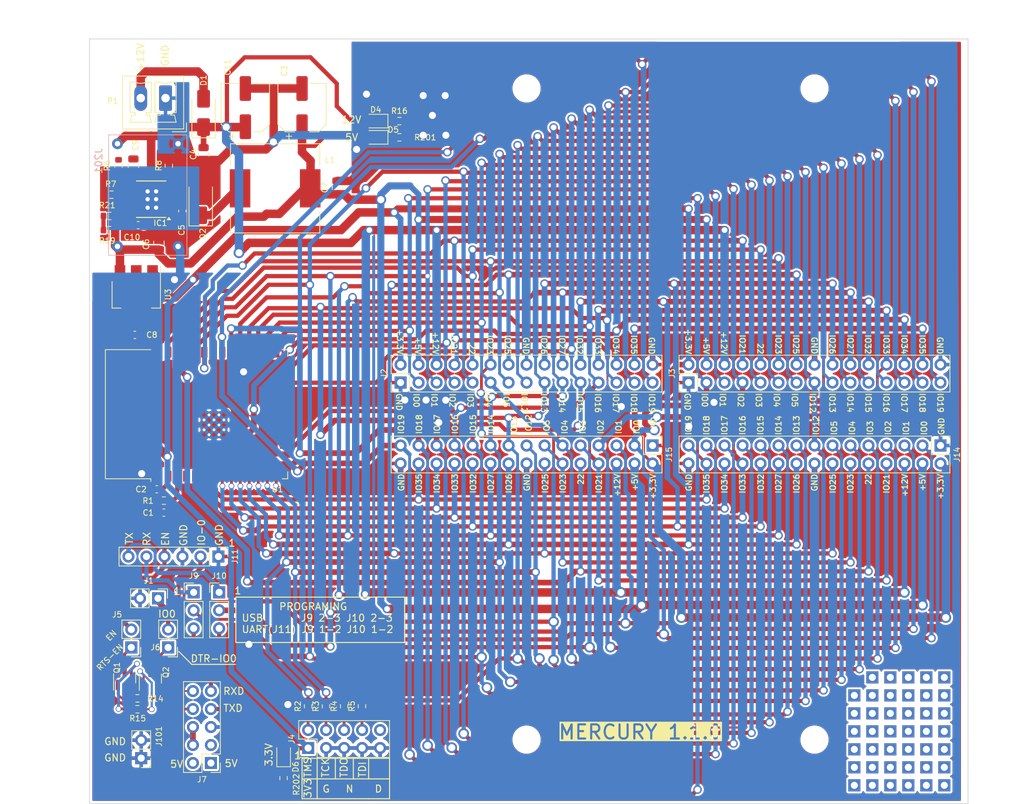
<source format=kicad_pcb>
(kicad_pcb (version 20240108) (generator "pcbnew") (generator_version "8.0")
  (title_block (date "2025-07-02") (rev "1.1.0"))
  (layers (0 "F.Cu" signal) (31 "B.Cu" signal) (34 "B.Paste" user) (35 "F.Paste" user) (36 "B.SilkS" user "B.Silkscreen") (37 "F.SilkS" user "F.Silkscreen") (38 "B.Mask" user) (39 "F.Mask" user) (44 "Edge.Cuts" user))
  (net 0 "")
  (net 1 "/EN")
  (net 2 "GND")
  (net 3 "+3.3V")
  (net 4 "+12V")
  (net 5 "Net-(IC1-BST)")
  (net 6 "+5V")
  (net 7 "Net-(J7-Pin_4)")
  (net 11 "/IO0")
  (net 12 "/USB/EN")
  (net 13 "/USB/IO0")
  (net 14 "/IO3")
  (net 15 "/USB/TXD")
  (net 16 "Net-(J10-Pin_1)")
  (net 17 "/IO1")
  (net 18 "/USB/RXD")
  (net 19 "/USB/RTS")
  (net 20 "Net-(Q1-B)")
  (net 21 "/USB/DTR")
  (net 22 "Net-(Q2-B)")
  (net 25 "/IO34")
  (net 26 "/IO35")
  (net 27 "/IO32")
  (net 28 "/IO33")
  (net 29 "/IO25")
  (net 30 "/IO26")
  (net 31 "/IO27")
  (net 32 "TMS")
  (net 33 "TCK")
  (net 34 "TDI")
  (net 41 "TDO")
  (net 42 "/IO2")
  (net 43 "/IO4")
  (net 44 "/IO16")
  (net 45 "/IO17")
  (net 46 "/IO5")
  (net 47 "/IO18")
  (net 48 "/IO19")
  (net 50 "/IO21")
  (net 51 "/IO22")
  (net 52 "/IO23")
  (net 53 "Net-(D2-K)")
  (net 54 "Net-(C9-Pad1)")
  (net 55 "Net-(D4-K)")
  (net 56 "Net-(D5-K)")
  (net 57 "Net-(D6-K)")
  (net 58 "Net-(J4-Pin_2)")
  (net 59 "Net-(J4-Pin_4)")
  (net 60 "Net-(J4-Pin_6)")
  (net 61 "Net-(J4-Pin_8)")
  (net 63 "Net-(J11-Pin_5)")
  (net 64 "Net-(R19-Pad2)")
  (net 65 "Net-(D1-A)")
  (net 66 "Net-(IC1-COMP)")
  (net 67 "Net-(IC1-SS)")
  (net 69 "Net-(IC1-FSW)")
  (net 70 "Net-(IC1-FB)")
  (footprint "Connector_PinHeaders_2.54mm:PinHeader_1x01_P2.54mm_Vertical" (layer "F.Cu") (at 163.61 137.87)
    (property "Reference" "REF**28" (hide yes))
    (property "Value" "PinHeader_1x01_P2.54mm_Vertical" (hide yes))
  )
  (footprint "Capacitor_SMD:C_0805_2012Metric" (layer "F.Cu") (at 55.3 63.8 90)
    (property "Reference" "C6")
    (property "Value" "22uF/25V")
  )
  (footprint "Connector_PinHeaders_2.54mm:PinHeader_2x15_P2.54mm_Vertical_female" (layer "F.Cu") (at 89.41 83.53 90)
    (property "Reference" "J2")
    (property "Value" "Conn_02x15_Odd_Even")
  )
  (footprint "Diode_SMD:D_SMA" (layer "F.Cu") (at 61.6 45.45 90)
    (property "Reference" "D1")
    (property "Value" "SS56F-DC")
  )
  (footprint "MountingHole:MountingHole_3.5mm" (layer "F.Cu") (at 107.19 133.96)
    (property "Reference" "REF**" (hide yes))
    (property "Value" "MountingHole_3.5mm")
  )
  (footprint "Connector_PinHeaders_2.54mm:PinHeader_1x01_P2.54mm_Vertical" (layer "F.Cu") (at 163.61 132.79)
    (property "Reference" "REF**18" (hide yes))
    (property "Value" "PinHeader_1x01_P2.54mm_Vertical" (hide yes))
  )
  (footprint "Resistor_SMD:R_0603_1608Metric" (layer "F.Cu") (at 48.3 60)
    (property "Reference" "R21")
    (property "Value" "1,2K")
  )
  (footprint "Connector_PinHeaders_2.54mm:PinHeader_1x01_P2.54mm_Vertical" (layer "F.Cu") (at 153.45 127.71)
    (property "Reference" "REF**5" (hide yes))
    (property "Value" "PinHeader_1x01_P2.54mm_Vertical" (hide yes))
  )
  (footprint "RF_Module:ESP32-WROOM-32D" (layer "F.Cu") (at 63.6 88 90)
    (property "Reference" "U1")
    (property "Value" "ESP32-WROOM-32D")
  )
  (footprint "Connector_PinHeaders_2.54mm:PinHeader_1x01_P2.54mm_Vertical" (layer "F.Cu") (at 155.99 125.17)
    (property "Reference" "REF**" (hide yes))
    (property "Value" "PinHeader_1x01_P2.54mm_Vertical" (hide yes))
  )
  (footprint "Capacitor_SMD:CP_Elec_6.3x7.7" (layer "F.Cu") (at 75.5 44.7 90)
    (property "Reference" "C3")
    (property "Value" "33uF/50V")
  )
  (footprint "Connector_PinHeaders_2.54mm:PinHeader_1x01_P2.54mm_Vertical" (layer "F.Cu") (at 166.15 140.41)
    (property "Reference" "REF**34" (hide yes))
    (property "Value" "PinHeader_1x01_P2.54mm_Vertical" (hide yes))
  )
  (footprint "Resistor_SMD:R_0603_1608Metric" (layer "F.Cu") (at 52.27 128.13 180)
    (property "Reference" "R14")
    (property "Value" "12K")
  )
  (footprint "Connector_PinHeader_2.54mm:PinHeader_2x05_P2.54mm_Vertical" (layer "F.Cu") (at 62.64 137.25825 180)
    (property "Reference" "J7")
    (property "Value" "Conn_02x05_Odd_Even")
  )
  (footprint "Connector_PinHeaders_2.54mm:PinHeader_1x01_P2.54mm_Vertical" (layer "F.Cu") (at 158.53 127.71)
    (property "Reference" "REF**6" (hide yes))
    (property "Value" "PinHeader_1x01_P2.54mm_Vertical" (hide yes))
  )
  (footprint "LED_SMD:LED_0805_2012Metric" (layer "F.Cu") (at 85.9375 48.9 180)
    (property "Reference" "D5")
    (property "Value" "LED")
  )
  (footprint "Connector_PinHeader_2.54mm:PinHeader_1x02_P2.54mm_Vertical" (layer "F.Cu") (at 56.6 120.94 180)
    (property "Reference" "J6")
    (property "Value" "Conn_01x02")
  )
  (footprint "Resistor_SMD:R_0603_1608Metric" (layer "F.Cu") (at 78.88 129.25 90)
    (property "Reference" "R3")
    (property "Value" "100R")
  )
  (footprint "Connector_PinHeaders_2.54mm:PinHeader_1x01_P2.54mm_Vertical" (layer "F.Cu") (at 166.15 130.25)
    (property "Reference" "REF**14" (hide yes))
    (property "Value" "PinHeader_1x01_P2.54mm_Vertical" (hide yes))
  )
  (footprint "LED_SMD:LED_0805_2012Metric" (layer "F.Cu") (at 72.9 136.1 90)
    (property "Reference" "D6")
    (property "Value" "LED")
  )
  (footprint "Connector_PinHeaders_2.54mm:PinHeader_1x01_P2.54mm_Vertical" (layer "F.Cu") (at 158.53 137.87)
    (property "Reference" "REF**26" (hide yes))
    (property "Value" "PinHeader_1x01_P2.54mm_Vertical" (hide yes))
  )
  (footprint "Connector_PinHeaders_2.54mm:PinHeader_2x15_P2.54mm_Vertical_female" (layer "F.Cu") (at 124.97 92.42 -90)
    (property "Reference" "J15")
    (property "Value" "Conn_02x15_Odd_Even")
  )
  (footprint "Connector_PinHeaders_2.54mm:PinHeader_1x01_P2.54mm_Vertical" (layer "F.Cu") (at 163.61 130.25)
    (property "Reference" "REF**13" (hide yes))
    (property "Value" "PinHeader_1x01_P2.54mm_Vertical" (hide yes))
  )
  (footprint "Connector_PinHeaders_2.54mm:PinHeader_1x01_P2.54mm_Vertical" (layer "F.Cu") (at 155.99 140.41)
    (property "Reference" "REF**30" (hide yes))
    (property "Value" "PinHeader_1x01_P2.54mm_Vertical" (hide yes))
  )
  (footprint "Inductor_SMD:L_12x12mm_H6mm" (layer "F.Cu") (at 71.7 56.1)
    (property "Reference" "L1")
    (property "Value" "22uH")
  )
  (footprint "Capacitor_SMD:C_0603_1608Metric" (layer "F.Cu") (at 51.9 76.8)
    (property "Reference" "C8")
    (property "Value" "100nF/50V")
  )
  (footprint "Connector_PinHeaders_2.54mm:PinHeader_1x01_P2.54mm_Vertical" (layer "F.Cu") (at 163.61 125.17)
    (property "Reference" "REF**3" (hide yes))
    (property "Value" "PinHeader_1x01_P2.54mm_Vertical" (hide yes))
  )
  (footprint "Connector_PinHeaders_2.54mm:PinHeader_1x01_P2.54mm_Vertical" (layer "F.Cu") (at 153.45 135.33)
    (property "Reference" "REF**20" (hide yes))
    (property "Value" "PinHeader_1x01_P2.54mm_Vertical" (hide yes))
  )
  (footprint "Capacitor_SMD:CP_Elec_6.3x7.7" (layer "F.Cu") (at 67.5 44.7 90)
    (property "Reference" "C11")
    (property "Value" "33uF/50V")
  )
  (footprint "Connector_PinHeaders_2.54mm:PinHeader_1x01_P2.54mm_Vertical" (layer "F.Cu") (at 153.45 132.79)
    (property "Reference" "REF**15" (hide yes))
    (property "Value" "PinHeader_1x01_P2.54mm_Vertical" (hide yes))
  )
  (footprint "Resistor_SMD:R_0603_1608Metric" (layer "F.Cu") (at 89.2375 46.6)
    (property "Reference" "R16")
    (property "Value" "10K")
  )
  (footprint "Connector_PinHeaders_2.54mm:PinHeader_1x01_P2.54mm_Vertical" (layer "F.Cu") (at 155.99 127.71)
    (property "Reference" "REF**5" (hide yes))
    (property "Value" "PinHeader_1x01_P2.54mm_Vertical" (hide yes))
  )
  (footprint "Resistor_SMD:R_0603_1608Metric" (layer "F.Cu") (at 72.89 139.3975 -90)
    (property "Reference" "R202")
    (property "Value" "1,8K")
  )
  (footprint "MountingHole:MountingHole_3.5mm" (layer "F.Cu") (at 107.19 41.99)
    (property "Reference" "REF**" (hide yes))
    (property "Value" "MountingHole_3.5mm")
  )
  (footprint "Connector_PinHeaders_2.54mm:PinHeader_1x01_P2.54mm_Vertical" (layer "F.Cu") (at 163.61 135.33)
    (property "Reference" "REF**23" (hide yes))
    (property "Value" "PinHeader_1x01_P2.54mm_Vertical" (hide yes))
  )
  (footprint "Connector_Phoenix_MC:PhoenixContact_MCV_1,5_2-G-3.5_1x02_P3.50mm_Vertical" (layer "F.Cu") (at 56.2325 43.3575 180)
    (property "Reference" "P1")
    (property "Value" "CONN_01X02")
  )
  (footprint "Connector_PinHeaders_2.54mm:PinHeader_1x01_P2.54mm_Vertical" (layer "F.Cu") (at 161.07 130.25)
    (property "Reference" "REF**12" (hide yes))
    (property "Value" "PinHeader_1x01_P2.54mm_Vertical" (hide yes))
  )
  (footprint "MountingHole:MountingHole_3.5mm" (layer "F.Cu") (at 147.83 41.99)
    (property "Reference" "REF**" (hide yes))
    (property "Value" "MountingHole_3.5mm")
  )
  (footprint "Capacitor_SMD:C_0603_1608Metric" (layer "F.Cu") (at 55 98.6 180)
    (property "Reference" "C2")
    (property "Value" "100nF/50V")
  )
  (footprint "Connector_PinHeader_2.54mm:PinHeader_1x03_P2.54mm_Vertical" (layer "F.Cu") (at 60.2 113.16)
    (property "Reference" "J9")
    (property "Value" "Conn_01x03")
  )
  (footprint "Connector_PinHeaders_2.54mm:PinHeader_1x01_P2.54mm_Vertical" (layer "F.Cu") (at 163.61 127.71)
    (property "Reference" "REF**8" (hide yes))
    (property "Value" "PinHeader_1x01_P2.54mm_Vertical" (hide yes))
  )
  (footprint "Capacitor_SMD:C_0805_2012Metric" (layer "F.Cu") (at 80.5 56 90)
    (property "Reference" "C7")
    (property "Value" "22uF/25V")
  )
  (footprint "Connector_PinHeaders_2.54mm:PinHeader_1x01_P2.54mm_Vertical" (layer "F.Cu") (at 161.07 135.33)
    (property "Reference" "REF**22" (hide yes))
    (property "Value" "PinHeader_1x01_P2.54mm_Vertical" (hide yes))
  )
  (footprint "Connector_PinHeaders_2.54mm:PinHeader_1x01_P2.54mm_Vertical" (layer "F.Cu") (at 158.53 130.25)
    (property "Reference" "REF**11" (hide yes))
    (property "Value" "PinHeader_1x01_P2.54mm_Vertical" (hide yes))
  )
  (footprint "Connector_PinHeaders_2.54mm:PinHeader_1x01_P2.54mm_Vertical" (layer "F.Cu") (at 161.07 140.41)
    (property "Reference" "REF**32" (hide yes))
    (property "Value" "PinHeader_1x01_P2.54mm_Vertical" (hide yes))
  )
  (footprint "Resistor_SMD:R_0603_1608Metric" (layer "F.Cu") (at 48.6 57 180)
    (property "Reference" "R7")
    (property "Value" "10K")
  )
  (footprint "Capacitor_SMD:C_0805_2012Metric" (layer "F.Cu") (at 61.6 51.3 -90)
    (property "Reference" "C4")
    (property "Value" "4,7uF/50V")
  )
  (footprint "Connector_PinHeader_2.54mm:PinHeader_2x05_P2.54mm_Vertical" (layer "F.Cu") (at 76.36 135.14 90)
    (property "Reference" "J4")
    (property "Value" "Conn_02x05_Odd_Even")
  )
  (footprint "Connector_PinHeaders_2.54mm:PinHeader_1x01_P2.54mm_Vertical" (layer "F.Cu") (at 153.45 140.41)
    (property "Reference" "REF**30" (hide yes))
    (property "Value" "PinHeader_1x01_P2.54mm_Vertical" (hide yes))
  )
  (footprint "Connector_PinHeaders_2.54mm:PinHeader_1x01_P2.54mm_Vertical" (layer "F.Cu") (at 166.15 135.33)
    (property "Reference" "REF**24" (hide yes))
    (property "Value" "PinHeader_1x01_P2.54mm_Vertical" (hide yes))
  )
  (footprint "Resistor_SMD:R_0603_1608Metric" (layer "F.Cu") (at 76.35 129.25 90)
    (property "Reference" "R2")
    (property "Value" "100R")
  )
  (footprint "Connector_PinHeaders_2.54mm:PinHeader_1x01_P2.54mm_Vertical" (layer "F.Cu") (at 161.07 132.79)
    (property "Reference" "REF**17" (hide yes))
    (property "Value" "PinHeader_1x01_P2.54mm_Vertical" (hide yes))
  )
  (footprint "Package_TO_SOT_SMD:SOT-223-3_TabPin2" (layer "F.Cu") (at 52.1 71.1 -90)
    (property "Reference" "U3")
    (property "Value" "AMS1117-3.3")
  )
  (footprint "Resistor_SMD:R_0603_1608Metric" (layer "F.Cu") (at 83.96 129.24 90)
    (property "Reference" "R5")
    (property "Value" "100R")
  )
  (footprint "Resistor_SMD:R_0603_1608Metric" (layer "F.Cu") (at 48.3 62 180)
    (property "Reference" "R19")
    (property "Value" "51K")
  )
  (footprint "Capacitor_SMD:C_0603_1608Metric" (layer "F.Cu") (at 58.6 59.3 90)
    (property "Reference" "C5")
    (property "Value" "100nF/50V")
  )
  (footprint "Connector_PinHeaders_2.54mm:PinHeader_1x02_P2.54mm_Vertical" (layer "F.Cu") (at 52.8 136.575 180)
    (property "Reference" "J101")
    (property "Value" "Conn_01x02_Pin")
  )
  (footprint "Connector_PinHeaders_2.54mm:PinHeader_1x01_P2.54mm_Vertical" (layer "F.Cu") (at 155.99 130.25)
    (property "Reference" "REF**10" (hide yes))
    (property "Value" "PinHeader_1x01_P2.54mm_Vertical" (hide yes))
  )
  (footprint "Connector_PinHeaders_2.54mm:PinHeader_1x01_P2.54mm_Vertical" (layer "F.Cu") (at 155.99 135.33)
    (property "Reference" "REF**20" (hide yes))
    (property "Value" "PinHeader_1x01_P2.54mm_Vertical" (hide yes))
  )
  (footprint "Connector_PinHeaders_2.54mm:PinHeader_1x01_P2.54mm_Vertical" (layer "F.Cu") (at 161.07 127.71)
    (property "Reference" "REF**7" (hide yes))
    (property "Value" "PinHeader_1x01_P2.54mm_Vertical" (hide yes))
  )
  (footprint "Connector_PinHeaders_2.54mm:PinHeader_2x15_P2.54mm_Vertical_female" (layer "F.Cu") (at 130.05 83.53 90)
    (property "Reference" "J3")
    (property "Value" "Conn_02x15_Odd_Even")
  )
  (footprint "Package_SO:Diodes_SO-8EP" (layer "F.Cu") (at 54.2025 57.635 180)
    (property "Reference" "IC1")
    (property "Value" "AOZ1283PI")
  )
  (footprint "Resistor_SMD:R_0603_1608Metric" (layer "F.Cu") (at 56.7 52.9 90)
    (property "Reference" "R8")
    (property "Value" "100K")
  )
  (footprint "Resistor_SMD:R_0603_1608Metric" (layer "F.Cu") (at 56 100.2)
    (property "Reference" "R1")
    (property "Value" "10K")
  )
  (footprint "Connector_PinHeaders_2.54mm:PinHeader_1x01_P2.54mm_Vertical" (layer "F.Cu") (at 153.45 137.87)
    (property "Reference" "REF**25" (hide yes))
    (property "Value" "PinHeader_1x01_P2.54mm_Vertical" (hide yes))
  )
  (footprint "Resistor_SMD:R_0603_1608Metric" (layer "F.Cu") (at 52.27 129.67)
    (property "Reference" "R15")
    (property "Value" "12K")
  )
  (footprint "Connector_PinHeaders_2.54mm:PinHeader_1x01_P2.54mm_Vertical" (layer "F.Cu") (at 158.53 125.17)
    (property "Reference" "REF**1" (hide yes))
    (property "Value" "PinHeader_1x01_P2.54mm_Vertical" (hide yes))
  )
  (footprint "Package_TO_SOT_SMD:SOT-23" (layer "F.Cu") (at 50.4625 125.3 90)
    (property "Reference" "Q1")
    (property "Value" "SS8050")
  )
  (footprint "Connector_PinHeader_2.54mm:PinHeader_1x02_P2.54mm_Vertical" (layer "F.Cu") (at 51.4 120.94 180)
    (property "Reference" "J5")
    (property "Value" "Conn_01x02")
  )
  (footprint "Resistor_SMD:R_0603_1608Metric" (layer "F.Cu") (at 81.44 129.24 90)
    (property "Reference" "R4")
    (property "Value" "100R")
  )
  (footprint "Connector_PinHeaders_2.54mm:PinHeader_1x01_P2.54mm_Vertical" (layer "F.Cu") (at 161.07 137.87)
    (property "Reference" "REF**27" (hide yes))
    (property "Value" "PinHeader_1x01_P2.54mm_Vertical" (hide yes))
  )
  (footprint "Connector_PinHeaders_2.54mm:PinHeader_1x01_P2.54mm_Vertical" (layer "F.Cu") (at 155.99 137.87)
    (property "Reference" "REF**25" (hide yes))
    (property "Value" "PinHeader_1x01_P2.54mm_Vertical" (hide yes))
  )
  (footprint "Diode_SMD:D_SMA" (layer "F.Cu") (at 61.2 57.9 90)
    (property "Reference" "D2")
    (property "Value" "SS56F-DC")
  )
  (footprint "Connector_PinHeaders_2.54mm:PinHeader_1x01_P2.54mm_Vertical" (layer "F.Cu") (at 166.15 125.17)
    (property "Reference" "REF**4" (hide yes))
    (property "Value" "PinHeader_1x01_P2.54mm_Vertical" (hide yes))
  )
  (footprint "Capacitor_SMD:C_0603_1608Metric" (layer "F.Cu") (at 52.375 61.3)
    (property "Reference" "C10")
    (property "Value" "100nF/50V")
  )
  (footprint "Connector_PinHeaders_2.54mm:PinHeader_1x01_P2.54mm_Vertical" (layer "F.Cu") (at 153.45 130.25)
    (property "Reference" "REF**10" (hide yes))
    (property "Value" "PinHeader_1x01_P2.54mm_Vertical" (hide yes))
  )
  (footprint "Capacitor_SMD:C_0805_2012Metric" (layer "F.Cu") (at 51.7 52.9 -90)
    (property "Reference" "C9")
    (property "Value" "1nF")
  )
  (footprint "LED_SMD:LED_0805_2012Metric" (layer "F.Cu") (at 85.9375 46.6 180)
    (property "Reference" "D4")
    (property "Value" "LED")
  )
  (footprint "Capacitor_SMD:C_0603_1608Metric" (layer "F.Cu") (at 56 101.9 180)
    (property "Reference" "C1")
    (property "Value" "100nF/50V")
  )
  (footprint "Connector_PinHeaders_2.54mm:PinHeader_1x01_P2.54mm_Vertical" (layer "F.Cu") (at 163.61 140.41)
    (property "Reference" "REF**33" (hide yes))
    (property "Value" "PinHeader_1x01_P2.54mm_Vertical" (hide yes))
  )
  (footprint "Connector_PinHeader_2.54mm:PinHeader_1x03_P2.54mm_Vertical" (layer "F.Cu") (at 63.8 113.16)
    (property "Reference" "J10")
    (property "Value" "Conn_01x03")
  )
  (footprint "Connector_PinHeaders_2.54mm:PinHeader_1x01_P2.54mm_Vertical" (layer "F.Cu") (at 166.15 137.87)
    (property "Reference" "REF**29" (hide yes))
    (property "Value" "PinHeader_1x01_P2.54mm_Vertical" (hide yes))
  )
  (footprint "Connector_PinHeaders_2.54mm:PinHeader_1x01_P2.54mm_Vertical" (layer "F.Cu") (at 166.15 132.79)
    (property "Reference" "REF**19" (hide yes))
    (property "Value" "PinHeader_1x01_P2.54mm_Vertical" (hide yes))
  )
  (footprint "Connector_PinHeaders_2.54mm:PinHeader_1x01_P2.54mm_Vertical" (layer "F.Cu") (at 155.99 132.79)
    (property "Reference" "REF**15" (hide yes))
    (property "Value" "PinHeader_1x01_P2.54mm_Vertical" (hide yes))
  )
  (footprint "Connector_PinHeader_2.54mm:PinHeader_1x06_P2.54mm_Vertical" (layer "F.Cu") (at 63.7 108.1 -90)
    (property "Reference" "J11")
    (property "Value" "Conn_01x06")
  )
  (footprint "Connector_PinHeaders_2.54mm:PinHeader_1x01_P2.54mm_Vertical" (layer "F.Cu") (at 158.53 135.33)
    (property "Reference" "REF**21" (hide yes))
    (property "Value" "PinHeader_1x01_P2.54mm_Vertical" (hide yes))
  )
  (footprint "Connector_PinHeaders_2.54mm:PinHeader_1x01_P2.54mm_Vertical" (layer "F.Cu") (at 158.53 132.79)
    (property "Reference" "REF**16" (hide yes))
    (property "Value" "PinHeader_1x01_P2.54mm_Vertical" (hide yes))
  )
  (footprint "Connector_PinHeader_2.54mm:PinHeader_1x02_P2.54mm_Vertical" (layer "F.Cu") (at 55.175 114 -90)
    (property "Reference" "J1")
    (property "Value" "Conn_01x02")
  )
  (footprint "Connector_PinHeaders_2.54mm:PinHeader_1x01_P2.54mm_Vertical" (layer "F.Cu") (at 161.07 125.17)
    (property "Reference" "REF**2" (hide yes))
    (property "Value" "PinHeader_1x01_P2.54mm_Vertical" (hide yes))
  )
  (footprint "Package_TO_SOT_SMD:SOT-23" (layer "F.Cu") (at 54.09 125.33 90)
    (property "Reference" "Q2")
    (property "Value" "SS8050")
  )
  (footprint "Resistor_SMD:R_0603_1608Metric" (layer "F.Cu") (at 49.6 52.9 -90)
    (property "Reference" "R6")
    (property "Value" "20K")
  )
  (footprint "Resistor_SMD:R_0603_1608Metric" (layer "F.Cu") (at 89.235 48.9)
    (property "Reference" "R201")
    (property "Value" "2,7K")
  )
  (footprint "Connector_PinHeaders_2.54mm:PinHeader_1x01_P2.54mm_Vertical" (layer "F.Cu") (at 166.15 127.71)
    (property "Reference" "REF**9" (hide yes))
    (property "Value" "PinHeader_1x01_P2.54mm_Vertical" (hide yes))
  )
  (footprint "MountingHole:MountingHole_3.5mm" (layer "F.Cu") (at 147.83 133.96)
    (property "Reference" "REF**" (hide yes))
    (property "Value" "MountingHole_3.5mm")
  )
  (footprint "Connector_PinHeaders_2.54mm:PinHeader_2x15_P2.54mm_Vertical_female" (layer "F.Cu") (at 165.61 92.42 -90)
    (property "Reference" "J14")
    (property "Value" "Conn_02x15_Odd_Even")
  )
  (footprint "Connector_PinHeaders_2.54mm:PinHeader_1x01_P2.54mm_Vertical" (layer "F.Cu") (at 158.53 140.41)
    (property "Reference" "REF**31" (hide yes))
    (property "Value" "PinHeader_1x01_P2.54mm_Vertical" (hide yes))
  )
  (footprint "modules:Mini360" (layer "B.Cu") (at 53.7 57.05 -90)
    (property "Reference" "J201")
    (property "Value" "Mini360")
  )
  (gr_line (start 80.2 136.6) (end 80.2 139.5) (stroke (width 0.15)) (layer "F.SilkS"))
  (gr_line (start 77.63 136.47) (end 77.63 142.3) (stroke (width 0.15)) (layer "F.SilkS"))
  (gr_line (start 84.9 139.5) (end 87.85 139.5) (stroke (width 0.15)) (layer "F.SilkS"))
  (gr_line (start 75.5 142.3) (end 84.9 142.3) (stroke (width 0.15)) (layer "F.SilkS"))
  (gr_line (start 87.85 136.6) (end 87.85 142.3) (stroke (width 0.15)) (layer "F.SilkS"))
  (gr_line (start 59.92984 123.32984) (end 58.1 121.5) (stroke (width 0.15)) (layer "F.SilkS"))
  (gr_line (start 75.5 139.5) (end 75.5 142.3) (stroke (width 0.15)) (layer "F.SilkS"))
  (gr_line (start 84.9 136.6) (end 87.85 136.6) (stroke (width 0.15)) (layer "F.SilkS"))
  (gr_line (start 75.5 136.6) (end 75.5 139.5) (stroke (width 0.15)) (layer "F.SilkS"))
  (gr_line (start 87.85 142.3) (end 84.9 142.3) (stroke (width 0.15)) (layer "F.SilkS"))
  (gr_line (start 84.9 136.6) (end 75.5 136.6) (stroke (width 0.15)) (layer "F.SilkS"))
  (gr_line (start 75.5 139.5) (end 84.9 139.5) (stroke (width 0.15)) (layer "F.SilkS"))
  (gr_line (start 59.92984 123.32984) (end 66.1 123.32984) (stroke (width 0.15)) (layer "F.SilkS"))
  (gr_line (start 84.9 139.5) (end 84.9 136.6) (stroke (width 0.15)) (layer "F.SilkS"))
  (gr_line (start 84.9 139.5) (end 84.9 139.5) (stroke (width 0.15)) (layer "F.SilkS"))
  (gr_line (start 82.74 136.47) (end 82.74 139.5) (stroke (width 0.15)) (layer "F.SilkS"))
  (gr_line (start 45.5 35) (end 169.5 35) (stroke (width 0.1)) (layer "Edge.Cuts"))
  (gr_line (start 169.5 143) (end 45.5 143) (stroke (width 0.1)) (layer "Edge.Cuts"))
  (gr_line (start 45.5 143) (end 45.5 35) (stroke (width 0.1)) (layer "Edge.Cuts"))
  (gr_line (start 169.5 35) (end 169.5 143) (stroke (width 0.1)) (layer "Edge.Cuts"))
  (gr_text "IO17" (at 95.03 90.88 90) (layer "F.SilkS") (effects (font (size 0.8 0.8)) (justify left bottom)))
  (gr_text "TX" (at 51.71 106.5 90) (layer "F.SilkS") (effects (font (size 1 1)) (justify left bottom)))
  (gr_text "IO5" (at 103.86 84.96 -90) (layer "F.SilkS") (effects (font (size 0.8 0.8)) (justify left bottom)))
  (gr_text "+12V" (at 161.05 96.34 90) (layer "F.SilkS") (effects (font (size 0.8 0.8)) (justify right bottom)))
  (gr_text "IO3" (at 115.58 90.88 90) (layer "F.SilkS") (effects (font (size 0.8 0.8)) (justify left bottom)))
  (gr_text "GND" (at 130.57 96.34 90) (layer "F.SilkS") (effects (font (size 0.8 0.8)) (justify right bottom)))
  (gr_text "IO1" (at 120.66 90.88 90) (layer "F.SilkS") (effects (font (size 0.8 0.8)) (justify left bottom)))
  (gr_text "IO34" (at 119.33 79.65 -90) (layer "F.SilkS") (effects (font (size 0.8 0.8)) (justify right bottom)))
  (gr_text "IO32" (at 100.14 96.32 90) (layer "F.SilkS") (effects (font (size 0.8 0.8)) (justify right bottom)))
  (gr_text "MERCURY 1.1.0" (at 111.54 134.06 0) (layer "F.SilkS" knockout) (effects (font (size 2 2) (thickness 0.3)) (justify left bottom)))
  (gr_text "IO13" (at 105.89 91.09 90) (layer "F.SilkS") (effects (font (size 0.8 0.8)) (justify left bottom)))
  (gr_text "IO35" (at 92.47 96.32 90) (layer "F.SilkS") (effects (font (size 0.8 0.8)) (justify right bottom)))
  (gr_text "IO2" (at 118.12 90.88 90) (layer "F.SilkS") (effects (font (size 0.8 0.8)) (justify left bottom)))
  (gr_text "IO12" (at 107.96 90.88 90) (layer "F.SilkS") (effects (font (size 0.8 0.8)) (justify left bottom)))
  (gr_text "GND" (at 165.06 79.61 -90) (layer "F.SilkS") (effects (font (size 0.8 0.8)) (justify right bottom)))
  (gr_text "IO18" (at 92.49 90.88 90) (layer "F.SilkS") (effects (font (size 0.8 0.8)) (justify left bottom)))
  (gr_text "5V" (at 56.8 138 0) (layer "F.SilkS") (effects (font (size 1 1)) (justify left bottom)))
  (gr_text "IO32" (at 140.73 96.34 90) (layer "F.SilkS") (effects (font (size 0.8 0.8)) (justify right bottom)))
  (gr_text "GND" (at 148.3 96.34 90) (layer "F.SilkS") (effects (font (size 0.8 0.8)) (justify right bottom)))
  (gr_text "EN" (at 56.8 106.68 90) (layer "F.SilkS") (effects (font (size 1 1)) (justify left bottom)))
  (gr_text "+5V" (at 132.09 79.61 -90) (layer "F.SilkS") (effects (font (size 0.8 0.8)) (justify right bottom)))
  (gr_text "EN" (at 48.3 120.2 45) (layer "F.SilkS") (effects (font (size 0.8 0.8) (thickness 0.125)) (justify left bottom)))
  (gr_text "IO1" (at 134.4 84.92 -90) (layer "F.SilkS") (effects (font (size 0.8 0.8)) (justify left bottom)))
  (gr_text "IO17" (at 119.33 84.96 -90) (layer "F.SilkS") (effects (font (size 0.8 0.8)) (justify left bottom)))
  (gr_text "TXD" (at 64.3 130.1 0) (layer "F.SilkS") (effects (font (size 1 1)) (justify left bottom)))
  (gr_text "IO23" (at 153.38 96.34 90) (layer "F.SilkS") (effects (font (size 0.8 0.8)) (justify right bottom)))
  (gr_text "TDI" (at 84.6 139.4 90) (layer "F.SilkS") (effects (font (size 1 1)) (justify left bottom)))
  (gr_text "IO2" (at 158.69 91.03 90) (layer "F.SilkS") (effects (font (size 0.8 0.8)) (justify left bottom)))
  (gr_text "+3,3V" (at 125.49 96.32 90) (layer "F.SilkS") (effects (font (size 0.8 0.8)) (justify right bottom)))
  (gr_text "IO26" (at 109.17 79.65 -90) (layer "F.SilkS") (effects (font (size 0.8 0.8)) (justify right bottom)))
  (gr_text "IO34" (at 135.6 96.34 90) (layer "F.SilkS") (effects (font (size 0.8 0.8)) (justify right bottom)))
  (gr_text "IO27" (at 102.63 96.32 90) (layer "F.SilkS") (effects (font (size 0.8 0.8)) (justify right bottom)))
  (gr_text "IO15" (at 114.25 84.96 -90) (layer "F.SilkS") (effects (font (size 0.8 0.8)) (justify left bottom)))
  (gr_text "IO5" (at 151.07 91.03 90) (layer "F.SilkS") (effects (font (size 0.8 0.8)) (justify left bottom)))
  (gr_text "GND" (at 106.63 79.65 -90) (layer "F.SilkS") (effects (font (size 0.8 0.8)) (justify right bottom)))
  (gr_text "+5V" (at 122.95 96.32 90) (layer "F.SilkS") (effects (font (size 0.8 0.8)) (justify right bottom)))
  (gr_text "DTR-IO0" (at 59.7 123.1 0) (layer "F.SilkS") (effects (font (size 1 1)) (justify left bottom)))
  (gr_text "IO4" (at 142.02 84.92 -90) (layer "F.SilkS") (effects (font (size 0.8 0.8)) (justify left bottom)))
  (gr_text "IO32" (at 154.9 79.61 -90) (layer "F.SilkS") (effects (font (size 0.8 0.8)) (justify right bottom)))
  (gr_text "IO2" (at 136.94 84.92 -90) (layer "F.SilkS") (effects (font (size 0.8 0.8)) (justify left bottom)))
  (gr_text "IO26" (at 145.76 96.34 90) (layer "F.SilkS") (effects (font (size 0.8 0.8)) (justify right bottom)))
  (gr_text "IO17" (at 160.03 84.92 -90) (layer "F.SilkS") (effects (font (size 0.8 0.8)) (justify left bottom)))
  (gr_text "IO12" (at 148.53 91.03 90) (layer "F.SilkS") (effects (font (size 0.8 0.8)) (justify left bottom)))
  (gr_text "5V" (at 81.5 49.5 0) (layer "F.SilkS") (effects (font (size 1 1)) (justify left bottom)))
  (gr_text "IO35" (at 133.06 96.34 90) (layer "F.SilkS") (effects (font (size 0.8 0.8)) (justify right bottom)))
  (gr_text "IO33" (at 157.49 79.61 -90) (layer "F.SilkS") (effects (font (size 0.8 0.8)) (justify right bottom)))
  (gr_text "IO18" (at 133.06 91.03 90) (layer "F.SilkS") (effects (font (size 0.8 0.8)) (justify left bottom)))
  (gr_text "TCK" (at 79.4 139.4 90) (layer "F.SilkS") (effects (font (size 1 1)) (justify left bottom)))
  (gr_text "+5V" (at 163.54 96.34 90) (layer "F.SilkS") (effects (font (size 0.8 0.8)) (justify right bottom)))
  (gr_text "IO13" (at 109.17 84.96 -90) (layer "F.SilkS") (effects (font (size 0.8 0.8)) (justify left bottom)))
  (gr_text "IO19" (at 124.41 84.96 -90) (layer "F.SilkS") (effects (font (size 0.8 0.8)) (justify left bottom)))
  (gr_text "IO21" (at 158.46 96.34 90) (layer "F.SilkS") (effects (font (size 0.8 0.8)) (justify right bottom)))
  (gr_text "TMS" (at 76.9 139.4 90) (layer "F.SilkS") (effects (font (size 1 1)) (justify left bottom)))
  (gr_text "IO14" (at 152.41 84.92 -90) (layer "F.SilkS") (effects (font (size 0.8 0.8)) (justify left bottom)))
  (gr_text "RTS-EN" (at 47 124.4 45) (layer "F.SilkS") (effects (font (size 0.8 0.8) (thickness 0.125)) (justify left bottom)))
  (gr_text "IO4" (at 153.61 91.03 90) (layer "F.SilkS") (effects (font (size 0.8 0.8)) (justify left bottom)))
  (gr_text "GND" (at 64.4 106.68 90) (layer "F.SilkS") (effects (font (size 1 1)) (justify left bottom)))
  (gr_text "IO1" (at 161.23 91.03 90) (layer "F.SilkS") (effects (font (size 0.8 0.8)) (justify left bottom)))
  (gr_text "GND" (at 88.725 84.96 -90) (layer "F.SilkS") (effects (font (size 0.8 0.8)) (justify left bottom)))
  (gr_text "RX" (at 54.19 106.69 90) (layer "F.SilkS") (effects (font (size 1 1)) (justify left bottom)))
  (gr_text "IO23" (at 142.25 79.61 -90) (layer "F.SilkS") (effects (font (size 0.8 0.8)) (justify right bottom)))
  (gr_text "IO25" (at 110.3 96.32 90) (layer "F.SilkS") (effects (font (size 0.8 0.8)) (justify right bottom)))
  (gr_text "+12V" (at 134.58 79.61 -90) (layer "F.SilkS") (effects (font (size 0.8 0.8)) (justify right bottom)))
  (gr_text "IO4" (at 101.32 84.96 -90) (layer "F.SilkS") (effects (font (size 0.8 0.8)) (justify left bottom)))
  (gr_text "1" (at 65.03 106.77 0) (layer "F.SilkS") (effects (font (size 1 1)) (justify left bottom)))
  (gr_text "22" (at 139.71 79.61 -90) (layer "F.SilkS") (effects (font (size 0.8 0.8)) (justify right bottom)))
  (gr_text "IO12" (at 147.1 84.92 -90) (layer "F.SilkS") (effects (font (size 0.8 0.8)) (justify left bottom)))
  (gr_text "IO25" (at 150.89 96.34 90) (layer "F.SilkS") (effects (font (size 0.8 0.8)) (justify right bottom)))
  (gr_text "+5V" (at 91.39 79.65 -90) (layer "F.SilkS") (effects (font (size 0.8 0.8)) (justify right bottom)))
  (gr_text "IO14" (at 111.71 84.96 -90) (layer "F.SilkS") (effects (font (size 0.8 0.8)) (justify left bottom)))
  (gr_text "1" (at 65.86 113.5 0) (layer "F.SilkS") (effects (font (size 1 1)) (justify left bottom)))
  (gr_text "IO15" (at 154.95 84.92 -90) (layer "F.SilkS") (effects (font (size 0.8 0.8)) (justify left bottom)))
  (gr_text "RXD" (at 64.3 127.7 0) (layer "F.SilkS") (effects (font (size 1 1)) (justify left bottom)))
  (gr_text "IO26" (at 149.87 79.61 -90) (layer "F.SilkS") (effects (font (size 0.8 0.8)) (justify right bottom)))
  (gr_text "GND" (at 107.71 96.32 90) (layer "F.SilkS") (effects (font (size 0.8 0.8)) (justify right bottom)))
  (gr_text "12V" (at 81 47 0) (layer "F.SilkS") (effects (font (size 1 1)) (justify left bottom)))
  (gr_text "IO3" (at 139.48 84.92 -90) (layer "F.SilkS") (effects (font (size 0.8 0.8)) (justify left bottom)))
  (gr_text "IO27" (at 111.71 79.65 -90) (layer "F.SilkS") (effects (font (size 0.8 0.8)) (justify right bottom)))
  (gr_text "IO26" (at 105.17 96.32 90) (layer "F.SilkS") (effects (font (size 0.8 0.8)) (justify right bottom)))
  (gr_text "22" (at 115.33 96.32 90) (layer "F.SilkS") (effects (font (size 0.8 0.8)) (justify right bottom)))
  (gr_text "22" (at 155.92 96.34 90) (layer "F.SilkS") (effects (font (size 0.8 0.8)) (justify right bottom)))
  (gr_text "IO34" (at 95.01 96.32 90) (layer "F.SilkS") (effects (font (size 0.8 0.8)) (justify right bottom)))
  (gr_text "IO4" (at 113.04 90.88 90) (layer "F.SilkS") (effects (font (size 0.8 0.8)) (justify left bottom)))
  (gr_text "3V3" (at 76.9 142.3 90) (layer "F.SilkS") (effects (font (size 1 1)) (justify left bottom)))
  (gr_text "IO27" (at 143.22 96.34 90) (layer "F.SilkS") (effects (font (size 0.8 0.8)) (justify right bottom)))
  (gr_text "IO21" (at 96.47 79.65 -90) (layer "F.SilkS") (effects (font (size 0.8 0.8)) (justify right bottom)))
  (gr_text "IO18" (at 121.87 84.96 -90) (layer "F.SilkS") (effects (font (size 0.8 0.8)) (justify left bottom)))
  (gr_text "IO21" (at 117.87 96.32 90) (layer "F.SilkS") (effects (font (size 0.8 0.8)) (justify right bottom)))
  (gr_text "IO3" (at 98.78 84.96 -90) (layer "F.SilkS") (effects (font (size 0.8 0.8)) (justify left bottom)))
  (gr_text "TDO" (at 82 139.4 90) (layer "F.SilkS") (effects (font (size 1 1)) (justify left bottom)))
  (gr_text "IO33" (at 138.14 96.34 90) (layer "F.SilkS") (effects (font (size 0.8 0.8)) (justify right bottom)))
  (gr_text "IO0" (at 163.77 91.03 90) (layer "F.SilkS") (effects (font (size 0.8 0.8)) (justify left bottom)))
  (gr_text "+3,3V" (at 129.55 79.61 -90) (layer "F.SilkS") (effects (font (size 0.8 0.8)) (justify right bottom)))
  (gr_text "3.3V" (at 71.4 137.8 90) (layer "F.SilkS") (effects (font (size 1 1)) (justify left bottom)))
  (gr_text "IO25" (at 144.74 79.61 -90) (layer "F.SilkS") (effects (font (size 0.8 0.8)) (justify right bottom)))
  (gr_text "IO5" (at 110.5 90.88 90) (layer "F.SilkS") (effects (font (size 0.8 0.8)) (justify left bottom)))
  (gr_text "GND" (at 125.635 90.88 90) (layer "F.SilkS") (effects (font (size 0.8 0.8)) (justify left bottom)))
  (gr_text "IO0" (at 131.86 84.92 -90) (layer "F.SilkS") (effects (font (size 0.8 0.8)) (justify left bottom)))
  (gr_text "IO16" (at 116.79 84.96 -90) (layer "F.SilkS") (effects (font (size 0.8 0.8)) (justify left bottom)))
  (gr_text "IO23" (at 112.79 96.32 90) (layer "F.SilkS") (effects (font (size 0.8 0.8)) (justify right bottom)))
  (gr_text "5V" (at 64.5 137.9 0) (layer "F.SilkS") (effects (font (size 1 1)) (justify left bottom)))
  (gr_text "IO33" (at 116.79 79.65 -90) (layer "F.SilkS") (effects (font (size 0.8 0.8)) (justify right bottom)))
  (gr_text "GND" (at 59.36 106.69 90) (layer "F.SilkS") (effects (font (size 1 1)) (justify left bottom)))
  (gr_text "GND" (at 56.75 38.98 90) (layer "F.SilkS") (effects (font (size 1 1)) (justify left bottom)))
  (gr_text "1" (at 57.26 113.6 0) (layer "F.SilkS") (effects (font (size 1 1)) (justify left bottom)))
  (gr_text "IO35" (at 121.87 79.65 -90) (layer "F.SilkS") (effects (font (size 0.8 0.8)) (justify right bottom)))
  (gr_text "GND" (at 124.36 79.65 -90) (layer "F.SilkS") (effects (font (size 0.8 0.8)) (justify right bottom)))
  (gr_text "GND" (at 89.98 96.32 90) (layer "F.SilkS") (effects (font (size 0.8 0.8)) (justify right bottom)))
  (gr_text "IO33" (at 97.55 96.32 90) (layer "F.SilkS") (effects (font (size 0.8 0.8)) (justify right bottom)))
  (gr_text "+12V" (at 93.88 79.65 -90) (layer "F.SilkS") (effects (font (size 0.8 0.8)) (justify right bottom)))
  (gr_text "IO2" (at 96.24 84.96 -90) (layer "F.SilkS") (effects (font (size 0.8 0.8)) (justify left bottom)))
  (gr_text "GND" (at 147.33 79.61 -90) (layer "F.SilkS") (effects (font (size 0.8 0.8)) (justify right bottom)))
  (gr_text "IO15" (at 100.11 90.88 90) (layer "F.SilkS") (effects (font (size 0.8 0.8)) (justify left bottom)))
  (gr_text "+3,3V" (at 88.85 79.65 -90) (layer "F.SilkS") (effects (font (size 0.8 0.8)) (justify right bottom)))
  (gr_text "IO13" (at 145.76 91.03 90) (layer "F.SilkS") (effects (font (size 0.8 0.8)) (justify left bottom)))
  (gr_text "IO16" (at 97.57 90.88 90) (layer "F.SilkS") (effects (font (size 0.8 0.8)) (justify left bottom)))
  (gr_text "IO-0" (at 61.89 106.66 90) (layer "F.SilkS") (effects (font (size 1 1)) (justify left bottom)))
  (gr_text "IO27" (at 152.41 79.61 -90) (layer "F.SilkS") (effects (font (size 0.8 0.8)) (justify right bottom)))
  (gr_text "IO16" (at 157.49 84.92 -90) (layer "F.SilkS") (effects (font (size 0.8 0.8)) (justify left bottom)))
  (gr_text "1" (at 74.3 136.8 0) (layer "F.SilkS") (effects (font (size 1 1)) (justify left bottom)))
  (gr_text "GND" (at 47.5 134.8 0) (layer "F.SilkS") (effects (font (size 1 1)) (justify left bottom)))
  (gr_text "IO13" (at 149.87 84.92 -90) (layer "F.SilkS") (effects (font (size 0.8 0.8)) (justify left bottom)))
  (gr_text "IO17" (at 135.6 91.03 90) (layer "F.SilkS") (effects (font (size 0.8 0.8)) (justify left bottom)))
  (gr_text "IO12" (at 106.4 84.96 -90) (layer "F.SilkS") (effects (font (size 0.8 0.8)) (justify left bottom)))
  (gr_text "IO19" (at 130.52 91.03 90) (layer "F.SilkS") (effects (font (size 0.8 0.8)) (justify left bottom)))
  (gr_text "GND" (at 129.425 84.92 -90) (layer "F.SilkS") (effects (font (size 0.8 0.8)) (justify left bottom)))
  (gr_text "IO0" (at 91.16 84.96 -90) (layer "F.SilkS") (effects (font (size 0.8 0.8)) (justify left bottom)))
  (gr_text "IO15" (at 140.68 91.03 90) (layer "F.SilkS") (effects (font (size 0.8 0.8)) (justify left bottom)))
  (gr_text "IO14" (at 143.22 91.03 90) (layer "F.SilkS") (effects (font (size 0.8 0.8)) (justify left bottom)))
  (gr_text "IO19" (at 165.11 84.92 -90) (layer "F.SilkS") (effects (font (size 0.8 0.8)) (justify left bottom)))
  (gr_text "IO14" (at 102.65 90.88 90) (layer "F.SilkS") (effects (font (size 0.8 0.8)) (justify left bottom)))
  (gr_text "+3,3V" (at 166.08 96.34 90) (layer "F.SilkS") (effects (font (size 0.8 0.8)) (justify right bottom)))
  (gr_text "IO18" (at 162.57 84.92 -90) (layer "F.SilkS") (effects (font (size 0.8 0.8)) (justify left bottom)))
  (gr_text "G   N    D" (at 78.3 141.5 0) (layer "F.SilkS") (effects (font (size 1 1)) (justify left bottom)))
  (gr_text "IO25" (at 104.04 79.65 -90) (layer "F.SilkS") (effects (font (size 0.8 0.8)) (justify right bottom)))
  (gr_text "IO16" (at 138.14 91.03 90) (layer "F.SilkS") (effects (font (size 0.8 0.8)) (justify left bottom)))
  (gr_text "IO32" (at 114.2 79.65 -90) (layer "F.SilkS") (effects (font (size 0.8 0.8)) (justify right bottom)))
  (gr_text "IO1" (at 93.7 84.96 -90) (layer "F.SilkS") (effects (font (size 0.8 0.8)) (justify left bottom)))
  (gr_text "GND" (at 47.5 137.1 0) (layer "F.SilkS") (effects (font (size 1 1)) (justify left bottom)))
  (gr_text "IO34" (at 160.03 79.61 -90) (layer "F.SilkS") (effects (font (size 0.8 0.8)) (justify right bottom)))
  (gr_text "IO23" (at 101.55 79.65 -90) (layer "F.SilkS") (effects (font (size 0.8 0.8)) (justify right bottom)))
  (gr_text "GND" (at 166.205 91.03 90) (layer "F.SilkS") (effects (font (size 0.8 0.8)) (justify left bottom)))
  (gr_text "IO19" (at 89.95 90.88 90) (layer "F.SilkS") (effects (font (size 0.8 0.8)) (justify left bottom)))
  (gr_text "IO35" (at 162.57 79.61 -90) (layer "F.SilkS") (effects (font (size 0.8 0.8)) (justify right bottom)))
  (gr_text "+12V" (at 120.46 96.32 90) (layer "F.SilkS") (effects (font (size 0.8 0.8)) (justify right bottom)))
  (gr_text "22" (at 99.01 79.65 -90) (layer "F.SilkS") (effects (font (size 0.8 0.8)) (justify right bottom)))
  (gr_text "IO21" (at 137.17 79.61 -90) (layer "F.SilkS") (effects (font (size 0.8 0.8)) (justify right bottom)))
  (gr_text "IO3" (at 156.15 91.03 90) (layer "F.SilkS") (effects (font (size 0.8 0.8)) (justify left bottom)))
  (gr_text "IO5" (at 144.56 84.92 -90) (layer "F.SilkS") (effects (font (size 0.8 0.8)) (justify left bottom)))
  (gr_text "+12V" (at 53.29 39.67 90) (layer "F.SilkS") (effects (font (size 1 1)) (justify left bottom)))
  (gr_text "IO0" (at 123.2 90.88 90) (layer "F.SilkS") (effects (font (size 0.8 0.8)) (justify left bottom)))
  (gr_text "IO0" (at 55.1 116.8 0) (layer "F.SilkS") (effects (font (size 1 1)) (justify left bottom)))
  (gr_text_box "	  PROGRAMING\nUSB       J9 2-3 J10 2-3\nUART(J11) J9 1-2 J10 1-2" (start 66.155 113.83) (end 89.985 120.24) (layer "F.SilkS") (effects (font (size 1 1)) (justify left top)) (border yes) (stroke (width 0.15)))
  (segment (start 56.77 106.29) (end 56.08 106.98) (width 0.6) (layer "F.Cu") (net 1))
  (segment (start 56.775 101.9) (end 56.775 100.25) (width 0.4) (layer "F.Cu") (net 1))
  (segment (start 56.775 100.25) (end 56.825 100.2) (width 0.4) (layer "F.Cu") (net 1))
  (segment (start 56.775 101.9) (end 56.775 103.025) (width 0.6) (layer "F.Cu") (net 1))
  (segment (start 57.3 100.2) (end 56.825 100.2) (width 0.6) (layer "F.Cu") (net 1))
  (segment (start 56.77 103.03) (end 56.77 106.29) (width 0.6) (layer "F.Cu") (net 1))
  (segment (start 57.89 99.61) (end 57.3 100.2) (width 0.6) (layer "F.Cu") (net 1))
  (segment (start 57.89 96.75) (end 57.89 99.61) (width 0.6) (layer "F.Cu") (net 1))
  (segment (start 50.5 111.1) (end 48.7 112.9) (width 0.6) (layer "F.Cu") (net 1))
  (segment (start 56.08 106.98) (end 56.08 109.52) (width 0.6) (layer "F.Cu") (net 1))
  (segment (start 56.775 103.025) (end 56.77 103.03) (width 0.6) (layer "F.Cu") (net 1))
  (segment (start 48.7 112.9) (end 48.7 115.7) (width 0.6) (layer "F.Cu") (net 1))
  (segment (start 48.7 115.7) (end 51.4 118.4) (width 0.6) (layer "F.Cu") (net 1))
  (segment (start 54.5 111.1) (end 50.5 111.1) (width 0.6) (layer "F.Cu") (net 1))
  (segment (start 56.08 109.52) (end 54.5 111.1) (width 0.6) (layer "F.Cu") (net 1))
  (segment (start 147.83 80.99) (end 147.83 77.18) (width 0.8) (layer "F.Cu") (net 2))
  (segment (start 59.400001 55.899999) (end 61.2 55.899999) (width 1) (layer "F.Cu") (net 2))
  (segment (start 82.449999 55.050001) (end 83.5 54) (width 1.2) (layer "F.Cu") (net 2))
  (segment (start 124.97 80.99) (end 124.97 77.18) (width 0.8) (layer "F.Cu") (net 2))
  (segment (start 56.7 57) (end 58.3 57) (width 1) (layer "F.Cu") (net 2))
  (segment (start 130.05 98.77) (end 103.38 98.77) (width 0.8) (layer "F.Cu") (net 2))
  (segment (start 147.83 98.77) (end 130.05 98.77) (width 0.8) (layer "F.Cu") (net 2))
  (segment (start 124.97 77.18) (end 147.83 77.18) (width 0.8) (layer "F.Cu") (net 2))
  (segment (start 147.83 94.96) (end 147.83 98.77) (width 0.8) (layer "F.Cu") (net 2))
  (segment (start 71.5 49.5) (end 71.45 49.55) (width 1.2) (layer "F.Cu") (net 2))
  (segment (start 67.5 42) (end 71.5 42) (width 1.2) (layer "F.Cu") (net 2))
  (segment (start 71.5 42) (end 75.5 42) (width 1.2) (layer "F.Cu") (net 2))
  (segment (start 54.4 67.95) (end 55.45 69) (width 1.2) (layer "F.Cu") (net 2))
  (segment (start 71.5 42) (end 71.5 49.5) (width 1.2) (layer "F.Cu") (net 2))
  (segment (start 80.5 55.050001) (end 82.449999 55.050001) (width 1.2) (layer "F.Cu") (net 2))
  (segment (start 63.750001 52.249999) (end 61.6 52.249999) (width 1.2) (layer "F.Cu") (net 2))
  (segment (start 89.41 98.77) (end 89.41 94.96) (width 0.8) (layer "F.Cu") (net 2))
  (segment (start 55.45 69) (end 57.5 69) (width 1.2) (layer "F.Cu") (net 2))
  (segment (start 107.19 98.77) (end 89.41 98.77) (width 0.8) (layer "F.Cu") (net 2))
  (segment (start 107.19 94.96) (end 107.19 98.77) (width 0.8) (layer "F.Cu") (net 2))
  (segment (start 130.05 94.96) (end 130.05 98.77) (width 0.8) (layer "F.Cu") (net 2))
  (segment (start 70.4 50.6) (end 65.4 50.6) (width 1.2) (layer "F.Cu") (net 2))
  (segment (start 58.3 57) (end 59.400001 55.899999) (width 1) (layer "F.Cu") (net 2))
  (segment (start 71.45 49.55) (end 70.4 50.6) (width 1.2) (layer "F.Cu") (net 2))
  (segment (start 65.4 50.6) (end 63.750001 52.249999) (width 1.2) (layer "F.Cu") (net 2))
  (via (at 83.2 50.6) (size 1.5) (drill 1) (layers "F.Cu" "B.Cu") (net 2))
  (via (at 92.6 48.6) (size 1.5) (drill 1) (layers "F.Cu" "B.Cu") (net 2))
  (via (at 84.6 42.8) (size 1.5) (drill 1) (layers "F.Cu" "B.Cu") (net 2))
  (via (at 92.6 43) (size 1.5) (drill 1) (layers "F.Cu" "B.Cu") (net 2))
  (via (at 57.5 69) (size 1.5) (drill 1) (layers "F.Cu" "B.Cu") (net 2))
  (via (at 94.8 89.17) (size 1.5) (drill 1) (layers "F.Cu" "B.Cu") (net 2))
  (via (at 93 86) (size 1.5) (drill 1) (layers "F.Cu" "B.Cu") (net 2))
  (via (at 95.8 48.6) (size 1.5) (drill 1) (layers "F.Cu" "B.Cu") (net 2))
  (via (at 52.87 96.39) (size 1.5) (drill 1) (layers "F.Cu" "B.Cu") (net 2))
  (via (at 130.09 89.72) (size 1.5) (drill 1) (layers "F.Cu" "B.Cu") (net 2))
  (via (at 90 86) (size 1.5) (drill 1) (layers "F.Cu" "B.Cu") (net 2))
  (via (at 67.25 82.01) (size 1.5) (drill 1) (layers "F.Cu" "B.Cu") (net 2))
  (via (at 73.5 129) (size 1.5) (drill 1) (layers "F.Cu" "B.Cu") (net 2))
  (via (at 71.45 49.55) (size 1.5) (drill 1) (layers "F.Cu" "B.Cu") (net 2))
  (via (at 95.78 86.02) (size 1.5) (drill 1) (layers "F.Cu" "B.Cu") (net 2))
  (via (at 120.56 86.92) (size 1.5) (drill 1) (layers "F.Cu" "B.Cu") (net 2))
  (via (at 133.64 86.33) (size 1.5) (drill 1) (layers "F.Cu" "B.Cu") (net 2))
  (via (at 95.7 43) (size 1.5) (drill 1) (layers "F.Cu" "B.Cu") (net 2))
  (via (at 93.9 45.8) (size 1.5) (drill 1) (layers "F.Cu" "B.Cu") (net 2))
  (via (at 68 120.5) (size 1.5) (drill 1) (layers "F.Cu" "B.Cu") (net 2))
  (segment (start 72.4 48.6) (end 92.6 48.6) (width 1.2) (layer "B.Cu") (net 2))
  (segment (start 58.3 64.85) (end 58.3 68.2) (width 1.2) (layer "B.Cu") (net 2))
  (segment (start 58.3 68.2) (end 57.5 69) (width 1.2) (layer "B.Cu") (net 2))
  (segment (start 92.6 48.6) (end 95.8 48.6) (width 1.2) (layer "B.Cu") (net 2))
  (segment (start 95.8 48.6) (end 95.9 48.6) (width 1.2) (layer "B.Cu") (net 2))
  (segment (start 71.45 49.55) (end 72.4 48.6) (width 1.2) (layer "B.Cu") (net 2))
  (segment (start 127.61 84.65) (end 126.61 85.65) (width 0.8) (layer "F.Cu") (net 3))
  (segment (start 55.175 100.2) (end 55.175 99.825) (width 0.4) (layer "F.Cu") (net 3))
  (segment (start 55.175 99.825) (end 55.775 99.225) (width 0.4) (layer "F.Cu") (net 3))
  (segment (start 122.46 89.68) (end 123.73 90.95) (width 0.8) (layer "F.Cu") (net 3))
  (segment (start 72.9 135.162499) (end 76.337501 135.162499) (width 0.6) (layer "F.Cu") (net 3))
  (segment (start 56.62 96.75) (end 56.62 97.755) (width 0.6) (layer "F.Cu") (net 3))
  (segment (start 52.1 69.9) (end 52.1 74.25) (width 1.2) (layer "F.Cu") (net 3))
  (segment (start 52.1 67.95) (end 52.1 69.9) (width 1.2) (layer "F.Cu") (net 3))
  (segment (start 56.62 97.755) (end 55.775 98.6) (width 0.6) (layer "F.Cu") (net 3))
  (segment (start 49.7 87.2) (end 56.5 94) (width 1.2) (layer "F.Cu") (net 3))
  (segment (start 54.85 71.5) (end 57.6 71.5) (width 1.2) (layer "F.Cu") (net 3))
  (segment (start 67.1 62) (end 60.1 69) (width 1.2) (layer "F.Cu") (net 3))
  (segment (start 128.54 80.99) (end 127.61 81.92) (width 0.8) (layer "F.Cu") (net 3))
  (segment (start 123.7 90.98) (end 123.7 93.69) (width 0.4) (layer "F.Cu") (net 3))
  (segment (start 130.05 59) (end 89 59) (width 1) (layer "F.Cu") (net 3))
  (segment (start 55.775 99.225) (end 55.775 98.6) (width 0.4) (layer "F.Cu") (net 3))
  (segment (start 57.6 71.5) (end 60.1 69) (width 1.2) (layer "F.Cu") (net 3))
  (segment (start 88.5 59.5) (end 83.5 59.5) (width 1.2) (layer "F.Cu") (net 3))
  (segment (start 130.05 80.99) (end 128.54 80.99) (width 0.8) (layer "F.Cu") (net 3))
  (segment (start 49.7 76.81) (end 49.7 87.2) (width 1.2) (layer "F.Cu") (net 3))
  (segment (start 123.73 90.95) (end 123.7 90.98) (width 0.4) (layer "F.Cu") (net 3))
  (segment (start 166.36 116.72) (end 129.04 116.72) (width 1.2) (layer "F.Cu") (net 3))
  (segment (start 56.62 96.75) (end 56.62 94.12) (width 0.6) (layer "F.Cu") (net 3))
  (segment (start 126.61 85.65) (end 123.58 85.65) (width 0.8) (layer "F.Cu") (net 3))
  (segment (start 83.5 59.5) (end 81 62) (width 1.2) (layer "F.Cu") (net 3))
  (segment (start 89 59) (end 88.5 59.5) (width 1) (layer "F.Cu") (net 3))
  (segment (start 52.1 74.25) (end 54.85 71.5) (width 1.2) (layer "F.Cu") (net 3))
  (segment (start 123.7 93.69) (end 124.97 94.96) (width 0.4) (layer "F.Cu") (net 3))
  (segment (start 76.337501 135.162499) (end 76.36 135.14) (width 0.6) (layer "F.Cu") (net 3))
  (segment (start 51.63 73.35) (end 49.7 75.28) (width 1.2) (layer "F.Cu") (net 3))
  (segment (start 81 62) (end 67.1 62) (width 1.2) (layer "F.Cu") (net 3))
  (segment (start 122.46 86.77) (end 122.46 89.68) (width 0.8) (layer "F.Cu") (net 3))
  (segment (start 51.125 76.8) (end 49.71 76.8) (width 0.6) (layer "F.Cu") (net 3))
  (segment (start 49.71 76.8) (end 49.7 76.81) (width 0.6) (layer "F.Cu") (net 3))
  (segment (start 56.62 94.12) (end 56.5 94) (width 0.6) (layer "F.Cu") (net 3))
  (segment (start 123.58 85.65) (end 122.46 86.77) (width 0.8) (layer "F.Cu") (net 3))
  (segment (start 49.7 75.28) (end 49.7 76.81) (width 1.2) (layer "F.Cu") (net 3))
  (segment (start 127.61 81.92) (end 127.61 84.65) (width 0.8) (layer "F.Cu") (net 3))
  (via (at 130.05 59) (size 1.2) (drill 0.8) (layers "F.Cu" "B.Cu") (net 3))
  (via (at 88.5 59.5) (size 1.2) (drill 0.8) (layers "F.Cu" "B.Cu") (net 3))
  (via (at 129.04 116.72) (size 1.5) (drill 1) (layers "F.Cu" "B.Cu") (net 3))
  (via (at 56.5 94) (size 1.2) (drill 0.8) (layers "F.Cu" "B.Cu") (net 3))
  (via (at 166.36 116.72) (size 1.5) (drill 1) (layers "F.Cu" "B.Cu") (net 3))
  (via (at 60.1 69) (size 1.2) (drill 0.8) (layers "F.Cu" "B.Cu") (net 3))
  (segment (start 89.41 80.99) (end 89.41 60.41) (width 0.8) (layer "B.Cu") (net 3))
  (segment (start 166.37 116.71) (end 166.36 116.72) (width 1.2) (layer "B.Cu") (net 3))
  (segment (start 65.5 107) (end 56.5 98) (width 0.8) (layer "B.Cu") (net 3))
  (segment (start 89.41 60.41) (end 88.5 59.5) (width 0.8) (layer "B.Cu") (net 3))
  (segment (start 124.97 94.96) (end 125.82 95.81) (width 1.2) (layer "B.Cu") (net 3))
  (segment (start 125.82 95.81) (end 125.82 104.42) (width 1.2) (layer "B.Cu") (net 3))
  (segment (start 56.5 94) (end 56.5 72.6) (width 0.8) (layer "B.Cu") (net 3))
  (segment (start 130.05 80.99) (end 130.05 59) (width 0.8) (layer "B.Cu") (net 3))
  (segment (start 56.5 98) (end 56.5 94) (width 0.8) (layer "B.Cu") (net 3))
  (segment (start 65.5 124.28) (end 65.5 107) (width 0.8) (layer "B.Cu") (net 3))
  (segment (start 165.61 94.96) (end 166.37 95.72) (width 0.8) (layer "B.Cu") (net 3))
  (segment (start 56.5 72.6) (end 60.1 69) (width 0.8) (layer "B.Cu") (net 3))
  (segment (start 166.37 95.72) (end 166.37 116.71) (width 1.2) (layer "B.Cu") (net 3))
  (segment (start 76.36 135.14) (end 65.5 124.28) (width 0.8) (layer "B.Cu") (net 3))
  (segment (start 125.82 104.42) (end 129.04 107.64) (width 1.2) (layer "B.Cu") (net 3))
  (segment (start 129.04 107.64) (end 129.04 116.72) (width 1.2) (layer "B.Cu") (net 3))
  (segment (start 67.45 47.45) (end 67.5 47.4) (width 1.2) (layer "F.Cu") (net 4))
  (segment (start 80.4 41.3) (end 76.7 37.6) (width 0.6) (layer "F.Cu") (net 4))
  (segment (start 76.7 37.6) (end 67.4 37.6) (width 0.6) (layer "F.Cu") (net 4))
  (segment (start 84.199997 62.000003) (end 82.4 63.8) (width 1.2) (layer "F.Cu") (net 4))
  (segment (start 84.63 113.17) (end 84.4 113.4) (width 1.2) (layer "F.Cu") (net 4))
  (segment (start 135.13 62) (end 85 62) (width 1.2) (layer "F.Cu") (net 4))
  (segment (start 85 62) (end 84.999997 62.000003) (width 1.2) (layer "F.Cu") (net 4))
  (segment (start 53.15 61.25) (end 54.2025 60.1975) (width 1.2) (layer "F.Cu") (net 4))
  (segment (start 64.9 47.35) (end 64.8 47.45) (width 0.6) (layer "F.Cu") (net 4))
  (segment (start 54.2025 57.635) (end 54.2025 48.7025) (width 1.2) (layer "F.Cu") (net 4))
  (segment (start 53.15 61.3) (end 53.15 61.25) (width 1.2) (layer "F.Cu") (net 4))
  (segment (start 49.45 49.8) (end 50.55 48.7) (width 1.2) (layer "F.Cu") (net 4))
  (segment (start 54.2025 60.1975) (end 54.2025 57.635) (width 1.2) (layer "F.Cu") (net 4))
  (segment (start 160.52 113.17) (end 84.63 113.17) (width 1.2) (layer "F.Cu") (net 4))
  (segment (start 80.4 44.5) (end 80.4 41.3) (width 0.6) (layer "F.Cu") (net 4))
  (segment (start 61.6 50.350001) (end 61.6 47.45) (width 0.8) (layer "F.Cu") (net 4))
  (segment (start 82.4 63.8) (end 68 63.8) (width 1.2) (layer "F.Cu") (net 4))
  (segment (start 68 63.8) (end 66.6 65.2) (width 1.2) (layer "F.Cu") (net 4))
  (segment (start 82.5 46.6) (end 80.4 44.5) (width 0.6) (layer "F.Cu") (net 4))
  (segment (start 50.55 48.7) (end 54.2 48.7) (width 1.2) (layer "F.Cu") (net 4))
  (segment (start 67.4 37.6) (end 64.9 40.1) (width 0.6) (layer "F.Cu") (net 4))
  (segment (start 84.999997 62.000003) (end 84.199997 62.000003) (width 1.2) (layer "F.Cu") (net 4))
  (segment (start 54.2025 48.7025) (end 54.2 48.7) (width 1.2) (layer "F.Cu") (net 4))
  (segment (start 61.6 47.45) (end 64.8 47.45) (width 1.2) (layer "F.Cu") (net 4))
  (segment (start 64.9 40.1) (end 64.9 47.35) (width 0.6) (layer "F.Cu") (net 4))
  (segment (start 85 46.6) (end 82.5 46.6) (width 0.6) (layer "F.Cu") (net 4))
  (segment (start 56.55 47.45) (end 61.6 47.45) (width 1.2) (layer "F.Cu") (net 4))
  (segment (start 54.2 48.7) (end 55.3 48.7) (width 1.2) (layer "F.Cu") (net 4))
  (segment (start 64.8 47.45) (end 67.45 47.45) (width 1.2) (layer "F.Cu") (net 4))
  (segment (start 55.3 48.7) (end 56.55 47.45) (width 1.2) (layer "F.Cu") (net 4))
  (via (at 160.52 113.17) (size 1.5) (drill 1) (layers "F.Cu" "B.Cu") (net 4))
  (via (at 94.49 62) (size 1.2) (drill 0.8) (layers "F.Cu" "B.Cu") (net 4))
  (via (at 84.4 113.4) (size 1.2) (drill 0.8) (layers "F.Cu" "B.Cu") (net 4))
  (via (at 120.5 113.17) (size 1.5) (drill 1) (layers "F.Cu" "B.Cu") (net 4))
  (via (at 84.999997 62.000003) (size 1.2) (drill 0.8) (layers "F.Cu" "B.Cu") (net 4))
  (via (at 135.13 62) (size 1.2) (drill 0.8) (layers "F.Cu" "B.Cu") (net 4))
  (via (at 64.8 47.45) (size 1.5) (drill 1) (layers "F.Cu" "B.Cu") (net 4))
  (via (at 66.6 65.2) (size 1.5) (drill 1) (layers "F.Cu" "B.Cu") (net 4))
  (segment (start 64.8 49.4) (end 64.8 47.45) (width 1.2) (layer "B.Cu") (net 4))
  (segment (start 84.4 113.4) (end 84.5 113.3) (width 1.2) (layer "B.Cu") (net 4))
  (segment (start 66.6 51.2) (end 64.8 49.4) (width 1.2) (layer "B.Cu") (net 4))
  (segment (start 135.13 80.99) (end 135.13 62) (width 1.2) (layer "B.Cu") (net 4))
  (segment (start 66.6 65.2) (end 66.6 51.2) (width 1.2) (layer "B.Cu") (net 4))
  (segment (start 119.89 94.96) (end 119.89 112.56) (width 1.2) (layer "B.Cu") (net 4))
  (segment (start 160.53 94.96) (end 160.53 113.16) (width 0.8) (layer "B.Cu") (net 4))
  (segment (start 94.49 80.99) (end 94.49 62) (width 1.2) (layer "B.Cu") (net 4))
  (segment (start 84.5 113.3) (end 84.5 62.5) (width 1.2) (layer "B.Cu") (net 4))
  (segment (start 84.5 62.5) (end 84.999997 62.000003) (width 1.2) (layer "B.Cu") (net 4))
  (segment (start 119.89 112.56) (end 120.5 113.17) (width 1.2) (layer "B.Cu") (net 4))
  (segment (start 160.53 113.16) (end 160.52 113.17) (width 0.8) (layer "B.Cu") (net 4))
  (segment (start 56.7 58.27) (end 58.345 58.27) (width 0.4) (layer "F.Cu") (net 5))
  (segment (start 58.345 58.27) (end 58.6 58.525) (width 0.4) (layer "F.Cu") (net 5))
  (segment (start 56.6 66.7) (end 55.3 65.4) (width 1.2) (layer "F.Cu") (net 6))
  (segment (start 49.125 62) (end 49.125 64.225) (width 1.2) (layer "F.Cu") (net 6))
  (segment (start 122.899656 115.5) (end 87.5 115.5) (width 1.2) (layer "F.Cu") (net 6))
  (segment (start 59.8 66.7) (end 56.6 66.7) (width 1.2) (layer "F.Cu") (net 6))
  (segment (start 49.125 64.225) (end 49.75 64.85) (width 1.2) (layer "F.Cu") (net 6))
  (segment (start 123.42 114.979656) (end 122.899656 115.5) (width 1.2) (layer "F.Cu") (net 6))
  (segment (start 78.5 48.9) (end 77.3 50.1) (width 0.6) (layer "F.Cu") (net 6))
  (segment (start 49.850001 64.749999) (end 49.75 64.85) (width 1.2) (layer "F.Cu") (net 6))
  (segment (start 77.5 56.949999) (end 76.650001 56.1) (width 1.2) (layer "F.Cu") (net 6))
  (segment (start 66.4 60.1) (end 59.8 66.7) (width 1.2) (layer "F.Cu") (net 6))
  (segment (start 77.3 50.1) (end 75.5 50.1) (width 0.6) (layer "F.Cu") (net 6))
  (segment (start 55.3 65.4) (end 55.3 64.749999) (width 1.2) (layer "F.Cu") (net 6))
  (segment (start 85 48.9) (end 78.5 48.9) (width 0.6) (layer "F.Cu") (net 6))
  (segment (start 80.5 56.949999) (end 81.449999 56.949999) (width 1.2) (layer "F.Cu") (net 6))
  (segment (start 75.5 50.1) (end 75.5 51) (width 1.2) (layer "F.Cu") (net 6))
  (segment (start 70.1 60.1) (end 66.4 60.1) (width 1.2) (layer "F.Cu") (net 6))
  (segment (start 55.3 64.749999) (end 49.850001 64.749999) (width 1.2) (layer "F.Cu") (net 6))
  (segment (start 76.7 56.050001) (end 76.650001 56.1) (width 1.2) (layer "F.Cu") (net 6))
  (segment (start 81.449999 56.949999) (end 82.2 57.7) (width 1.2) (layer "F.Cu") (net 6))
  (segment (start 72.3 59.7) (end 70.5 59.7) (width 1.2) (layer "F.Cu") (net 6))
  (segment (start 76.650001 56.1) (end 75.9 56.1) (width 1.2) (layer "F.Cu") (net 6))
  (segment (start 80.5 56.949999) (end 77.5 56.949999) (width 1.2) (layer "F.Cu") (net 6))
  (segment (start 123.449656 114.95) (end 123.42 114.979656) (width 1.2) (layer "F.Cu") (net 6))
  (segment (start 75.5 51) (end 76.7 52.2) (width 1.2) (layer "F.Cu") (net 6))
  (segment (start 163.06 114.95) (end 123.449656 114.95) (width 1.2) (layer "F.Cu") (net 6))
  (segment (start 75.9 56.1) (end 72.3 59.7) (width 1.2) (layer "F.Cu") (net 6))
  (segment (start 82.2 57.7) (end 86.62 57.7) (width 1.2) (layer "F.Cu") (net 6))
  (segment (start 132.589996 60.5) (end 91.95 60.5) (width 1) (layer "F.Cu") (net 6))
  (segment (start 75.5 47.4) (end 75.5 50.1) (width 1.2) (layer "F.Cu") (net 6))
  (segment (start 70.5 59.7) (end 70.1 60.1) (width 1.2) (layer "F.Cu") (net 6))
  (segment (start 49.8 67.95) (end 49.8 64.6) (width 1.2) (layer "F.Cu") (net 6))
  (segment (start 76.7 52.2) (end 76.7 56.050001) (width 1.2) (layer "F.Cu") (net 6))
  (segment (start 123.390344 114.95) (end 123.42 114.979656) (width 1.2) (layer "F.Cu") (net 6))
  (segment (start 163.07 114.96) (end 163.06 114.95) (width 1.2) (layer "F.Cu") (net 6))
  (via (at 163.07 114.96) (size 1.5) (drill 1) (layers "F.Cu" "B.Cu") (net 6))
  (via (at 123.42 114.979656) (size 1.5) (drill 1) (layers "F.Cu" "B.Cu") (net 6))
  (via (at 91.95 60.5) (size 1.2) (drill 0.8) (layers "F.Cu" "B.Cu") (net 6))
  (via (at 86.62 57.7) (size 1.5) (drill 1) (layers "F.Cu" "B.Cu") (net 6))
  (via (at 132.589996 60.5) (size 1.2) (drill 0.8) (layers "F.Cu" "B.Cu") (net 6))
  (via (at 87.5 115.5) (size 1.2) (drill 0.8) (layers "F.Cu" "B.Cu") (net 6))
  (segment (start 122.43 94.96) (end 122.43 97.45) (width 1.2) (layer "B.Cu") (net 6))
  (segment (start 163.07 94.96) (end 163.07 114.96) (width 1.2) (layer "B.Cu") (net 6))
  (segment (start 132.59 80.99) (end 132.59 60.500004) (width 0.8) (layer "B.Cu") (net 6))
  (segment (start 86.62 56.98) (end 86.62 57.7) (width 1) (layer "B.Cu") (net 6))
  (segment (start 91.95 80.99) (end 91.95 56.95) (width 0.8) (layer "B.Cu") (net 6))
  (segment (start 123.31 114.869656) (end 123.42 114.979656) (width 1.2) (layer "B.Cu") (net 6))
  (segment (start 87.439988 115.5) (end 87.5 115.5) (width 0.8) (layer "B.Cu") (net 6))
  (segment (start 87.85 55.75) (end 86.62 56.98) (width 1) (layer "B.Cu") (net 6))
  (segment (start 86.62 57.7) (end 86.62 114.62) (width 1) (layer "B.Cu") (net 6))
  (segment (start 91.95 56.95) (end 90.75 55.75) (width 0.8) (layer "B.Cu") (net 6))
  (segment (start 132.59 60.500004) (end 132.589996 60.5) (width 0.8) (layer "B.Cu") (net 6))
  (segment (start 163.07 114.96) (end 163.07 114.99) (width 1.2) (layer "B.Cu") (net 6))
  (segment (start 90.75 55.75) (end 87.85 55.75) (width 1) (layer "B.Cu") (net 6))
  (segment (start 86.62 114.62) (end 87.5 115.5) (width 1) (layer "B.Cu") (net 6))
  (segment (start 123.31 98.33) (end 123.31 114.869656) (width 1.2) (layer "B.Cu") (net 6))
  (segment (start 122.43 97.45) (end 123.31 98.33) (width 1.2) (layer "B.Cu") (net 6))
  (segment (start 60.1 134.71825) (end 60.1 132.17825) (width 0.8) (layer "F.Cu") (net 7))
  (segment (start 130.58 86.77) (end 125.05 86.77) (width 0.8) (layer "F.Cu") (net 11))
  (segment (start 61.16 108.1) (end 61.16 109.68) (width 0.6) (layer "F.Cu") (net 11))
  (segment (start 90.5 57.5) (end 131.319998 57.5) (width 0.6) (layer "F.Cu") (net 11))
  (segment (start 73.36 76.24) (end 90.65 76.24) (width 0.6) (layer "F.Cu") (net 11))
  (segment (start 125.05 86.77) (end 123.9 87.92) (width 0.8) (layer "F.Cu") (net 11))
  (segment (start 72.23 114.43) (end 76.3 118.5) (width 0.6) (layer "F.Cu") (net 11))
  (segment (start 71.86 77.74) (end 71.9 77.7) (width 0.4) (layer "F.Cu") (net 11))
  (segment (start 61.16 109.68) (end 61.21 109.73) (width 0.6) (layer "F.Cu") (net 11))
  (segment (start 58.07 114.43) (end 56.6 115.9) (width 0.6) (layer "F.Cu") (net 11))
  (segment (start 56.6 115.9) (end 56.6 118.4) (width 0.6) (layer "F.Cu") (net 11))
  (segment (start 164.34 119.62) (end 127.12 119.62) (width 0.6) (layer "F.Cu") (net 11))
  (segment (start 55.175 114) (end 55.175 114.475) (width 0.8) (layer "F.Cu") (net 11))
  (segment (start 58.07 111.14) (end 58.07 114.43) (width 0.6) (layer "F.Cu") (net 11))
  (segment (start 67.57 114.43) (end 58.07 114.43) (width 0.4) (layer "F.Cu") (net 11))
  (segment (start 67.57 114.43) (end 72.23 114.43) (width 0.6) (layer "F.Cu") (net 11))
  (segment (start 132.59 84.76) (end 130.58 86.77) (width 0.8) (layer "F.Cu") (net 11))
  (segment (start 58.28 110.93) (end 58.07 111.14) (width 0.6) (layer "F.Cu") (net 11))
  (segment (start 90.65 76.24) (end 90.7 76.19) (width 0.6) (layer "F.Cu") (net 11))
  (segment (start 76.3 118.5) (end 80.525 118.5) (width 0.6) (layer "F.Cu") (net 11))
  (segment (start 61.21 109.73) (end 60.01 110.93) (width 0.6) (layer "F.Cu") (net 11))
  (segment (start 80.525 118.5) (end 81.825 119.8) (width 0.6) (layer "F.Cu") (net 11))
  (segment (start 127.12 119.62) (end 126.56 119.06) (width 0.6) (layer "F.Cu") (net 11))
  (segment (start 113.34 119.06) (end 126.56 119.06) (width 0.6) (layer "F.Cu") (net 11))
  (segment (start 60.01 110.93) (end 58.28 110.93) (width 0.6) (layer "F.Cu") (net 11))
  (segment (start 71.9 77.7) (end 73.36 76.24) (width 0.6) (layer "F.Cu") (net 11))
  (segment (start 123.9 87.92) (end 123.9 89.34) (width 0.8) (layer "F.Cu") (net 11))
  (segment (start 123.9 89.34) (end 124.79 90.23) (width 0.8) (layer "F.Cu") (net 11))
  (segment (start 132.59 83.53) (end 132.59 84.76) (width 0.8) (layer "F.Cu") (net 11))
  (segment (start 71.86 79.25) (end 71.86 77.74) (width 0.4) (layer "F.Cu") (net 11))
  (segment (start 124.79 90.23) (end 125.24 90.23) (width 0.8) (layer "F.Cu") (net 11))
  (segment (start 55.175 114.475) (end 56.6 115.9) (width 0.8) (layer "F.Cu") (net 11))
  (segment (start 81.825 119.8) (end 112.6 119.8) (width 0.6) (layer "F.Cu") (net 11))
  (segment (start 112.6 119.8) (end 113.34 119.06) (width 0.6) (layer "F.Cu") (net 11))
  (via (at 125.24 90.23) (size 1.5) (drill 1) (layers "F.Cu" "B.Cu") (net 11))
  (via (at 131.319998 57.5) (size 1.2) (drill 0.8) (layers "F.Cu" "B.Cu") (net 11))
  (via (at 126.56 119.06) (size 1.5) (drill 1) (layers "F.Cu" "B.Cu") (net 11))
  (via (at 90.5 57.5) (size 1.2) (drill 0.8) (layers "F.Cu" "B.Cu") (net 11))
  (via (at 90.7 76.19) (size 1.2) (drill 0.8) (layers "F.Cu" "B.Cu") (net 11))
  (via (at 164.34 119.62) (size 1.2) (drill 0.8) (layers "F.Cu" "B.Cu") (net 11))
  (segment (start 90.7 57.7) (end 90.5 57.5) (width 0.6) (layer "B.Cu") (net 11))
  (segment (start 125.24 90.23) (end 123.52 90.23) (width 0.8) (layer "B.Cu") (net 11))
  (segment (start 91.95 83.53) (end 90.68 82.26) (width 0.4) (layer "B.Cu") (net 11))
  (segment (start 126.56 107.18) (end 126.56 119.06) (width 0.6) (layer "B.Cu") (net 11))
  (segment (start 131.32 82.26) (end 131.32 79.72) (width 0.4) (layer "B.Cu") (net 11))
  (segment (start 122.43 92.42) (end 123.7 93.69) (width 0.6) (layer "B.Cu") (net 11))
  (segment (start 90.68 79.72) (end 90.68 76.21) (width 0.6) (layer "B.Cu") (net 11))
  (segment (start 90.68 76.21) (end 90.7 76.19) (width 0.6) (layer "B.Cu") (net 11))
  (segment (start 131.32 57.500002) (end 131.319998 57.5) (width 0.8) (layer "B.Cu") (net 11))
  (segment (start 124.62 105.24) (end 126.56 107.18) (width 0.6) (layer "B.Cu") (net 11))
  (segment (start 124.62 97.15) (end 124.62 105.24) (width 0.6) (layer "B.Cu") (net 11))
  (segment (start 164.34 96.23) (end 164.34 119.62) (width 0.6) (layer "B.Cu") (net 11))
  (segment (start 163.07 92.42) (end 164.34 93.69) (width 0.4) (layer "B.Cu") (net 11))
  (segment (start 131.32 79.72) (end 131.32 57.500002) (width 0.8) (layer "B.Cu") (net 11))
  (segment (start 132.59 83.53) (end 131.32 82.26) (width 0.4) (layer "B.Cu") (net 11))
  (segment (start 90.68 82.26) (end 90.68 79.72) (width 0.4) (layer "B.Cu") (net 11))
  (segment (start 90.7 76.19) (end 90.7 57.7) (width 0.6) (layer "B.Cu") (net 11))
  (segment (start 164.34 93.69) (end 164.34 96.23) (width 0.4) (layer "B.Cu") (net 11))
  (segment (start 122.43 91.32) (end 122.43 92.42) (width 0.8) (layer "B.Cu") (net 11))
  (segment (start 123.7 93.69) (end 123.7 96.23) (width 0.4) (layer "B.Cu") (net 11))
  (segment (start 123.52 90.23) (end 122.43 91.32) (width 0.8) (layer "B.Cu") (net 11))
  (segment (start 123.7 96.23) (end 124.62 97.15) (width 0.6) (layer "B.Cu") (net 11))
  (segment (start 50.4625 124.3625) (end 50.4625 121.8775) (width 0.4) (layer "F.Cu") (net 12))
  (segment (start 50.4625 121.8775) (end 51.4 120.94) (width 0.4) (layer "F.Cu") (net 12))
  (segment (start 54.09 124.3925) (end 54.09 123.45) (width 0.4) (layer "F.Cu") (net 13))
  (segment (start 54.09 123.45) (end 56.6 120.94) (width 0.4) (layer "F.Cu") (net 13))
  (segment (start 98.45 53.9) (end 137.24 53.9) (width 0.6) (layer "F.Cu") (net 14))
  (segment (start 61.47 116.97) (end 66.97 116.97) (width 0.4) (layer "F.Cu") (net 14))
  (segment (start 81.7 120.9) (end 80.1 122.5) (width 0.6) (layer "F.Cu") (net 14))
  (segment (start 117.7 122.5) (end 116.1 120.9) (width 0.6) (layer "F.Cu") (net 14))
  (segment (start 70.779998 69.720002) (end 76.6 69.720002) (width 0.6) (layer "F.Cu") (net 14))
  (segment (start 76.900018 122.5) (end 76.600012 122.199994) (width 0.6) (layer "F.Cu") (net 14))
  (segment (start 60.43 78.57) (end 64.9 74.1) (width 0.6) (layer "F.Cu") (net 14))
  (segment (start 116.1 120.9) (end 81.7 120.9) (width 0.6) (layer "F.Cu") (net 14))
  (segment (start 66.97 116.97) (end 68 118) (width 0.4) (layer "F.Cu") (net 14))
  (segment (start 60.43 79.25) (end 60.43 78.57) (width 0.6) (layer "F.Cu") (net 14))
  (segment (start 98.3 53.75) (end 98.45 53.9) (width 0.6) (layer "F.Cu") (net 14))
  (segment (start 60.2 115.7) (end 61.47 116.97) (width 0.4) (layer "F.Cu") (net 14))
  (segment (start 137.24 53.9) (end 138.94 55.6) (width 0.6) (layer "F.Cu") (net 14))
  (segment (start 156.72 122.5) (end 117.7 122.5) (width 0.6) (layer "F.Cu") (net 14))
  (segment (start 64.9 74.1) (end 66.4 74.1) (width 0.6) (layer "F.Cu") (net 14))
  (segment (start 80.1 122.5) (end 76.900018 122.5) (width 0.6) (layer "F.Cu") (net 14))
  (segment (start 72.199994 122.199994) (end 68 118) (width 0.8) (layer "F.Cu") (net 14))
  (segment (start 66.4 74.1) (end 70.779998 69.720002) (width 0.6) (layer "F.Cu") (net 14))
  (segment (start 76.600012 122.199994) (end 72.199994 122.199994) (width 0.8) (layer "F.Cu") (net 14))
  (segment (start 86.86 53.75) (end 84.52 56.09) (width 0.6) (layer "F.Cu") (net 14))
  (segment (start 98.3 53.75) (end 86.86 53.75) (width 0.6) (layer "F.Cu") (net 14))
  (via (at 84.52 56.09) (size 1.2) (drill 0.8) (layers "F.Cu" "B.Cu") (net 14))
  (via (at 98.3 53.75) (size 1.2) (drill 0.8) (layers "F.Cu" "B.Cu") (net 14))
  (via (at 138.94 55.6) (size 1.2) (drill 0.8) (layers "F.Cu" "B.Cu") (net 14))
  (via (at 76.600012 122.199994) (size 1.2) (drill 0.8) (layers "F.Cu" "B.Cu") (net 14))
  (via (at 156.72 122.5) (size 1.2) (drill 0.8) (layers "F.Cu" "B.Cu") (net 14))
  (via (at 116.08 120.9) (size 1.5) (drill 1) (layers "F.Cu" "B.Cu") (net 14))
  (via (at 76.6 69.720002) (size 1.2) (drill 0.8) (layers "F.Cu" "B.Cu") (net 14))
  (segment (start 156.72 96.23) (end 156.72 122.5) (width 0.6) (layer "B.Cu") (net 14))
  (segment (start 155.45 92.42) (end 156.72 93.69) (width 0.4) (layer "B.Cu") (net 14))
  (segment (start 116.08 93.69) (end 116.08 96.23) (width 0.4) (layer "B.Cu") (net 14))
  (segment (start 138.94 79.72) (end 138.94 55.6) (width 0.8) (layer "B.Cu") (net 14))
  (segment (start 98.3 69.720001) (end 98.3 53.75) (width 0.6) (layer "B.Cu") (net 14))
  (segment (start 76.600012 122.199994) (end 76.600012 69.720014) (width 0.6) (layer "B.Cu") (net 14))
  (segment (start 76.6 64.01) (end 84.52 56.09) (width 0.6) (layer "B.Cu") (net 14))
  (segment (start 99.57 83.53) (end 98.3 82.26) (width 0.4) (layer "B.Cu") (net 14))
  (segment (start 116.08 96.23) (end 116.08 120.9) (width 0.6) (layer "B.Cu") (net 14))
  (segment (start 76.6 69.720002) (end 76.6 64.01) (width 0.6) (layer "B.Cu") (net 14))
  (segment (start 138.94 82.26) (end 138.94 79.72) (width 0.4) (layer "B.Cu") (net 14))
  (segment (start 98.44 79.58) (end 98.44 69.860003) (width 0.6) (layer "B.Cu") (net 14))
  (segment (start 140.21 83.53) (end 138.94 82.26) (width 0.4) (layer "B.Cu") (net 14))
  (segment (start 114.81 92.42) (end 116.08 93.69) (width 0.4) (layer "B.Cu") (net 14))
  (segment (start 76.600012 69.720014) (end 76.6 69.720002) (width 0.8) (layer "B.Cu") (net 14))
  (segment (start 98.3 79.72) (end 98.44 79.58) (width 0.6) (layer "B.Cu") (net 14))
  (segment (start 98.44 69.860003) (end 98.3 69.720003) (width 0.6) (layer "B.Cu") (net 14))
  (segment (start 98.3 82.26) (end 98.3 79.72) (width 0.4) (layer "B.Cu") (net 14))
  (segment (start 156.72 93.69) (end 156.72 96.23) (width 0.4) (layer "B.Cu") (net 14))
  (segment (start 64.06175 129.63825) (end 64.4 129.3) (width 0.6) (layer "F.Cu") (net 15))
  (segment (start 64.4 125.1) (end 63.9 124.6) (width 0.6) (layer "F.Cu") (net 15))
  (segment (start 63.9 124.5) (end 63.8 124.4) (width 0.6) (layer "F.Cu") (net 15))
  (segment (start 64.4 129.3) (end 64.4 125.1) (width 0.6) (layer "F.Cu") (net 15))
  (segment (start 63.9 124.6) (end 63.9 124.5) (width 0.6) (layer "F.Cu") (net 15))
  (segment (start 63.8 124.4) (end 63.8 118.24) (width 0.6) (layer "F.Cu") (net 15))
  (segment (start 62.64 129.63825) (end 64.06175 129.63825) (width 0.6) (layer "F.Cu") (net 15))
  (segment (start 53.9 106.45) (end 53.43 106.45) (width 0.6) (layer "B.Cu") (net 16))
  (segment (start 61.69 110.42) (end 55.28 110.42) (width 0.6) (layer "B.Cu") (net 16))
  (segment (start 51.59 106.45) (end 51 107.04) (width 0.6) (layer "B.Cu") (net 16))
  (segment (start 63.8 113.16) (end 63.8 112.53) (width 0.6) (layer "B.Cu") (net 16))
  (segment (start 63.8 112.53) (end 62.2 110.93) (width 0.6) (layer "B.Cu") (net 16))
  (segment (start 53.43 106.45) (end 51.59 106.45) (width 0.6) (layer "B.Cu") (net 16))
  (segment (start 54.76 107.33) (end 54.77 107.32) (width 0.4) (layer "B.Cu") (net 16))
  (segment (start 54.765 108.755) (end 54.76 108.75) (width 0.6) (layer "B.Cu") (net 16))
  (segment (start 51 107.04) (end 51 108.1) (width 0.6) (layer "B.Cu") (net 16))
  (segment (start 55.28 110.42) (end 54.765 109.905) (width 0.6) (layer "B.Cu") (net 16))
  (segment (start 54.76 108.75) (end 54.76 107.33) (width 0.4) (layer "B.Cu") (net 16))
  (segment (start 54.77 107.32) (end 53.9 106.45) (width 0.6) (layer "B.Cu") (net 16))
  (segment (start 54.765 109.905) (end 54.765 108.755) (width 0.6) (layer "B.Cu") (net 16))
  (segment (start 62.2 110.93) (end 61.69 110.42) (width 0.6) (layer "B.Cu") (net 16))
  (segment (start 161.79 118.31) (end 161.8 118.32) (width 0.6) (layer "F.Cu") (net 17))
  (segment (start 59.16 78.34) (end 64.6 72.9) (width 0.6) (layer "F.Cu") (net 17))
  (segment (start 121.15 117.52) (end 112.98 117.52) (width 0.6) (layer "F.Cu") (net 17))
  (segment (start 59.16 79.25) (end 59.16 78.34) (width 0.6) (layer "F.Cu") (net 17))
  (segment (start 111.8 118.7) (end 84.2 118.7) (width 0.6) (layer "F.Cu") (net 17))
  (segment (start 93.2 68.5) (end 93.21 68.49) (width 0.6) (layer "F.Cu") (net 17))
  (segment (start 79.25 120.55) (end 73.05 120.55) (width 0.8) (layer "F.Cu") (net 17))
  (segment (start 121.15 117.52) (end 127.52 117.52) (width 0.6) (layer "F.Cu") (net 17))
  (segment (start 128.31 118.31) (end 161.79 118.31) (width 0.6) (layer "F.Cu") (net 17))
  (segment (start 64.6 72.9) (end 66.1 72.9) (width 0.6) (layer "F.Cu") (net 17))
  (segment (start 70.5 68.5) (end 79.5 68.5) (width 0.6) (layer "F.Cu") (net 17))
  (segment (start 66.1 72.9) (end 70.5 68.5) (width 0.6) (layer "F.Cu") (net 17))
  (segment (start 79.52 120.82) (end 79.5 120.8) (width 0.6) (layer "F.Cu") (net 17))
  (segment (start 81.499992 115.999992) (end 79.5 115.999992) (width 0.6) (layer "F.Cu") (net 17))
  (segment (start 79.5 68.5) (end 93.2 68.5) (width 0.6) (layer "F.Cu") (net 17))
  (segment (start 132.909996 56.25) (end 133.86 57.200004) (width 0.6) (layer "F.Cu") (net 17))
  (segment (start 112.98 117.52) (end 111.8 118.7) (width 0.6) (layer "F.Cu") (net 17))
  (segment (start 84.2 118.7) (end 81.499992 115.999992) (width 0.6) (layer "F.Cu") (net 17))
  (segment (start 68.2 115.7) (end 63.8 115.7) (width 0.8) (layer "F.Cu") (net 17))
  (segment (start 79.5 120.8) (end 79.25 120.55) (width 0.8) (layer "F.Cu") (net 17))
  (segment (start 127.52 117.52) (end 128.31 118.31) (width 0.6) (layer "F.Cu") (net 17))
  (segment (start 93.219998 56.25) (end 132.909996 56.25) (width 0.6) (layer "F.Cu") (net 17))
  (segment (start 73.05 120.55) (end 68.2 115.7) (width 0.8) (layer "F.Cu") (net 17))
  (via (at 161.8 118.32) (size 1.2) (drill 0.8) (layers "F.Cu" "B.Cu") (net 17))
  (via (at 79.5 68.5) (size 1.2) (drill 0.8) (layers "F.Cu" "B.Cu") (net 17))
  (via (at 133.86 57.200004) (size 1.2) (drill 0.8) (layers "F.Cu" "B.Cu") (net 17))
  (via (at 93.219998 56.25) (size 1.2) (drill 0.8) (layers "F.Cu" "B.Cu") (net 17))
  (via (at 121.15 117.52) (size 1.5) (drill 1) (layers "F.Cu" "B.Cu") (net 17))
  (via (at 79.5 120.8) (size 1.2) (drill 0.8) (layers "F.Cu" "B.Cu") (net 17))
  (via (at 93.21 68.49) (size 0.8) (drill 0.6) (layers "F.Cu" "B.Cu") (net 17))
  (via (at 79.5 115.999992) (size 1.2) (drill 0.8) (layers "F.Cu" "B.Cu") (net 17))
  (segment (start 93.219998 56.25) (end 93.22 56.250002) (width 0.8) (layer "B.Cu") (net 17))
  (segment (start 133.86 82.26) (end 133.86 79.72) (width 0.4) (layer "B.Cu") (net 17))
  (segment (start 79.5 68.5) (end 79.5 115.999992) (width 0.6) (layer "B.Cu") (net 17))
  (segment (start 94.49 83.53) (end 93.22 82.26) (width 0.4) (layer "B.Cu") (net 17))
  (segment (start 161.8 96.23) (end 161.8 118.32) (width 0.6) (layer "B.Cu") (net 17))
  (segment (start 160.53 92.42) (end 161.8 93.69) (width 0.4) (layer "B.Cu") (net 17))
  (segment (start 133.86 79.72) (end 133.86 57.200004) (width 0.8) (layer "B.Cu") (net 17))
  (segment (start 121.16 96.23) (end 121.16 98.93) (width 0.6) (layer "B.Cu") (net 17))
  (segment (start 121.6 99.37) (end 121.6 110.67) (width 0.6) (layer "B.Cu") (net 17))
  (segment (start 121.16 115.73) (end 121.16 117.51) (width 0.6) (layer "B.Cu") (net 17))
  (segment (start 122 114.89) (end 121.16 115.73) (width 0.6) (layer "B.Cu") (net 17))
  (segment (start 122 111.07) (end 122 114.89) (width 0.6) (layer "B.Cu") (net 17))
  (segment (start 93.22 56.250002) (end 93.22 68.25) (width 0.6) (layer "B.Cu") (net 17))
  (segment (start 121.16 117.51) (end 121.15 117.52) (width 0.6) (layer "B.Cu") (net 17))
  (segment (start 93.22 79.72) (end 93.22 68.61) (width 0.6) (layer "B.Cu") (net 17))
  (segment (start 121.16 93.69) (end 121.16 96.23) (width 0.4) (layer "B.Cu") (net 17))
  (segment (start 135.13 83.53) (end 133.86 82.26) (width 0.4) (layer "B.Cu") (net 17))
  (segment (start 119.89 92.42) (end 121.16 93.69) (width 0.4) (layer "B.Cu") (net 17))
  (segment (start 121.6 110.67) (end 122 111.07) (width 0.6) (layer "B.Cu") (net 17))
  (segment (start 161.8 93.69) (end 161.8 96.23) (width 0.4) (layer "B.Cu") (net 17))
  (segment (start 79.5 120.8) (end 79.5 115.999992) (width 0.8) (layer "B.Cu") (net 17))
  (segment (start 93.22 82.26) (end 93.22 79.72) (width 0.4) (layer "B.Cu") (net 17))
  (segment (start 121.16 98.93) (end 121.6 99.37) (width 0.6) (layer "B.Cu") (net 17))
  (segment (start 62.64 125.14) (end 60.2 122.7) (width 0.6) (layer "F.Cu") (net 18))
  (segment (start 62.64 127.09825) (end 62.64 125.14) (width 0.6) (layer "F.Cu") (net 18))
  (segment (start 60.2 122.7) (end 60.2 118.24) (width 0.6) (layer "F.Cu") (net 18))
  (segment (start 57.6 129.9) (end 57.86175 129.63825) (width 0.4) (layer "F.Cu") (net 19))
  (segment (start 52.1 131.3) (end 55.8 131.3) (width 0.4) (layer "F.Cu") (net 19))
  (segment (start 51.445 129.67) (end 51.445 130.645) (width 0.4) (layer "F.Cu") (net 19))
  (segment (start 51.4125 126.2375) (end 51.4125 124.0375) (width 0.4) (layer "F.Cu") (net 19))
  (segment (start 49.6 129.62) (end 51.395 129.62) (width 0.4) (layer "F.Cu") (net 19))
  (segment (start 57.2 129.9) (end 57.6 129.9) (width 0.4) (layer "F.Cu") (net 19))
  (segment (start 51.395 129.62) (end 51.445 129.67) (width 0.4) (layer "F.Cu") (net 19))
  (segment (start 57.86175 129.63825) (end 60.1 129.63825) (width 0.4) (layer "F.Cu") (net 19))
  (segment (start 55.8 131.3) (end 57.2 129.9) (width 0.4) (layer "F.Cu") (net 19))
  (segment (start 51.445 130.645) (end 52.1 131.3) (width 0.4) (layer "F.Cu") (net 19))
  (segment (start 51.4125 124.0375) (end 52.21 123.24) (width 0.4) (layer "F.Cu") (net 19))
  (via (at 52.21 123.24) (size 0.8) (drill 0.6) (layers "F.Cu" "B.Cu") (net 19))
  (via (at 49.6 129.62) (size 0.8) (drill 0.6) (layers "F.Cu" "B.Cu") (net 19))
  (segment (start 49.6 125.85) (end 49.6 129.62) (width 0.4) (layer "B.Cu") (net 19))
  (segment (start 52.21 123.24) (end 49.6 125.85) (width 0.4) (layer "B.Cu") (net 19))
  (segment (start 50.07 128.13) (end 49.5125 127.5725) (width 0.3) (layer "F.Cu") (net 20))
  (segment (start 51.445 128.13) (end 50.07 128.13) (width 0.3) (layer "F.Cu") (net 20))
  (segment (start 49.5125 127.5725) (end 49.5125 126.2375) (width 0.3) (layer "F.Cu") (net 20))
  (segment (start 55.04 127.61) (end 54.52 128.13) (width 0.25) (layer "F.Cu") (net 21))
  (segment (start 57.29 127.61) (end 57.80175 127.09825) (width 0.25) (layer "F.Cu") (net 21))
  (segment (start 55.04 127.61) (end 57.29 127.61) (width 0.25) (layer "F.Cu") (net 21))
  (segment (start 55.04 126.2675) (end 55.04 127.61) (width 0.25) (layer "F.Cu") (net 21))
  (segment (start 57.80175 127.09825) (end 60.1 127.09825) (width 0.25) (layer "F.Cu") (net 21))
  (segment (start 54.52 128.13) (end 53.095 128.13) (width 0.25) (layer "F.Cu") (net 21))
  (segment (start 53.095 129.67) (end 54.29 129.67) (width 0.3) (layer "F.Cu") (net 22))
  (segment (start 52.65 124.3) (end 52.65 124.31) (width 0.3) (layer "F.Cu") (net 22))
  (segment (start 53.14 124.8) (end 53.14 126.2675) (width 0.3) (layer "F.Cu") (net 22))
  (segment (start 52.65 124.31) (end 53.14 124.8) (width 0.3) (layer "F.Cu") (net 22))
  (via (at 52.65 124.3) (size 0.8) (drill 0.6) (layers "F.Cu" "B.Cu") (net 22))
  (via (at 54.29 129.67) (size 0.8) (drill 0.6) (layers "F.Cu" "B.Cu") (net 22))
  (segment (start 54.29 125.94) (end 52.65 124.3) (width 0.3) (layer "B.Cu") (net 22))
  (segment (start 54.29 129.67) (end 54.29 125.94) (width 0.3) (layer "B.Cu") (net 22))
  (segment (start 61.7 94.62) (end 61.7 96.75) (width 0.8) (layer "F.Cu") (net 25))
  (segment (start 75.24 77.41) (end 91.82 77.41) (width 0.6) (layer "F.Cu") (net 25))
  (segment (start 73.77 78.88) (end 75.24 77.41) (width 0.6) (layer "F.Cu") (net 25))
  (segment (start 135.13 101.31) (end 64.3 101.31) (width 0.6) (layer "F.Cu") (net 25))
  (segment (start 62.46 93.86) (end 61.7 94.62) (width 0.8) (layer "F.Cu") (net 25))
  (segment (start 64.3 101.31) (end 61.7 98.71) (width 0.6) (layer "F.Cu") (net 25))
  (segment (start 64.85 93.86) (end 62.46 93.86) (width 0.8) (layer "F.Cu") (net 25))
  (segment (start 102.66 76.2) (end 103.13 76.67) (width 0.6) (layer "F.Cu") (net 25))
  (segment (start 121.45 74.64) (end 119.89 76.2) (width 0.8) (layer "F.Cu") (net 25))
  (segment (start 68.7 87.32) (end 68.7 90.01) (width 0.8) (layer "F.Cu") (net 25))
  (segment (start 93.03 76.2) (end 102.66 76.2) (width 0.6) (layer "F.Cu") (net 25))
  (segment (start 160.53 74.64) (end 121.45 74.64) (width 0.8) (layer "F.Cu") (net 25))
  (segment (start 61.7 98.71) (end 61.7 96.75) (width 0.6) (layer "F.Cu") (net 25))
  (segment (start 103.13 76.67) (end 119.42 76.67) (width 0.6) (layer "F.Cu") (net 25))
  (segment (start 91.82 77.41) (end 93.03 76.2) (width 0.6) (layer "F.Cu") (net 25))
  (segment (start 68.7 90.01) (end 64.85 93.86) (width 0.8) (layer "F.Cu") (net 25))
  (segment (start 119.42 76.67) (end 119.89 76.2) (width 0.6) (layer "F.Cu") (net 25))
  (via (at 160.53 74.64) (size 1.2) (drill 0.8) (layers "F.Cu" "B.Cu") (net 25))
  (via (at 73.77 78.88) (size 1.2) (drill 0.8) (layers "F.Cu" "B.Cu") (net 25))
  (via (at 135.13 101.31) (size 1.2) (drill 0.8) (layers "F.Cu" "B.Cu") (net 25))
  (via (at 68.7 87.32) (size 1.2) (drill 0.8) (layers "F.Cu" "B.Cu") (net 25))
  (via (at 119.89 76.2) (size 1.2) (drill 0.8) (layers "F.Cu" "B.Cu") (net 25))
  (via (at 94.49 101.31) (size 1.2) (drill 0.8) (layers "F.Cu" "B.Cu") (net 25))
  (segment (start 73.77 78.88) (end 68.7 83.95) (width 0.8) (layer "B.Cu") (net 25))
  (segment (start 119.89 80.99) (end 119.89 76.2) (width 0.8) (layer "B.Cu") (net 25))
  (segment (start 160.53 80.99) (end 160.53 74.64) (width 0.8) (layer "B.Cu") (net 25))
  (segment (start 135.13 94.96) (end 135.13 101.31) (width 0.8) (layer "B.Cu") (net 25))
  (segment (start 94.49 101.31) (end 94.49 94.96) (width 0.8) (layer "B.Cu") (net 25))
  (segment (start 68.7 83.95) (end 68.7 87.32) (width 0.8) (layer "B.Cu") (net 25))
  (segment (start 149.1 84.5) (end 149.1 79.84) (width 0.4) (layer "F.Cu") (net 26))
  (segment (start 149.1 79.84) (end 149.1 75.94) (width 0.8) (layer "F.Cu") (net 26))
  (segment (start 132.59 94.96) (end 131.32 93.69) (width 0.4) (layer "F.Cu") (net 26))
  (segment (start 149.1 85.86) (end 149.1 84.5) (width 0.8) (layer "F.Cu") (net 26))
  (segment (start 131.32 93.69) (end 131.32 91.4) (width 0.4) (layer "F.Cu") (net 26))
  (segment (start 131.32 91.4) (end 131.32 90.96) (width 0.8) (layer "F.Cu") (net 26))
  (segment (start 64.44 100.04) (end 62.97 98.57) (width 0.6) (layer "F.Cu") (net 26))
  (segment (start 62.97 98.57) (end 62.97 96.75) (width 0.6) (layer "F.Cu") (net 26))
  (segment (start 163.07 75.91) (end 149.13 75.91) (width 0.8) (layer "F.Cu") (net 26))
  (segment (start 148.84 86.12) (end 149.09 85.87) (width 0.8) (layer "F.Cu") (net 26))
  (segment (start 132.03 90.25) (end 134.3 90.25) (width 0.8) (layer "F.Cu") (net 26))
  (segment (start 134.3 90.25) (end 138.43 86.12) (width 0.8) (layer "F.Cu") (net 26))
  (segment (start 132.59 100.04) (end 64.44 100.04) (width 0.6) (layer "F.Cu") (net 26))
  (segment (start 131.32 90.96) (end 132.03 90.25) (width 0.8) (layer "F.Cu") (net 26))
  (segment (start 149.1 75.94) (end 149.13 75.91) (width 0.8) (layer "F.Cu") (net 26))
  (segment (start 149.09 85.87) (end 149.1 85.86) (width 0.6) (layer "F.Cu") (net 26))
  (segment (start 138.43 86.12) (end 148.84 86.12) (width 0.8) (layer "F.Cu") (net 26))
  (segment (start 149.13 75.91) (end 122.43 75.91) (width 0.8) (layer "F.Cu") (net 26))
  (via (at 91.95 100.04) (size 1.2) (drill 0.8) (layers "F.Cu" "B.Cu") (net 26))
  (via (at 122.43 75.91) (size 1.2) (drill 0.8) (layers "F.Cu" "B.Cu") (net 26))
  (via (at 163.07 75.91) (size 1.2) (drill 0.8) (layers "F.Cu" "B.Cu") (net 26))
  (via (at 132.59 100.04) (size 1.2) (drill 0.8) (layers "F.Cu" "B.Cu") (net 26))
  (segment (start 122.43 75.91) (end 122.43 80.99) (width 0.8) (layer "B.Cu") (net 26))
  (segment (start 91.95 94.96) (end 91.95 100.04) (width 0.8) (layer "B.Cu") (net 26))
  (segment (start 163.07 80.99) (end 163.07 75.91) (width 0.8) (layer "B.Cu") (net 26))
  (segment (start 132.59 100.04) (end 132.59 94.96) (width 0.8) (layer "B.Cu") (net 26))
  (segment (start 117.867767 72.02) (end 116.832233 72.02) (width 0.8) (layer "F.Cu") (net 27))
  (segment (start 69.6 103.85) (end 69.03 104.42) (width 0.8) (layer "F.Cu") (net 27))
  (segment (start 64.24 98.111) (end 64.264 98.135) (width 0.4) (layer "F.Cu") (net 27))
  (segment (start 64.24 96.75) (end 64.24 98.111) (width 0.4) (layer "F.Cu") (net 27))
  (segment (start 69.03 104.42) (end 67.2 104.42) (width 0.8) (layer "F.Cu") (net 27))
  (segment (start 140.21 103.85) (end 128.5 103.85) (width 0.6) (layer "F.Cu") (net 27))
  (segment (start 116.832233 72.02) (end 116.752233 72.1) (width 0.8) (layer "F.Cu") (net 27))
  (segment (start 126.5 72.1) (end 117.947767 72.1) (width 0.8) (layer "F.Cu") (net 27))
  (segment (start 69.6 103.85) (end 128.5 103.85) (width 0.6) (layer "F.Cu") (net 27))
  (segment (start 155.45 72.1) (end 126.5 72.1) (width 0.8) (layer "F.Cu") (net 27))
  (segment (start 116.752233 72.1) (end 114.81 72.1) (width 0.8) (layer "F.Cu") (net 27))
  (segment (start 117.947767 72.1) (end 117.867767 72.02) (width 0.8) (layer "F.Cu") (net 27))
  (via (at 126.5 72.1) (size 1.2) (drill 0.8) (layers "F.Cu" "B.Cu") (net 27))
  (via (at 114.81 72.1) (size 1.2) (drill 0.8) (layers "F.Cu" "B.Cu") (net 27))
  (via (at 140.21 103.85) (size 1.2) (drill 0.8) (layers "F.Cu" "B.Cu") (net 27))
  (via (at 67.2 104.42) (size 1.2) (drill 0.8) (layers "F.Cu" "B.Cu") (net 27))
  (via (at 99.57 103.85) (size 1.2) (drill 0.8) (layers "F.Cu" "B.Cu") (net 27))
  (via (at 155.45 72.1) (size 1.2) (drill 0.8) (layers "F.Cu" "B.Cu") (net 27))
  (via (at 64.264 98.135) (size 0.8) (drill 0.6) (layers "F.Cu" "B.Cu") (net 27))
  (via (at 128.5 103.85) (size 1.2) (drill 0.8) (layers "F.Cu" "B.Cu") (net 27))
  (segment (start 114.81 72.1) (end 114.81 80.99) (width 0.8) (layer "B.Cu") (net 27))
  (segment (start 128.5 98.41) (end 128.5 103.85) (width 0.6) (layer "B.Cu") (net 27))
  (segment (start 99.57 94.96) (end 99.57 103.85) (width 0.8) (layer "B.Cu") (net 27))
  (segment (start 155.45 80.99) (end 155.45 72.1) (width 0.8) (layer "B.Cu") (net 27))
  (segment (start 140.21 94.96) (end 140.21 103.85) (width 0.8) (layer "B.Cu") (net 27))
  (segment (start 127.06 72.66) (end 127.06 96.97) (width 0.8) (layer "B.Cu") (net 27))
  (segment (start 64.264 98.135) (end 64.264 101.484) (width 0.6) (layer "B.Cu") (net 27))
  (segment (start 64.264 101.484) (end 67.2 104.42) (width 0.6) (layer "B.Cu") (net 27))
  (segment (start 127.06 96.97) (end 128.5 98.41) (width 0.6) (layer "B.Cu") (net 27))
  (segment (start 126.5 72.1) (end 127.06 72.66) (width 0.8) (layer "B.Cu") (net 27))
  (segment (start 156.2 88.3) (end 156.7 87.8) (width 0.8) (layer "F.Cu") (net 28))
  (segment (start 157.99 73.37) (end 117.45 73.37) (width 0.8) (layer "F.Cu") (net 28))
  (segment (start 136.4 91.6) (end 136.4 90.49) (width 0.8) (layer "F.Cu") (net 28))
  (segment (start 156.7 82.28) (end 157.99 80.99) (width 0.4) (layer "F.Cu") (net 28))
  (segment (start 156.7 87.8) (end 156.7 84.8) (width 0.8) (layer "F.Cu") (net 28))
  (segment (start 136.4 93.4) (end 136.4 91.6) (width 0.4) (layer "F.Cu") (net 28))
  (segment (start 65.534 96.774) (end 65.51 96.75) (width 0.4) (layer "F.Cu") (net 28))
  (segment (start 137.67 94.96) (end 136.4 93.69) (width 0.8) (layer "F.Cu") (net 28))
  (segment (start 136.4 93.69) (end 136.4 93.4) (width 0.8) (layer "F.Cu") (net 28))
  (segment (start 136.4 90.49) (end 138.59 88.3) (width 0.8) (layer "F.Cu") (net 28))
  (segment (start 117.45 73.37) (end 117.35 73.27) (width 0.8) (layer "F.Cu") (net 28))
  (segment (start 138.59 88.3) (end 156.2 88.3) (width 0.8) (layer "F.Cu") (net 28))
  (segment (start 156.7 84.8) (end 156.7 82.28) (width 0.4) (layer "F.Cu") (net 28))
  (segment (start 137.67 102.58) (end 67.4 102.58) (width 0.6) (layer "F.Cu") (net 28))
  (segment (start 65.534 98.135) (end 65.534 96.774) (width 0.4) (layer "F.Cu") (net 28))
  (via (at 67.4 102.58) (size 1.2) (drill 0.8) (layers "F.Cu" "B.Cu") (net 28))
  (via (at 157.99 73.37) (size 1.2) (drill 0.8) (layers "F.Cu" "B.Cu") (net 28))
  (via (at 97.03 102.58) (size 1.2) (drill 0.8) (layers "F.Cu" "B.Cu") (net 28))
  (via (at 137.67 102.58) (size 1.2) (drill 0.8) (layers "F.Cu" "B.Cu") (net 28))
  (via (at 65.534 98.135) (size 0.8) (drill 0.6) (layers "F.Cu" "B.Cu") (net 28))
  (via (at 117.35 73.27) (size 1.2) (drill 0.8) (layers "F.Cu" "B.Cu") (net 28))
  (segment (start 97.03 102.58) (end 97.03 94.96) (width 0.8) (layer "B.Cu") (net 28))
  (segment (start 137.67 94.96) (end 137.67 102.58) (width 0.8) (layer "B.Cu") (net 28))
  (segment (start 117.35 80.99) (end 117.283642 80.923642) (width 0.8) (layer "B.Cu") (net 28))
  (segment (start 65.534 100.714) (end 67.4 102.58) (width 0.6) (layer "B.Cu") (net 28))
  (segment (start 117.283642 73.336358) (end 117.35 73.27) (width 0.8) (layer "B.Cu") (net 28))
  (segment (start 117.283642 80.923642) (end 117.283642 73.336358) (width 0.8) (layer "B.Cu") (net 28))
  (segment (start 157.99 80.99) (end 157.99 73.37) (width 0.8) (layer "B.Cu") (net 28))
  (segment (start 65.534 98.135) (end 65.534 100.714) (width 0.6) (layer "B.Cu") (net 28))
  (segment (start 66.78 98.111) (end 66.804 98.135) (width 0.4) (layer "F.Cu") (net 29))
  (segment (start 66.78 96.75) (end 66.78 98.111) (width 0.4) (layer "F.Cu") (net 29))
  (segment (start 101.5 69.75) (end 88.16 69.75) (width 0.6) (layer "F.Cu") (net 29))
  (segment (start 102.96 68.29) (end 101.5 69.75) (width 0.6) (layer "F.Cu") (net 29))
  (segment (start 88.16 69.75) (end 88.15 69.74) (width 0.6) (layer "F.Cu") (net 29))
  (segment (start 150.37 107.66) (end 88.5 107.66) (width 0.6) (layer "F.Cu") (net 29))
  (segment (start 145.29 68.29) (end 104.65 68.29) (width 0.8) (layer "F.Cu") (net 29))
  (segment (start 104.65 68.29) (end 102.96 68.29) (width 0.6) (layer "F.Cu") (net 29))
  (segment (start 88.5 107.66) (end 70.46 107.66) (width 0.8) (layer "F.Cu") (net 29))
  (via (at 70.46 107.66) (size 1.2) (drill 0.8) (layers "F.Cu" "B.Cu") (net 29))
  (via (at 88.5 107.66) (size 1.2) (drill 0.8) (layers "F.Cu" "B.Cu") (net 29))
  (via (at 66.804 98.135) (size 0.8) (drill 0.6) (layers "F.Cu" "B.Cu") (net 29))
  (via (at 150.37 107.66) (size 1.2) (drill 0.8) (layers "F.Cu" "B.Cu") (net 29))
  (via (at 109.73 107.66) (size 1.2) (drill 0.8) (layers "F.Cu" "B.Cu") (net 29))
  (via (at 145.29 68.29) (size 1.2) (drill 0.8) (layers "F.Cu" "B.Cu") (net 29))
  (via (at 88.15 69.74) (size 1.2) (drill 0.8) (layers "F.Cu" "B.Cu") (net 29))
  (via (at 104.65 68.29) (size 1.2) (drill 0.8) (layers "F.Cu" "B.Cu") (net 29))
  (segment (start 87.88 107.04) (end 88.5 107.66) (width 0.6) (layer "B.Cu") (net 29))
  (segment (start 66.804 100.184) (end 69.39 102.77) (width 0.6) (layer "B.Cu") (net 29))
  (segment (start 104.65 68.29) (end 104.65 80.99) (width 0.6) (layer "B.Cu") (net 29))
  (segment (start 87.88 70.01) (end 87.88 107.04) (width 0.6) (layer "B.Cu") (net 29))
  (segment (start 69.39 106.6) (end 70.45 107.66) (width 0.6) (layer "B.Cu") (net 29))
  (segment (start 69.39 102.77) (end 69.39 106.6) (width 0.6) (layer "B.Cu") (net 29))
  (segment (start 66.804 98.135) (end 66.804 100.184) (width 0.6) (layer "B.Cu") (net 29))
  (segment (start 70.45 107.66) (end 70.46 107.66) (width 0.6) (layer "B.Cu") (net 29))
  (segment (start 145.29 80.99) (end 145.29 68.29) (width 0.8) (layer "B.Cu") (net 29))
  (segment (start 150.37 94.96) (end 150.37 107.66) (width 0.8) (layer "B.Cu") (net 29))
  (segment (start 88.15 69.74) (end 87.88 70.01) (width 0.6) (layer "B.Cu") (net 29))
  (segment (start 109.73 94.96) (end 109.73 107.66) (width 0.6) (layer "B.Cu") (net 29))
  (segment (start 68.05 96.75) (end 68.05 98.111) (width 0.4) (layer "F.Cu") (net 30))
  (segment (start 145.29 106.39) (end 130.06 106.39) (width 0.6) (layer "F.Cu") (net 30))
  (segment (start 100.84 106.39) (end 71.44 106.39) (width 0.8) (layer "F.Cu") (net 30))
  (segment (start 68.05 98.111) (end 68.074 98.135) (width 0.4) (layer "F.Cu") (net 30))
  (segment (start 128 69.56) (end 109.73 69.56) (width 0.8) (layer "F.Cu") (net 30))
  (segment (start 150.37 69.56) (end 128 69.56) (width 0.8) (layer "F.Cu") (net 30))
  (segment (start 130.06 106.39) (end 100.84 106.39) (width 0.8) (layer "F.Cu") (net 30))
  (via (at 104.65 106.39) (size 1.2) (drill 0.8) (layers "F.Cu" "B.Cu") (net 30))
  (via (at 128 69.56) (size 1.2) (drill 0.8) (layers "F.Cu" "B.Cu") (net 30))
  (via (at 109.73 69.56) (size 1.2) (drill 0.8) (layers "F.Cu" "B.Cu") (net 30))
  (via (at 130.06 106.39) (size 1.2) (drill 0.8) (layers "F.Cu" "B.Cu") (net 30))
  (via (at 150.37 69.56) (size 1.2) (drill 0.8) (layers "F.Cu" "B.Cu") (net 30))
  (via (at 71.44 106.39) (size 1.2) (drill 0.8) (layers "F.Cu" "B.Cu") (net 30))
  (via (at 68.074 98.135) (size 0.8) (drill 0.6) (layers "F.Cu" "B.Cu") (net 30))
  (via (at 145.29 106.39) (size 1.2) (drill 0.8) (layers "F.Cu" "B.Cu") (net 30))
  (segment (start 71.44 106.38) (end 71.44 106.39) (width 0.6) (layer "B.Cu") (net 30))
  (segment (start 128.25 96.52) (end 130.06 98.33) (width 0.8) (layer "B.Cu") (net 30))
  (segment (start 68.074 99.864) (end 70.41 102.2) (width 0.6) (layer "B.Cu") (net 30))
  (segment (start 70.41 102.2) (end 70.41 105.35) (width 0.6) (layer "B.Cu") (net 30))
  (segment (start 150.37 80.99) (end 150.37 69.56) (width 0.8) (layer "B.Cu") (net 30))
  (segment (start 104.65 94.96) (end 104.65 106.39) (width 0.8) (layer "B.Cu") (net 30))
  (segment (start 128 69.56) (end 128.25 69.81) (width 0.8) (layer "B.Cu") (net 30))
  (segment (start 145.29 94.96) (end 145.29 106.39) (width 0.8) (layer "B.Cu") (net 30))
  (segment (start 128.25 69.81) (end 128.25 96.52) (width 0.8) (layer "B.Cu") (net 30))
  (segment (start 70.41 105.35) (end 71.44 106.38) (width 0.6) (layer "B.Cu") (net 30))
  (segment (start 130.06 98.33) (end 130.06 106.39) (width 0.8) (layer "B.Cu") (net 30))
  (segment (start 68.074 98.135) (end 68.074 99.864) (width 0.6) (layer "B.Cu") (net 30))
  (segment (start 109.73 69.56) (end 109.73 80.99) (width 0.8) (layer "B.Cu") (net 30))
  (segment (start 108.32 70.83) (end 107.07 72.08) (width 0.6) (layer "F.Cu") (net 31))
  (segment (start 152.91 70.83) (end 112.27 70.83) (width 0.8) (layer "F.Cu") (net 31))
  (segment (start 69.32 98.111) (end 69.344 98.135) (width 0.4) (layer "F.Cu") (net 31))
  (segment (start 107.07 72.08) (end 83.23 72.08) (width 0.6) (layer "F.Cu") (net 31))
  (segment (start 83.23 72.08) (end 82.63 71.48) (width 0.6) (layer "F.Cu") (net 31))
  (segment (start 72.26 105.12) (end 81.95 105.12) (width 0.8) (layer "F.Cu") (net 31))
  (segment (start 112.27 70.83) (end 108.32 70.83) (width 0.8) (layer "F.Cu") (net 31))
  (segment (start 69.32 96.75) (end 69.32 98.111) (width 0.4) (layer "F.Cu") (net 31))
  (segment (start 142.75 105.12) (end 81.95 105.12) (width 0.6) (layer "F.Cu") (net 31))
  (via (at 82.63 71.48) (size 1.2) (drill 0.8) (layers "F.Cu" "B.Cu") (net 31))
  (via (at 81.95 105.12) (size 1.2) (drill 0.8) (layers "F.Cu" "B.Cu") (net 31))
  (via (at 152.91 70.83) (size 1.2) (drill 0.8) (layers "F.Cu" "B.Cu") (net 31))
  (via (at 142.75 105.12) (size 1.2) (drill 0.8) (layers "F.Cu" "B.Cu") (net 31))
  (via (at 72.26 105.12) (size 1.2) (drill 0.8) (layers "F.Cu" "B.Cu") (net 31))
  (via (at 69.344 98.135) (size 0.8) (drill 0.6) (layers "F.Cu" "B.Cu") (net 31))
  (via (at 102.11 105.12) (size 1.2) (drill 0.8) (layers "F.Cu" "B.Cu") (net 31))
  (via (at 112.27 70.83) (size 1.2) (drill 0.8) (layers "F.Cu" "B.Cu") (net 31))
  (segment (start 112.27 70.83) (end 112.27 80.99) (width 0.8) (layer "B.Cu") (net 31))
  (segment (start 152.91 80.99) (end 152.91 70.83) (width 0.8) (layer "B.Cu") (net 31))
  (segment (start 69.344 98.854) (end 72.26 101.77) (width 0.6) (layer "B.Cu") (net 31))
  (segment (start 69.344 98.135) (end 69.344 98.854) (width 0.6) (layer "B.Cu") (net 31))
  (segment (start 102.11 94.96) (end 102.11 105.12) (width 0.8) (layer "B.Cu") (net 31))
  (segment (start 81.95 72.16) (end 82.63 71.48) (width 0.6) (layer "B.Cu") (net 31))
  (segment (start 81.95 105.12) (end 81.95 72.16) (width 0.6) (layer "B.Cu") (net 31))
  (segment (start 142.75 94.96) (end 142.75 105.12) (width 0.8) (layer "B.Cu") (net 31))
  (segment (start 72.26 101.77) (end 72.26 105.12) (width 0.6) (layer "B.Cu") (net 31))
  (segment (start 144.02 130) (end 143.62 130.4) (width 0.6) (layer "F.Cu") (net 32))
  (segment (start 70.59 98.09) (end 70.6 98.1) (width 0.4) (layer "F.Cu") (net 32))
  (segment (start 103.36 108.88) (end 103.38 108.9) (width 0.8) (layer "F.Cu") (net 32))
  (segment (start 76.35 128.425) (end 76.35 127.35) (width 0.4) (layer "F.Cu") (net 32))
  (segment (start 70.59 96.75) (end 70.59 98.09) (width 0.4) (layer "F.Cu") (net 32))
  (segment (start 111.899998 48.4) (end 147.5 48.4) (width 0.6) (layer "F.Cu") (net 32))
  (segment (start 110.999998 47.5) (end 111.899998 48.4) (width 0.6) (layer "F.Cu") (net 32))
  (segment (start 73.3 108.88) (end 103.36 108.88) (width 0.8) (layer "F.Cu") (net 32))
  (segment (start 112.4 130.4) (end 107.8 125.8) (width 0.6) (layer "F.Cu") (net 32))
  (segment (start 102.437499 85.435) (end 102.317499 85.555) (width 0.6) (layer "F.Cu") (net 32))
  (segment (start 147.5 48.4) (end 151.64 52.54) (width 0.6) (layer "F.Cu") (net 32))
  (segment (start 151.64 52.54) (end 151.64 52.6) (width 0.6) (layer "F.Cu") (net 32))
  (segment (start 112.27 85.435) (end 102.437499 85.435) (width 0.6) (layer "F.Cu") (net 32))
  (segment (start 107.8 125.8) (end 104.9 125.8) (width 0.6) (layer "F.Cu") (net 32))
  (segment (start 143.62 130.4) (end 112.4 130.4) (width 0.6) (layer "F.Cu") (net 32))
  (segment (start 76.35 127.35) (end 76.4 127.3) (width 0.4) (layer "F.Cu") (net 32))
  (via (at 103.38 108.9) (size 1.2) (drill 0.8) (layers "F.Cu" "B.Cu") (net 32))
  (via (at 110.999998 47.5) (size 1.2) (drill 0.8) (layers "F.Cu" "B.Cu") (net 32))
  (via (at 102.317499 85.555) (size 1.2) (drill 0.8) (layers "F.Cu" "B.Cu") (net 32))
  (via (at 144.02 130) (size 1.2) (drill 0.8) (layers "F.Cu" "B.Cu") (net 32))
  (via (at 73.3 108.88) (size 1.2) (drill 0.8) (layers "F.Cu" "B.Cu") (net 32))
  (via (at 151.64 52.6) (size 1.2) (drill 0.8) (layers "F.Cu" "B.Cu") (net 32))
  (via (at 76.4 127.3) (size 1.2) (drill 0.8) (layers "F.Cu" "B.Cu") (net 32))
  (via (at 104.9 125.8) (size 1.5) (drill 1) (layers "F.Cu" "B.Cu") (net 32))
  (via (at 70.6 98.1) (size 0.8) (drill 0.6) (layers "F.Cu" "B.Cu") (net 32))
  (via (at 112.27 85.435) (size 1.2) (drill 0.8) (layers "F.Cu" "B.Cu") (net 32))
  (segment (start 111 47.500002) (end 110.999998 47.5) (width 0.8) (layer "B.Cu") (net 32))
  (segment (start 144.02 96.23) (end 144.02 130) (width 0.6) (layer "B.Cu") (net 32))
  (segment (start 70.6 111.58) (end 73.3 108.88) (width 0.6) (layer "B.Cu") (net 32))
  (segment (start 112.27 83.53) (end 111 82.26) (width 0.4) (layer "B.Cu") (net 32))
  (segment (start 76.4 127.3) (end 70.6 121.5) (width 0.6) (layer "B.Cu") (net 32))
  (segment (start 70.6 98.1) (end 70.6 98.42) (width 0.6) (layer "B.Cu") (net 32))
  (segment (start 73.3 106.33) (end 73.3 108.88) (width 0.6) (layer "B.Cu") (net 32))
  (segment (start 73.49 101.31) (end 73.49 106.14) (width 0.6) (layer "B.Cu") (net 32))
  (segment (start 102.11 92.42) (end 103.38 93.69) (width 0.4) (layer "B.Cu") (net 32))
  (segment (start 152.91 83.53) (end 151.64 82.26) (width 0.4) (layer "B.Cu") (net 32))
  (segment (start 151.64 82.26) (end 151.64 79.72) (width 0.4) (layer "B.Cu") (net 32))
  (segment (start 151.64 79.72) (end 151.64 52.6) (width 0.8) (layer "B.Cu") (net 32))
  (segment (start 70.6 121.5) (end 70.6 111.58) (width 0.6) (layer "B.Cu") (net 32))
  (segment (start 112.27 83.53) (end 112.27 85.435) (width 0.6) (layer "B.Cu") (net 32))
  (segment (start 144.02 93.69) (end 144.02 96.23) (width 0.4) (layer "B.Cu") (net 32))
  (segment (start 73.49 106.14) (end 73.3 106.33) (width 0.6) (layer "B.Cu") (net 32))
  (segment (start 102.11 92.42) (end 102.11 85.762499) (width 0.6) (layer "B.Cu") (net 32))
  (segment (start 142.75 92.42) (end 144.02 93.69) (width 0.4) (layer "B.Cu") (net 32))
  (segment (start 70.6 98.42) (end 73.49 101.31) (width 0.6) (layer "B.Cu") (net 32))
  (segment (start 103.38 108.9) (end 103.38 124.28) (width 0.6) (layer "B.Cu") (net 32))
  (segment (start 103.38 93.69) (end 103.38 96.23) (width 0.4) (layer "B.Cu") (net 32))
  (segment (start 102.11 85.762499) (end 102.317499 85.555) (width 0.6) (layer "B.Cu") (net 32))
  (segment (start 103.38 96.23) (end 103.38 108.9) (width 0.8) (layer "B.Cu") (net 32))
  (segment (start 111 79.72) (end 111 47.500002) (width 0.8) (layer "B.Cu") (net 32))
  (segment (start 103.38 124.28) (end 104.9 125.8) (width 0.6) (layer "B.Cu") (net 32))
  (segment (start 111 82.26) (end 111 79.72) (width 0.4) (layer "B.Cu") (net 32))
  (segment (start 149.12 127) (end 112.6 127) (width 0.6) (layer "F.Cu") (net 33))
  (segment (start 106.42 50.5) (end 143.2 50.5) (width 0.6) (layer "F.Cu") (net 33))
  (segment (start 105.92 50) (end 106.42 50.5) (width 0.6) (layer "F.Cu") (net 33))
  (segment (start 71.86 96.75) (end 71.86 98.04) (width 0.4) (layer "F.Cu") (net 33))
  (segment (start 78.88 128.425) (end 78.88 127.32) (width 0.4) (layer "F.Cu") (net 33))
  (segment (start 146.5 53.8) (end 146.56 53.8) (width 0.6) (layer "F.Cu") (net 33))
  (segment (start 108.46 110.3) (end 74.53 110.3) (width 0.8) (layer "F.Cu") (net 33))
  (segment (start 109 123.4) (end 109 122.5) (width 0.6) (layer "F.Cu") (net 33))
  (segment (start 78.88 127.32) (end 78.9 127.3) (width 0.4) (layer "F.Cu") (net 33))
  (segment (start 143.2 50.5) (end 146.5 53.8) (width 0.6) (layer "F.Cu") (net 33))
  (segment (start 112.6 127) (end 109 123.4) (width 0.6) (layer "F.Cu") (net 33))
  (segment (start 71.86 98.04) (end 71.8 98.1) (width 0.4) (layer "F.Cu") (net 33))
  (via (at 71.8 98.1) (size 0.8) (drill 0.6) (layers "F.Cu" "B.Cu") (net 33))
  (via (at 74.53 110.3) (size 1.2) (drill 0.8) (layers "F.Cu" "B.Cu") (net 33))
  (via (at 146.56 53.8) (size 1.2) (drill 0.8) (layers "F.Cu" "B.Cu") (net 33))
  (via (at 109 122.5) (size 1.5) (drill 1) (layers "F.Cu" "B.Cu") (net 33))
  (via (at 149.1 127) (size 1.2) (drill 0.8) (layers "F.Cu" "B.Cu") (net 33))
  (via (at 78.9 127.3) (size 1.2) (drill 0.8) (layers "F.Cu" "B.Cu") (net 33))
  (via (at 108.46 110.3) (size 1.2) (drill 0.8) (layers "F.Cu" "B.Cu") (net 33))
  (via (at 105.92 50) (size 1.2) (drill 0.8) (layers "F.Cu" "B.Cu") (net 33))
  (segment (start 78.9 127.3) (end 74.53 122.93) (width 0.6) (layer "B.Cu") (net 33))
  (segment (start 108.46 93.69) (end 108.46 96.23) (width 0.4) (layer "B.Cu") (net 33))
  (segment (start 108.46 121.96) (end 109 122.5) (width 0.6) (layer "B.Cu") (net 33))
  (segment (start 146.56 82.26) (end 146.56 79.72) (width 0.4) (layer "B.Cu") (net 33))
  (segment (start 74.53 100.83) (end 74.53 110.3) (width 0.6) (layer "B.Cu") (net 33))
  (segment (start 107.19 83.53) (end 105.92 82.26) (width 0.4) (layer "B.Cu") (net 33))
  (segment (start 149.1 93.69) (end 149.1 96.23) (width 0.4) (layer "B.Cu") (net 33))
  (segment (start 105.92 79.72) (end 105.92 50) (width 0.6) (layer "B.Cu") (net 33))
  (segment (start 147.83 83.53) (end 146.56 82.26) (width 0.4) (layer "B.Cu") (net 33))
  (segment (start 147.83 92.42) (end 149.1 93.69) (width 0.4) (layer "B.Cu") (net 33))
  (segment (start 74.53 122.93) (end 74.53 110.3) (width 0.6) (layer "B.Cu") (net 33))
  (segment (start 146.56 79.72) (end 146.56 53.8) (width 0.8) (layer "B.Cu") (net 33))
  (segment (start 107.19 92.42) (end 108.46 93.69) (width 0.4) (layer "B.Cu") (net 33))
  (segment (start 149.1 96.23) (end 149.1 127) (width 0.6) (layer "B.Cu") (net 33))
  (segment (start 71.8 98.1) (end 74.53 100.83) (width 0.6) (layer "B.Cu") (net 33))
  (segment (start 108.46 96.23) (end 108.46 121.96) (width 0.6) (layer "B.Cu") (net 33))
  (segment (start 105.92 82.26) (end 105.92 79.72) (width 0.4) (layer "B.Cu") (net 33))
  (segment (start 147.83 92.42) (end 147.83 83.53) (width 0.8) (layer "B.Cu") (net 33))
  (segment (start 95.26502 87.55502) (end 96.220002 88.510002) (width 0.6) (layer "F.Cu") (net 34))
  (segment (start 145.299998 49.4) (end 149.099998 53.2) (width 0.6) (layer "F.Cu") (net 34))
  (segment (start 97.385 128.415) (end 103.3 122.5) (width 0.6) (layer "F.Cu") (net 34))
  (segment (start 112.2 128.5) (end 106.2 122.5) (width 0.6) (layer "F.Cu") (net 34))
  (segment (start 108.86 88.24) (end 104.919988 88.24) (width 0.6) (layer "F.Cu") (net 34))
  (segment (start 108.75 48.75) (end 109.4 49.4) (width 0.6) (layer "F.Cu") (net 34))
  (segment (start 103.3 122.5) (end 105.92 122.5) (width 0.6) (layer "F.Cu") (net 34))
  (segment (start 96.220002 88.510002) (end 104.649986 88.510002) (width 0.6) (layer "F.Cu") (net 34))
  (segment (start 74.46 92.44) (end 79.34498 87.55502) (width 0.6) (layer "F.Cu") (net 34))
  (segment (start 83.96 128.415) (end 97.385 128.415) (width 0.6) (layer "F.Cu") (net 34))
  (segment (start 106.2 122.5) (end 105.92 122.5) (width 0.6) (layer "F.Cu") (net 34))
  (segment (start 73.11 92.44) (end 74.46 92.44) (width 0.6) (layer "F.Cu") (net 34))
  (segment (start 79.34498 87.55502) (end 95.26502 87.55502) (width 0.6) (layer "F.Cu") (net 34))
  (segment (start 146.56 128.5) (end 112.2 128.5) (width 0.6) (layer "F.Cu") (net 34))
  (segment (start 109.4 49.4) (end 145.299998 49.4) (width 0.6) (layer "F.Cu") (net 34))
  (segment (start 104.919988 88.24) (end 104.649986 88.510002) (width 0.6) (layer "F.Cu") (net 34))
  (via (at 149.099998 53.2) (size 1.2) (drill 0.8) (layers "F.Cu" "B.Cu") (net 34))
  (via (at 108.75 48.75) (size 1.2) (drill 0.8) (layers "F.Cu" "B.Cu") (net 34))
  (via (at 146.56 128.5) (size 1.2) (drill 0.8) (layers "F.Cu" "B.Cu") (net 34))
  (via (at 104.649986 88.510002) (size 1.2) (drill 0.8) (layers "F.Cu" "B.Cu") (net 34))
  (via (at 108.86 88.24) (size 1.2) (drill 0.8) (layers "F.Cu" "B.Cu") (net 34))
  (via (at 105.92 122.5) (size 1.5) (drill 1) (layers "F.Cu" "B.Cu") (net 34))
  (segment (start 109.73 87.37) (end 108.86 88.24) (width 0.6) (layer "B.Cu") (net 34))
  (segment (start 146.56 93.69) (end 146.56 96.23) (width 0.4) (layer "B.Cu") (net 34))
  (segment (start 146.56 96.23) (end 146.56 128.5) (width 0.6) (layer "B.Cu") (net 34))
  (segment (start 108.46 49.04) (end 108.75 48.75) (width 0.8) (layer "B.Cu") (net 34))
  (segment (start 104.65 92.42) (end 104.65 88.510016) (width 0.6) (layer "B.Cu") (net 34))
  (segment (start 149.1 79.72) (end 149.1 53.200002) (width 0.8) (layer "B.Cu") (net 34))
  (segment (start 104.65 92.42) (end 105.92 93.69) (width 0.4) (layer "B.Cu") (net 34))
  (segment (start 149.1 82.26) (end 149.1 79.72) (width 0.4) (layer "B.Cu") (net 34))
  (segment (start 104.65 88.510016) (end 104.649986 88.510002) (width 0.6) (layer "B.Cu") (net 34))
  (segment (start 109.73 83.53) (end 109.73 87.37) (width 0.6) (layer "B.Cu") (net 34))
  (segment (start 105.92 96.23) (end 105.92 122.5) (width 0.6) (layer "B.Cu") (net 34))
  (segment (start 108.46 82.26) (end 108.46 79.72) (width 0.4) (layer "B.Cu") (net 34))
  (segment (start 105.92 93.69) (end 105.92 96.23) (width 0.4) (layer "B.Cu") (net 34))
  (segment (start 150.37 83.53) (end 149.1 82.26) (width 0.4) (layer "B.Cu") (net 34))
  (segment (start 149.1 53.200002) (end 149.099998 53.2) (width 0.8) (layer "B.Cu") (net 34))
  (segment (start 145.29 92.42) (end 146.56 93.69) (width 0.4) (layer "B.Cu") (net 34))
  (segment (start 108.46 79.72) (end 108.46 49.04) (width 0.8) (layer "B.Cu") (net 34))
  (segment (start 109.73 83.53) (end 108.46 82.26) (width 0.4) (layer "B.Cu") (net 34))
  (segment (start 99.57 92.42) (end 99.57 90.07) (width 0.6) (layer "F.Cu") (net 41))
  (segment (start 102.1 127.5) (end 101.6 127) (width 0.6) (layer "F.Cu") (net 41))
  (segment (start 107.6 127.5) (end 102.1 127.5) (width 0.6) (layer "F.Cu") (net 41))
  (segment (start 101.6 127) (end 101.6 126.6) (width 0.6) (layer "F.Cu") (net 41))
  (segment (start 141.5 131.5) (end 111.6 131.5) (width 0.6) (layer "F.Cu") (net 41))
  (segment (start 87.1 80.36) (end 88.34 79.12) (width 0.6) (layer "F.Cu") (net 41))
  (segment (start 154.18 51.88) (end 154.18 52) (width 0.6) (layer "F.Cu") (net 41))
  (segment (start 73.11 83.55) (end 85.95 83.55) (width 0.6) (layer "F.Cu") (net 41))
  (segment (start 84.1 122.3) (end 100.84 122.3) (width 0.6) (layer "F.Cu") (net 41))
  (segment (start 111.6 131.5) (end 107.6 127.5) (width 0.6) (layer "F.Cu") (net 41))
  (segment (start 85.95 83.55) (end 87.1 82.4) (width 0.6) (layer "F.Cu") (net 41))
  (segment (start 99.57 90.07) (end 100.23 89.41) (width 0.6) (layer "F.Cu") (net 41))
  (segment (start 88.34 79.12) (end 113.22 79.12) (width 0.6) (layer "F.Cu") (net 41))
  (segment (start 81.44 128.415) (end 81.44 124.96) (width 0.6) (layer "F.Cu") (net 41))
  (segment (start 113.539998 46.25) (end 114.489998 47.2) (width 0.6) (layer "F.Cu") (net 41))
  (segment (start 149.5 47.2) (end 154.18 51.88) (width 0.6) (layer "F.Cu") (net 41))
  (segment (start 81.44 124.96) (end 84.1 122.3) (width 0.6) (layer "F.Cu") (net 41))
  (segment (start 87.1 82.4) (end 87.1 80.36) (width 0.6) (layer "F.Cu") (net 41))
  (segment (start 104.173654 90.19) (end 113.865 90.19) (width 0.6) (layer "F.Cu") (net 41))
  (segment (start 100.23 89.41) (end 103.393654 89.41) (width 0.6) (layer "F.Cu") (net 41))
  (segment (start 103.393654 89.41) (end 104.173654 90.19) (width 0.6) (layer "F.Cu") (net 41))
  (segment (start 113.22 79.12) (end 113.54 78.8) (width 0.6) (layer "F.Cu") (net 41))
  (segment (start 114.489998 47.2) (end 149.5 47.2) (width 0.6) (layer "F.Cu") (net 41))
  (segment (start 113.865 90.19) (end 114.445001 89.609999) (width 0.6) (layer "F.Cu") (net 41))
  (via (at 114.445001 89.609999) (size 1.2) (drill 0.8) (layers "F.Cu" "B.Cu") (net 41))
  (via (at 113.54 78.8) (size 1.2) (drill 0.8) (layers "F.Cu" "B.Cu") (net 41))
  (via (at 100.84 122.3) (size 1.5) (drill 1) (layers "F.Cu" "B.Cu") (net 41))
  (via (at 154.18 52) (size 1.2) (drill 0.8) (layers "F.Cu" "B.Cu") (net 41))
  (via (at 113.539998 46.25) (size 1.2) (drill 0.8) (layers "F.Cu" "B.Cu") (net 41))
  (via (at 101.6 126.6) (size 1.5) (drill 1) (layers "F.Cu" "B.Cu") (net 41))
  (via (at 141.48 131.5) (size 1.2) (drill 0.8) (layers "F.Cu" "B.Cu") (net 41))
  (segment (start 99.57 92.42) (end 100.84 93.69) (width 0.6) (layer "B.Cu") (net 41))
  (segment (start 114.81 89.245) (end 114.445001 89.609999) (width 0.6) (layer "B.Cu") (net 41))
  (segment (start 113.54 46.250002) (end 113.539998 46.25) (width 0.8) (layer "B.Cu") (net 41))
  (segment (start 114.81 83.53) (end 114.81 89.245) (width 0.6) (layer "B.Cu") (net 41))
  (segment (start 114.81 83.53) (end 113.54 82.26) (width 0.4) (layer "B.Cu") (net 41))
  (segment (start 100.84 96.23) (end 100.84 122.3) (width 0.6) (layer "B.Cu") (net 41))
  (segment (start 113.54 82.26) (end 113.54 79.72) (width 0.4) (layer "B.Cu") (net 41))
  (segment (start 154.18 82.26) (end 154.18 79.72) (width 0.4) (layer "B.Cu") (net 41))
  (segment (start 140.21 92.42) (end 141.48 93.69) (width 0.4) (layer "B.Cu") (net 41))
  (segment (start 100.84 93.69) (end 100.84 96.23) (width 0.4) (layer "B.Cu") (net 41))
  (segment (start 141.48 93.69) (end 141.48 96.23) (width 0.4) (layer "B.Cu") (net 41))
  (segment (start 113.54 78.8) (end 113.54 46.250002) (width 0.8) (layer "B.Cu") (net 41))
  (segment (start 154.18 79.72) (end 154.18 52) (width 0.8) (layer "B.Cu") (net 41))
  (segment (start 100.84 122.3) (end 100.84 125.84) (width 0.6) (layer "B.Cu") (net 41))
  (segment (start 155.45 83.53) (end 154.18 82.26) (width 0.4) (layer "B.Cu") (net 41))
  (segment (start 100.84 125.84) (end 101.6 126.6) (width 0.6) (layer "B.Cu") (net 41))
  (segment (start 113.54 79.72) (end 113.54 78.8) (width 0.8) (layer "B.Cu") (net 41))
  (segment (start 141.48 96.23) (end 141.48 131.5) (width 0.6) (layer "B.Cu") (net 41))
  (segment (start 119.03 120.89) (end 119.14 121) (width 0.6) (layer "F.Cu") (net 42))
  (segment (start 73.11 82.28) (end 77.11 78.28) (width 0.6) (layer "F.Cu") (net 42))
  (segment (start 95.66 78.28) (end 96.06 77.88) (width 0.6) (layer "F.Cu") (net 42))
  (segment (start 95.85 55.1) (end 135.299998 55.1) (width 0.6) (layer "F.Cu") (net 42))
  (segment (start 95.75 55) (end 95.85 55.1) (width 0.6) (layer "F.Cu") (net 42))
  (segment (start 134.13 88.39) (end 125.56 88.39) (width 0.8) (layer "F.Cu") (net 42))
  (segment (start 135.299998 55.1) (end 136.4 56.200002) (width 0.6) (layer "F.Cu") (net 42))
  (segment (start 137.67 84.85) (end 134.13 88.39) (width 0.8) (layer "F.Cu") (net 42))
  (segment (start 119.14 121) (end 159.26 121) (width 0.6) (layer "F.Cu") (net 42))
  (segment (start 77.11 78.28) (end 95.66 78.28) (width 0.6) (layer "F.Cu") (net 42))
  (segment (start 137.67 83.53) (end 137.67 84.85) (width 0.8) (layer "F.Cu") (net 42))
  (via (at 95.75 55) (size 1.2) (drill 0.8) (layers "F.Cu" "B.Cu") (net 42))
  (via (at 136.4 56.200002) (size 1.2) (drill 0.8) (layers "F.Cu" "B.Cu") (net 42))
  (via (at 119.03 120.89) (size 1.5) (drill 1) (layers "F.Cu" "B.Cu") (net 42))
  (via (at 125.56 88.39) (size 1.5) (drill 1) (layers "F.Cu" "B.Cu") (net 42))
  (via (at 159.26 121) (size 1.2) (drill 0.8) (layers "F.Cu" "B.Cu") (net 42))
  (via (at 95.91 77.89) (size 1.2) (drill 0.8) (layers "F.Cu" "B.Cu") (net 42))
  (segment (start 96.06 77.88) (end 95.75 77.57) (width 0.6) (layer "B.Cu") (net 42))
  (segment (start 118.62 93.69) (end 118.62 96.23) (width 0.4) (layer "B.Cu") (net 42))
  (segment (start 157.99 92.42) (end 159.26 93.69) (width 0.4) (layer "B.Cu") (net 42))
  (segment (start 137.67 83.53) (end 136.4 82.26) (width 0.4) (layer "B.Cu") (net 42))
  (segment (start 118.62 120.48) (end 119.03 120.89) (width 0.6) (layer "B.Cu") (net 42))
  (segment (start 95.75 77.57) (end 95.75 55) (width 0.6) (layer "B.Cu") (net 42))
  (segment (start 95.76 82.26) (end 95.76 79.72) (width 0.4) (layer "B.Cu") (net 42))
  (segment (start 136.4 79.72) (end 136.4 56.200002) (width 0.8) (layer "B.Cu") (net 42))
  (segment (start 117.35 92.42) (end 118.62 93.69) (width 0.4) (layer "B.Cu") (net 42))
  (segment (start 159.26 96.23) (end 159.26 121) (width 0.6) (layer "B.Cu") (net 42))
  (segment (start 97.03 83.53) (end 95.76 82.26) (width 0.4) (layer "B.Cu") (net 42))
  (segment (start 121.38 88.39) (end 125.56 88.39) (width 0.8) (layer "B.Cu") (net 42))
  (segment (start 95.76 78.18) (end 96.06 77.88) (width 0.6) (layer "B.Cu") (net 42))
  (segment (start 95.76 79.72) (end 95.76 78.18) (width 0.6) (layer "B.Cu") (net 42))
  (segment (start 159.26 93.69) (end 159.26 96.23) (width 0.4) (layer "B.Cu") (net 42))
  (segment (start 118.62 96.23) (end 118.62 120.48) (width 0.6) (layer "B.Cu") (net 42))
  (segment (start 136.4 82.26) (end 136.4 79.72) (width 0.4) (layer "B.Cu") (net 42))
  (segment (start 117.35 92.42) (end 121.38 88.39) (width 0.8) (layer "B.Cu") (net 42))
  (segment (start 154.19 124) (end 115.040004 124) (width 0.6) (layer "F.Cu") (net 43))
  (segment (start 101.14 52.8) (end 139.48 52.8) (width 0.6) (layer "F.Cu") (net 43))
  (segment (start 139.48 52.8) (end 141.48 54.8) (width 0.6) (layer "F.Cu") (net 43))
  (segment (start 115.040004 124) (end 113.54 122.499996) (width 0.6) (layer "F.Cu") (net 43))
  (segment (start 141.48 54.8) (end 141.48 55) (width 0.6) (layer "F.Cu") (net 43))
  (segment (start 72.34 75.06) (end 100.84 75.06) (width 0.6) (layer "F.Cu") (net 43))
  (segment (start 100.84 52.5) (end 101.14 52.8) (width 0.6) (layer "F.Cu") (net 43))
  (segment (start 70.59 76.81) (end 72.34 75.06) (width 0.6) (layer "F.Cu") (net 43))
  (segment (start 70.59 79.25) (end 70.59 76.81) (width 0.6) (layer "F.Cu") (net 43))
  (via (at 100.84 75.06) (size 1.2) (drill 0.8) (layers "F.Cu" "B.Cu") (net 43))
  (via (at 100.84 52.5) (size 1.2) (drill 0.8) (layers "F.Cu" "B.Cu") (net 43))
  (via (at 154.18 124) (size 1.2) (drill 0.8) (layers "F.Cu" "B.Cu") (net 43))
  (via (at 141.48 55) (size 1.2) (drill 0.8) (layers "F.Cu" "B.Cu") (net 43))
  (via (at 113.54 122.499996) (size 1.5) (drill 1) (layers "F.Cu" "B.Cu") (net 43))
  (segment (start 154.18 96.23) (end 154.18 124) (width 0.6) (layer "B.Cu") (net 43))
  (segment (start 152.91 92.42) (end 154.18 93.69) (width 0.4) (layer "B.Cu") (net 43))
  (segment (start 113.54 96.23) (end 113.54 122.499996) (width 0.6) (layer "B.Cu") (net 43))
  (segment (start 100.84 75.5) (end 100.84 75.06) (width 0.6) (layer "B.Cu") (net 43))
  (segment (start 112.27 92.42) (end 113.54 93.69) (width 0.4) (layer "B.Cu") (net 43))
  (segment (start 100.84 82.26) (end 100.84 79.72) (width 0.4) (layer "B.Cu") (net 43))
  (segment (start 102.11 83.716346) (end 102.11 83.53) (width 0.6) (layer "B.Cu") (net 43))
  (segment (start 141.48 79.72) (end 141.48 55) (width 0.8) (layer "B.Cu") (net 43))
  (segment (start 109.36 89.51) (end 107.903654 89.51) (width 0.6) (layer "B.Cu") (net 43))
  (segment (start 113.54 93.69) (end 113.54 96.23) (width 0.4) (layer "B.Cu") (net 43))
  (segment (start 112.27 92.42) (end 109.36 89.51) (width 0.6) (layer "B.Cu") (net 43))
  (segment (start 100.84 52.5) (end 100.84 75.06) (width 0.6) (layer "B.Cu") (net 43))
  (segment (start 100.84 79.72) (end 100.84 75.5) (width 0.6) (layer "B.Cu") (net 43))
  (segment (start 102.11 83.53) (end 100.84 82.26) (width 0.4) (layer "B.Cu") (net 43))
  (segment (start 154.18 93.69) (end 154.18 96.23) (width 0.4) (layer "B.Cu") (net 43))
  (segment (start 142.75 83.53) (end 141.48 82.26) (width 0.4) (layer "B.Cu") (net 43))
  (segment (start 107.903654 89.51) (end 102.11 83.716346) (width 0.6) (layer "B.Cu") (net 43))
  (segment (start 141.48 82.26) (end 141.48 79.72) (width 0.4) (layer "B.Cu") (net 43))
  (segment (start 106.15 75.57) (end 116.08 75.57) (width 0.6) (layer "F.Cu") (net 44))
  (segment (start 103.8 138.6) (end 98.31 133.11) (width 0.6) (layer "F.Cu") (net 44))
  (segment (start 69.32 76.08) (end 71.45 73.95) (width 0.6) (layer "F.Cu") (net 44))
  (segment (start 71.45 73.95) (end 104.53 73.95) (width 0.6) (layer "F.Cu") (net 44))
  (segment (start 139 133) (end 128.99 133) (width 0.6) (layer "F.Cu") (net 44))
  (segment (start 104.53 73.95) (end 106.15 75.57) (width 0.6) (layer "F.Cu") (net 44))
  (segment (start 69.32 79.25) (end 69.32 76.08) (width 0.6) (layer "F.Cu") (net 44))
  (segment (start 123.39 138.6) (end 103.8 138.6) (width 0.6) (layer "F.Cu") (net 44))
  (segment (start 116.08 45) (end 117.18 46.1) (width 0.6) (layer "F.Cu") (net 44))
  (segment (start 156.72 51.22) (end 156.72 51.39999) (width 0.6) (layer "F.Cu") (net 44))
  (segment (start 117.35 83.53) (end 113.8 87.08) (width 0.6) (layer "F.Cu") (net 44))
  (segment (start 151.6 46.1) (end 156.72 51.22) (width 0.6) (layer "F.Cu") (net 44))
  (segment (start 117.18 46.1) (end 151.6 46.1) (width 0.6) (layer "F.Cu") (net 44))
  (segment (start 113.8 87.08) (end 97.92 87.08) (width 0.6) (layer "F.Cu") (net 44))
  (segment (start 128.99 133) (end 123.39 138.6) (width 0.6) (layer "F.Cu") (net 44))
  (via (at 116.08 45) (size 1.2) (drill 0.8) (layers "F.Cu" "B.Cu") (net 44))
  (via (at 156.72 51.39999) (size 1.2) (drill 0.8) (layers "F.Cu" "B.Cu") (net 44))
  (via (at 98.31 133.11) (size 1.5) (drill 1) (layers "F.Cu" "B.Cu") (net 44))
  (via (at 97.92 87.08) (size 1.2) (drill 0.8) (layers "F.Cu" "B.Cu") (net 44))
  (via (at 116.08 75.57) (size 1.2) (drill 0.8) (layers "F.Cu" "B.Cu") (net 44))
  (via (at 138.94 133) (size 1.2) (drill 0.8) (layers "F.Cu" "B.Cu") (net 44))
  (segment (start 138.94 93.69) (end 138.94 96.23) (width 0.4) (layer "B.Cu") (net 44))
  (segment (start 138.94 96.23) (end 138.94 133) (width 0.6) (layer "B.Cu") (net 44))
  (segment (start 98.3 133.1) (end 98.31 133.11) (width 0.6) (layer "B.Cu") (net 44))
  (segment (start 156.72 79.72) (end 156.72 51.39999) (width 0.8) (layer "B.Cu") (net 44))
  (segment (start 116.08 79.72) (end 116.08 75.57) (width 0.8) (layer "B.Cu") (net 44))
  (segment (start 116.08 45) (end 116.08 75.57) (width 0.8) (layer "B.Cu") (net 44))
  (segment (start 97.03 92.42) (end 97.03 87.97) (width 0.6) (layer "B.Cu") (net 44))
  (segment (start 97.03 87.97) (end 97.92 87.08) (width 0.6) (layer "B.Cu") (net 44))
  (segment (start 98.3 93.69) (end 98.3 96.37) (width 0.4) (layer "B.Cu") (net 44))
  (segment (start 156.72 82.26) (end 156.72 79.72) (width 0.4) (layer "B.Cu") (net 44))
  (segment (start 98.3 96.37) (end 98.3 133.1) (width 0.6) (layer "B.Cu") (net 44))
  (segment (start 117.35 83.53) (end 116.08 82.26) (width 0.4) (layer "B.Cu") (net 44))
  (segment (start 157.99 83.53) (end 156.72 82.26) (width 0.4) (layer "B.Cu") (net 44))
  (segment (start 116.08 82.26) (end 116.08 79.72) (width 0.4) (layer "B.Cu") (net 44))
  (segment (start 137.67 92.42) (end 138.94 93.69) (width 0.4) (layer "B.Cu") (net 44))
  (segment (start 97.03 92.42) (end 98.3 93.69) (width 0.6) (layer "B.Cu") (net 44))
  (segment (start 129.87 134.5) (end 124.77 139.6) (width 0.6) (layer "F.Cu") (net 45))
  (segment (start 92.152081 88.88) (end 80.12 88.88) (width 0.8) (layer "F.Cu") (net 45))
  (segment (start 124.77 139.6) (end 101.14 139.6) (width 0.6) (layer "F.Cu") (net 45))
  (segment (start 159.25 43.75) (end 153.3 37.8) (width 0.6) (layer "F.Cu") (net 45))
  (segment (start 80.12 88.88) (end 78.1 90.9) (width 0.8) (layer "F.Cu") (net 45))
  (segment (start 114.89 74.42) (end 118.226281 74.42) (width 0.6) (layer "F.Cu") (net 45))
  (segment (start 113.5 73.03) (end 114.89 74.42) (width 0.6) (layer "F.Cu") (net 45))
  (segment (start 101.14 139.6) (end 96.63 135.09) (width 0.6) (layer "F.Cu") (net 45))
  (segment (start 145.5 37.8) (end 138.9 44.4) (width 0.6) (layer "F.Cu") (net 45))
  (segment (start 68.05 79.25) (end 68.05 75.75) (width 0.6) (layer "F.Cu") (net 45))
  (segment (start 153.3 37.8) (end 145.5 37.8) (width 0.6) (layer "F.Cu") (net 45))
  (segment (start 138.9 44.4) (end 118.75 44.4) (width 0.6) (layer "F.Cu") (net 45))
  (segment (start 118.226281 74.42) (end 118.533642 74.727361) (width 0.6) (layer "F.Cu") (net 45))
  (segment (start 68.05 75.75) (end 70.77 73.03) (width 0.6) (layer "F.Cu") (net 45))
  (segment (start 94.49 92.42) (end 94.49 91.217919) (width 0.8) (layer "F.Cu") (net 45))
  (segment (start 94.49 91.217919) (end 92.152081 88.88) (width 0.8) (layer "F.Cu") (net 45))
  (segment (start 70.77 73.03) (end 113.5 73.03) (width 0.6) (layer "F.Cu") (net 45))
  (segment (start 136.5 134.5) (end 129.87 134.5) (width 0.6) (layer "F.Cu") (net 45))
  (via (at 78.1 90.9) (size 1.2) (drill 0.8) (layers "F.Cu" "B.Cu") (net 45))
  (via (at 96.63 135.09) (size 1.5) (drill 1) (layers "F.Cu" "B.Cu") (net 45))
  (via (at 118.75 44.4) (size 1.2) (drill 0.8) (layers "F.Cu" "B.Cu") (net 45))
  (via (at 136.4 134.5) (size 1.2) (drill 0.8) (layers "F.Cu" "B.Cu") (net 45))
  (via (at 159.25 43.75) (size 1.2) (drill 0.8) (layers "F.Cu" "B.Cu") (net 45))
  (via (at 118.533642 74.727361) (size 1.2) (drill 0.8) (layers "F.Cu" "B.Cu") (net 45))
  (via (at 78.1 72.85) (size 1.2) (drill 0.8) (layers "F.Cu" "B.Cu") (net 45))
  (segment (start 136.4 96.23) (end 136.4 134.5) (width 0.6) (layer "B.Cu") (net 45))
  (segment (start 94.49 92.42) (end 95.76 93.69) (width 0.6) (layer "B.Cu") (net 45))
  (segment (start 118.533642 74.727361) (end 118.75 74.511003) (width 0.8) (layer "B.Cu") (net 45))
  (segment (start 160.53 83.53) (end 159.26 82.26) (width 0.4) (layer "B.Cu") (net 45))
  (segment (start 118.75 74.511003) (end 118.75 44.4) (width 0.8) (layer "B.Cu") (net 45))
  (segment (start 159.26 82.26) (end 159.26 79.72) (width 0.4) (layer "B.Cu") (net 45))
  (segment (start 118.62 82.26) (end 118.62 79.72) (width 0.4) (layer "B.Cu") (net 45))
  (segment (start 95.76 93.69) (end 95.76 96.58) (width 0.4) (layer "B.Cu") (net 45))
  (segment (start 159.26 43.76) (end 159.25 43.75) (width 0.8) (layer "B.Cu") (net 45))
  (segment (start 95.76 96.58) (end 95.76 134.22) (width 0.6) (layer "B.Cu") (net 45))
  (segment (start 118.62 74.813719) (end 118.533642 74.727361) (width 0.8) (layer "B.Cu") (net 45))
  (segment (start 95.76 134.22) (end 96.63 135.09) (width 0.6) (layer "B.Cu") (net 45))
  (segment (start 119.89 83.53) (end 118.62 82.26) (width 0.4) (layer "B.Cu") (net 45))
  (segment (start 78.1 90.9) (end 78.1 72.85) (width 0.8) (layer "B.Cu") (net 45))
  (segment (start 135.13 92.42) (end 136.4 93.69) (width 0.4) (layer "B.Cu") (net 45))
  (segment (start 159.26 79.72) (end 159.26 43.76) (width 0.8) (layer "B.Cu") (net 45))
  (segment (start 136.4 93.69) (end 136.4 96.23) (width 0.4) (layer "B.Cu") (net 45))
  (segment (start 118.62 79.72) (end 118.62 74.813719) (width 0.8) (layer "B.Cu") (net 45))
  (segment (start 66.78 79.25) (end 66.78 75.22) (width 0.6) (layer "F.Cu") (net 46))
  (segment (start 80.71 113.5) (end 82 113.5) (width 0.6) (layer "F.Cu") (net 46))
  (segment (start 66.78 75.22) (end 70.5 71.5) (width 0.6) (layer "F.Cu") (net 46))
  (segment (start 103.279976 70.91) (end 84.98 70.91) (width 0.6) (layer "F.Cu") (net 46))
  (segment (start 111 123.3) (end 111 122.7) (width 0.6) (layer "F.Cu") (net 46))
  (segment (start 85.8 117.3) (end 111 117.3) (width 0.6) (layer "F.Cu") (net 46))
  (segment (start 70.5 71.5) (end 79.92 71.5) (width 0.6) (layer "F.Cu") (net 46))
  (segment (start 103.38 51.25) (end 103.83 51.7) (width 0.6) (layer "F.Cu") (net 46))
  (segment (start 113.2 125.5) (end 111 123.3) (width 0.6) (layer "F.Cu") (net 46))
  (segment (start 103.83 51.7) (end 141.4 51.7) (width 0.6) (layer "F.Cu") (net 46))
  (segment (start 79.92 71.5) (end 81.49 69.93) (width 0.6) (layer "F.Cu") (net 46))
  (segment (start 141.4 51.7) (end 144.02 54.32) (width 0.6) (layer "F.Cu") (net 46))
  (segment (start 151.63 125.5) (end 113.2 125.5) (width 0.6) (layer "F.Cu") (net 46))
  (segment (start 84 69.93) (end 81.49 69.93) (width 0.6) (layer "F.Cu") (net 46))
  (segment (start 82 113.5) (end 85.8 117.3) (width 0.6) (layer "F.Cu") (net 46))
  (segment (start 103.38 70.809976) (end 103.279976 70.91) (width 0.6) (layer "F.Cu") (net 46))
  (segment (start 144.02 54.32) (end 144.02 54.4) (width 0.6) (layer "F.Cu") (net 46))
  (segment (start 84.98 70.91) (end 84 69.93) (width 0.6) (layer "F.Cu") (net 46))
  (via (at 103.38 51.25) (size 1.2) (drill 0.8) (layers "F.Cu" "B.Cu") (net 46))
  (via (at 151.64 125.5) (size 1.2) (drill 0.8) (layers "F.Cu" "B.Cu") (net 46))
  (via (at 103.38 70.809976) (size 1.2) (drill 0.8) (layers "F.Cu" "B.Cu") (net 46))
  (via (at 144.02 54.4) (size 1.2) (drill 0.8) (layers "F.Cu" "B.Cu") (net 46))
  (via (at 81.49 69.93) (size 1.2) (drill 0.8) (layers "F.Cu" "B.Cu") (net 46))
  (via (at 111 122.7) (size 1.5) (drill 1) (layers "F.Cu" "B.Cu") (net 46))
  (via (at 80.71 113.5) (size 1.2) (drill 0.8) (layers "F.Cu" "B.Cu") (net 46))
  (via (at 111 117.3) (size 1.5) (drill 1) (layers "F.Cu" "B.Cu") (net 46))
  (segment (start 150.37 92.42) (end 151.64 93.69) (width 0.4) (layer "B.Cu") (net 46))
  (segment (start 111 93.69) (end 111 96.23) (width 0.4) (layer "B.Cu") (net 46))
  (segment (start 103.38 79.72) (end 103.38 70.809976) (width 0.6) (layer "B.Cu") (net 46))
  (segment (start 151.64 96.23) (end 151.64 125.5) (width 0.6) (layer "B.Cu") (net 46))
  (segment (start 144.02 79.72) (end 144.02 54.4) (width 0.8) (layer "B.Cu") (net 46))
  (segment (start 103.38 82.26) (end 103.38 79.72) (width 0.4) (layer "B.Cu") (net 46))
  (segment (start 111 96.23) (end 111 117.3) (width 0.6) (layer "B.Cu") (net 46))
  (segment (start 104.65 83.53) (end 103.38 82.26) (width 0.4) (layer "B.Cu") (net 46))
  (segment (start 111 117.3) (end 111 122.7) (width 0.6) (layer "B.Cu") (net 46))
  (segment (start 81.49 69.93) (end 80.709992 70.710008) (width 0.6) (layer "B.Cu") (net 46))
  (segment (start 144.02 82.26) (end 144.02 79.72) (width 0.4) (layer "B.Cu") (net 46))
  (segment (start 151.64 93.69) (end 151.64 96.23) (width 0.4) (layer "B.Cu") (net 46))
  (segment (start 103.38 70.809976) (end 103.38 51.25) (width 0.6) (layer "B.Cu") (net 46))
  (segment (start 109.73 92.42) (end 111 93.69) (width 0.4) (layer "B.Cu") (net 46))
  (segment (start 145.29 83.53) (end 144.02 82.26) (width 0.4) (layer "B.Cu") (net 46))
  (segment (start 80.709992 70.710008) (end 80.709992 113.499992) (width 0.6) (layer "B.Cu") (net 46))
  (segment (start 80.709992 113.499992) (end 80.71 113.5) (width 0.6) (layer "B.Cu") (net 46))
  (segment (start 83.1 93.5) (end 75.2 93.5) (width 0.8) (layer "F.Cu") (net 47))
  (segment (start 113.4 42.5) (end 121.16 42.5) (width 0.6) (layer "F.Cu") (net 47))
  (segment (start 162 42.5) (end 156.4 36.9) (width 0.6) (layer "F.Cu") (net 47))
  (segment (start 91.95 92.42) (end 91.95 90.85) (width 0.8) (layer "F.Cu") (net 47))
  (segment (start 86.37 90.23) (end 83.1 93.5) (width 0.8) (layer "F.Cu") (net 47))
  (segment (start 101.2 49.1) (end 103.3 47) (width 0.6) (layer "F.Cu") (net 47))
  (segment (start 133.86 136) (end 130.37 136) (width 0.6) (layer "F.Cu") (net 47))
  (segment (start 100.6 49.1) (end 101.2 49.1) (width 0.6) (layer "F.Cu") (net 47))
  (segment (start 91.95 90.85) (end 91.33 90.23) (width 0.8) (layer "F.Cu") (net 47))
  (segment (start 65.51 75.910008) (end 65.499992 75.9) (width 0.6) (layer "F.Cu") (net 47))
  (segment (start 65.51 79.25) (end 65.51 75.910008) (width 0.6) (layer "F.Cu") (net 47))
  (segment (start 128.883654 36.9) (end 123.283654 42.5) (width 0.6) (layer "F.Cu") (net 47))
  (segment (start 108.9 47) (end 113.4 42.5) (width 0.6) (layer "F.Cu") (net 47))
  (segment (start 156.4 36.9) (end 128.883654 36.9) (width 0.6) (layer "F.Cu") (net 47))
  (segment (start 103.3 47) (end 108.9 47) (width 0.6) (layer "F.Cu") (net 47))
  (segment (start 123.283654 42.5) (end 121.16 42.5) (width 0.6) (layer "F.Cu") (net 47))
  (segment (start 130.37 136) (end 125.77 140.6) (width 0.6) (layer "F.Cu") (net 47))
  (segment (start 99.03 140.6) (end 93.22 134.79) (width 0.6) (layer "F.Cu") (net 47))
  (segment (start 91.33 90.23) (end 86.37 90.23) (width 0.8) (layer "F.Cu") (net 47))
  (segment (start 125.77 140.6) (end 99.03 140.6) (width 0.6) (layer "F.Cu") (net 47))
  (via (at 100.6 49.1) (size 1.2) (drill 0.8) (layers "F.Cu" "B.Cu") (net 47))
  (via (at 121.16 42.5) (size 1.2) (drill 0.8) (layers "F.Cu" "B.Cu") (net 47))
  (via (at 65.499992 75.9) (size 1.2) (drill 0.8) (layers "F.Cu" "B.Cu") (net 47))
  (via (at 93.22 134.79) (size 1.5) (drill 1) (layers "F.Cu" "B.Cu") (net 47))
  (via (at 133.86 136) (size 1.2) (drill 0.8) (layers "F.Cu" "B.Cu") (net 47))
  (via (at 161.8 42.5) (size 1.2) (drill 0.8) (layers "F.Cu" "B.Cu") (net 47))
  (via (at 75.2 93.5) (size 1.2) (drill 0.8) (layers "F.Cu" "B.Cu") (net 47))
  (segment (start 133.86 93.69) (end 133.86 96.23) (width 0.4) (layer "B.Cu") (net 47))
  (segment (start 133.86 96.23) (end 133.86 136) (width 0.6) (layer "B.Cu") (net 47))
  (segment (start 96.6 53.1) (end 85.2 53.1) (width 0.6) (layer "B.Cu") (net 47))
  (segment (start 132.59 92.42) (end 133.86 93.69) (width 0.4) (layer "B.Cu") (net 47))
  (segment (start 65.5 75.9) (end 65.499992 75.9) (width 0.6) (layer "B.Cu") (net 47))
  (segment (start 91.95 92.42) (end 93.22 93.69) (width 0.6) (layer "B.Cu") (net 47))
  (segment (start 100.6 49.1) (end 96.6 53.1) (width 0.6) (layer "B.Cu") (net 47))
  (segment (start 163.07 83.53) (end 161.8 82.26) (width 0.4) (layer "B.Cu") (net 47))
  (segment (start 161.8 82.26) (end 161.8 79.72) (width 0.4) (layer "B.Cu") (net 47))
  (segment (start 121.16 82.26) (end 121.16 79.72) (width 0.4) (layer "B.Cu") (net 47))
  (segment (start 75.2 76) (end 72.657767 76) (width 0.8) (layer "B.Cu") (net 47))
  (segment (start 161.8 79.72) (end 161.8 42.5) (width 0.8) (layer "B.Cu") (net 47))
  (segment (start 93.22 93.69) (end 93.22 96.23) (width 0.4) (layer "B.Cu") (net 47))
  (segment (start 121.16 79.72) (end 121.16 44.16) (width 0.8) (layer "B.Cu") (net 47))
  (segment (start 85.2 53.1) (end 75.2 63.1) (width 0.6) (layer "B.Cu") (net 47))
  (segment (start 75.2 63.1) (end 75.2 76) (width 0.6) (layer "B.Cu") (net 47))
  (segment (start 72.657767 76) (end 72.557767 75.9) (width 0.8) (layer "B.Cu") (net 47))
  (segment (start 75.2 93.5) (end 75.2 76) (width 0.8) (layer "B.Cu") (net 47))
  (segment (start 121.16 44.16) (end 121.16 42.5) (width 0.8) (layer "B.Cu") (net 47))
  (segment (start 93.22 96.23) (end 93.22 134.79) (width 0.6) (layer "B.Cu") (net 47))
  (segment (start 72.557767 75.9) (end 65.5 75.9) (width 0.8) (layer "B.Cu") (net 47))
  (segment (start 122.43 83.53) (end 121.16 82.26) (width 0.4) (layer "B.Cu") (net 47))
  (segment (start 126.056969 36) (end 123.495684 38.561285) (width 0.6) (layer "F.Cu") (net 48))
  (segment (start 164.5 41) (end 159.5 36) (width 0.6) (layer "F.Cu") (net 48))
  (segment (start 103.2 37) (end 121.934399 37) (width 0.6) (layer "F.Cu") (net 48))
  (segment (start 86.83 92.42) (end 86.61 92.64) (width 0.8) (layer "F.Cu") (net 48))
  (segment (start 64.24 77.140002) (end 64.2 77.100002) (width 0.6) (layer "F.Cu") (net 48))
  (segment (start 89.41 92.42) (end 86.83 92.42) (width 0.8) (layer "F.Cu") (net 48))
  (segment (start 99.2 47.8) (end 99.2 41) (width 0.6) (layer "F.Cu") (net 48))
  (segment (start 83.26 94.94) (end 75.95 94.94) (width 0.8) (layer "F.Cu") (net 48))
  (segment (start 159.5 36) (end 126.056969 36) (width 0.6) (layer "F.Cu") (net 48))
  (segment (start 84.31 94.94) (end 83.26 94.94) (width 0.8) (layer "F.Cu") (net 48))
  (segment (start 99.2 41) (end 103.2 37) (width 0.6) (layer "F.Cu") (net 48))
  (segment (start 96 51) (end 99.2 47.8) (width 0.6) (layer "F.Cu") (net 48))
  (segment (start 96.22 141.6) (end 90.68 136.06) (width 0.6) (layer "F.Cu") (net 48))
  (segment (start 64.24 79.25) (end 64.24 77.140002) (width 0.6) (layer "F.Cu") (net 48))
  (segment (start 130.73 141.6) (end 96.22 141.6) (width 0.6) (layer "F.Cu") (net 48))
  (segment (start 86.61 92.64) (end 84.31 94.94) (width 0.8) (layer "F.Cu") (net 48))
  (segment (start 75.95 94.94) (end 74.84 96.05) (width 0.8) (layer "F.Cu") (net 48))
  (segment (start 121.934399 37) (end 123.495684 38.561285) (width 0.6) (layer "F.Cu") (net 48))
  (segment (start 131.32 141.01) (end 130.73 141.6) (width 0.6) (layer "F.Cu") (net 48))
  (via (at 64.2 77.100002) (size 1.2) (drill 0.8) (layers "F.Cu" "B.Cu") (net 48))
  (via (at 164.34 41) (size 1.2) (drill 0.8) (layers "F.Cu" "B.Cu") (net 48))
  (via (at 90.68 136.06) (size 1.5) (drill 1) (layers "F.Cu" "B.Cu") (net 48))
  (via (at 131.32 141.01) (size 1.2) (drill 0.8) (layers "F.Cu" "B.Cu") (net 48))
  (via (at 74.84 96.05) (size 1.2) (drill 0.8) (layers "F.Cu" "B.Cu") (net 48))
  (via (at 123.495684 38.561285) (size 1.2) (drill 0.8) (layers "F.Cu" "B.Cu") (net 48))
  (via (at 96 51) (size 1.2) (drill 0.8) (layers "F.Cu" "B.Cu") (net 48))
  (segment (start 89.41 92.42) (end 90.68 93.69) (width 0.6) (layer "B.Cu") (net 48))
  (segment (start 90.68 96.23) (end 90.68 136.06) (width 0.6) (layer "B.Cu") (net 48))
  (segment (start 123.7 38.765601) (end 123.495684 38.561285) (width 0.8) (layer "B.Cu") (net 48))
  (segment (start 131.32 96.23) (end 131.32 141.01) (width 0.6) (layer "B.Cu") (net 48))
  (segment (start 74.84 96.05) (end 64.2 85.41) (width 0.8) (layer "B.Cu") (net 48))
  (segment (start 84.9 51) (end 64.2 71.7) (width 0.6) (layer "B.Cu") (net 48))
  (segment (start 96 51) (end 84.9 51) (width 0.6) (layer "B.Cu") (net 48))
  (segment (start 130.05 92.42) (end 131.32 93.69) (width 0.4) (layer "B.Cu") (net 48))
  (segment (start 64.2 85.41) (end 64.2 77.100002) (width 0.8) (layer "B.Cu") (net 48))
  (segment (start 165.61 83.53) (end 164.34 82.26) (width 0.4) (layer "B.Cu") (net 48))
  (segment (start 124.97 83.53) (end 123.7 82.26) (width 0.4) (layer "B.Cu") (net 48))
  (segment (start 123.7 82.26) (end 123.7 79.72) (width 0.4) (layer "B.Cu") (net 48))
  (segment (start 64.2 71.7) (end 64.2 77.100002) (width 0.6) (layer "B.Cu") (net 48))
  (segment (start 90.68 93.69) (end 90.68 96.23) (width 0.4) (layer "B.Cu") (net 48))
  (segment (start 164.34 79.72) (end 164.34 41) (width 0.8) (layer "B.Cu") (net 48))
  (segment (start 164.34 82.26) (end 164.34 79.72) (width 0.4) (layer "B.Cu") (net 48))
  (segment (start 123.7 79.72) (end 123.7 38.765601) (width 0.8) (layer "B.Cu") (net 48))
  (segment (start 131.32 93.69) (end 131.32 96.23) (width 0.4) (layer "B.Cu") (net 48))
  (segment (start 93.7 65.3) (end 95.5 63.5) (width 0.6) (layer "F.Cu") (net 50))
  (segment (start 61.7 81.5) (end 61.7 79.25) (width 0.6) (layer "F.Cu") (net 50))
  (segment (start 117.35 94.96) (end 116.1 93.71) (width 0.6) (layer "F.Cu") (net 50))
  (segment (start 118.6 82.69) (end 118.6 80.1) (width 0.25) (layer "F.Cu") (net 50))
  (segment (start 116.1 93.71) (end 116.09 93.7) (width 0.4) (layer "F.Cu") (net 50))
  (segment (start 116.1 89.036497) (end 116.1 87.89) (width 0.6) (layer "F.Cu") (net 50))
  (segment (start 116.94 77.56) (end 97.51 77.56) (width 0.6) (layer "F.Cu") (net 50))
  (segment (start 116.1 87.89) (end 118.6 85.39) (width 0.6) (layer "F.Cu") (net 50))
  (segment (start 117.35 111.47) (end 157.99 111.47) (width 0.6) (layer "F.Cu") (net 50))
  (segment (start 118.6 84.189189) (end 118.6 82.69) (width 0.25) (layer "F.Cu") (net 50))
  (segment (start 118.6 85.39) (end 118.6 84.189189) (width 0.6) (layer "F.Cu") (net 50))
  (segment (start 135 63.5) (end 137.67 63.5) (width 0.8) (layer "F.Cu") (net 50))
  (segment (start 67.1 67) (end 68.8 65.3) (width 0.6) (layer "F.Cu") (net 50))
  (segment (start 118.6 79.22) (end 116.94 77.56) (width 0.6) (layer "F.Cu") (net 50))
  (segment (start 116.09 93.7) (end 116.09 89.046497) (width 0.4) (layer "F.Cu") (net 50))
  (segment (start 116.09 89.046497) (end 116.1 89.036497) (width 0.4) (layer "F.Cu") (net 50))
  (segment (start 68.8 65.3) (end 93.7 65.3) (width 0.6) (layer "F.Cu") (net 50))
  (segment (start 95.5 63.5) (end 135 63.5) (width 0.6) (layer "F.Cu") (net 50))
  (segment (start 118.6 80.1) (end 118.6 79.22) (width 0.6) (layer "F.Cu") (net 50))
  (segment (start 97.51 77.56) (end 97.33 77.38) (width 0.6) (layer "F.Cu") (net 50))
  (via (at 137.67 63.5) (size 1.2) (drill 0.8) (layers "F.Cu" "B.Cu") (net 50))
  (via (at 117.35 111.47) (size 1.2) (drill 0.8) (layers "F.Cu" "B.Cu") (net 50))
  (via (at 157.99 111.47) (size 1.2) (drill 0.8) (layers "F.Cu" "B.Cu") (net 50))
  (via (at 97 63.5) (size 1.2) (drill 0.8) (layers "F.Cu" "B.Cu") (net 50))
  (via (at 97.21 77.3) (size 1.2) (drill 0.8) (layers "F.Cu" "B.Cu") (net 50))
  (via (at 67.1 67) (size 1.2) (drill 0.8) (layers "F.Cu" "B.Cu") (net 50))
  (via (at 61.7 81.5) (size 1.2) (drill 0.8) (layers "F.Cu" "B.Cu") (net 50))
  (segment (start 65 67) (end 62.9 69.1) (width 0.6) (layer "B.Cu") (net 50))
  (segment (start 61.8 71.4) (end 61.8 81.4) (width 0.6) (layer "B.Cu") (net 50))
  (segment (start 62.9 69.1) (end 62.9 70.3) (width 0.6) (layer "B.Cu") (net 50))
  (segment (start 97.33 80.69) (end 97.33 77.38) (width 0.6) (layer "B.Cu") (net 50))
  (segment (start 61.8 81.4) (end 61.7 81.5) (width 0.6) (layer "B.Cu") (net 50))
  (segment (start 157.99 111.47) (end 157.99 94.96) (width 0.6) (layer "B.Cu") (net 50))
  (segment (start 117.35 110.835) (end 117.35 94.96) (width 0.6) (layer "B.Cu") (net 50))
  (segment (start 97.33 76.283654) (end 97 75.953654) (width 0.6) (layer "B.Cu") (net 50))
  (segment (start 62.9 70.3) (end 61.8 71.4) (width 0.6) (layer "B.Cu") (net 50))
  (segment (start 137.67 80.99) (end 137.67 63.5) (width 0.8) (layer "B.Cu") (net 50))
  (segment (start 97.03 80.99) (end 97.33 80.69) (width 0.6) (layer "B.Cu") (net 50))
  (segment (start 97.33 77.38) (end 97.33 76.283654) (width 0.6) (layer "B.Cu") (net 50))
  (segment (start 97 75.953654) (end 97 63.5) (width 0.6) (layer "B.Cu") (net 50))
  (segment (start 67.1 67) (end 65 67) (width 0.6) (layer "B.Cu") (net 50))
  (segment (start 117.35 111.47) (end 117.35 110.835) (width 0.8) (layer "B.Cu") (net 50))
  (segment (start 97.4 67.3) (end 98.6 68.5) (width 0.6) (layer "F.Cu") (net 51))
  (segment (start 57.89 78.11) (end 64.3 71.7) (width 0.6) (layer "F.Cu") (net 51))
  (segment (start 155.45 110.2) (end 114.81 110.2) (width 0.6) (layer "F.Cu") (net 51))
  (segment (start 98.6 68.5) (end 99.57 68.5) (width 0.6) (layer "F.Cu") (net 51))
  (segment (start 114.07 110.2) (end 112.49 111.78) (width 0.8) (layer "F.Cu") (net 51))
  (segment (start 70.1 67.3) (end 97.4 67.3) (width 0.6) (layer "F.Cu") (net 51))
  (segment (start 59.29 82.75) (end 57.89 81.35) (width 0.8) (layer "F.Cu") (net 51))
  (segment (start 57.89 81.35) (end 57.89 79.25) (width 0.8) (layer "F.Cu") (net 51))
  (segment (start 67.95 111.78) (end 67.75 111.58) (width 0.8) (layer "F.Cu") (net 51))
  (segment (start 114.81 110.2) (end 114.07 110.2) (width 0.8) (layer "F.Cu") (net 51))
  (segment (start 112.49 111.78) (end 67.95 111.78) (width 0.8) (layer "F.Cu") (net 51))
  (segment (start 99.570004 64.75) (end 140.21 64.75) (width 0.6) (layer "F.Cu") (net 51))
  (segment (start 64.3 71.7) (end 65.7 71.7) (width 0.6) (layer "F.Cu") (net 51))
  (segment (start 57.89 79.25) (end 57.89 78.11) (width 0.6) (layer "F.Cu") (net 51))
  (segment (start 65.7 71.7) (end 70.1 67.3) (width 0.6) (layer "F.Cu") (net 51))
  (via (at 99.570004 64.75) (size 1.2) (drill 0.8) (layers "F.Cu" "B.Cu") (net 51))
  (via (at 114.81 110.2) (size 1.2) (drill 0.8) (layers "F.Cu" "B.Cu") (net 51))
  (via (at 67.75 111.58) (size 1.2) (drill 0.8) (layers "F.Cu" "B.Cu") (net 51))
  (via (at 140.21 64.75) (size 1.2) (drill 0.8) (layers "F.Cu" "B.Cu") (net 51))
  (via (at 155.45 110.2) (size 1.2) (drill 0.8) (layers "F.Cu" "B.Cu") (net 51))
  (via (at 99.57 68.5) (size 1.2) (drill 0.8) (layers "F.Cu" "B.Cu") (net 51))
  (via (at 59.29 82.75) (size 1.2) (drill 0.8) (layers "F.Cu" "B.Cu") (net 51))
  (segment (start 99.57 65.75) (end 99.57 64.750004) (width 0.8) (layer "B.Cu") (net 51))
  (segment (start 99.515 68.555) (end 99.57 68.5) (width 0.6) (layer "B.Cu") (net 51))
  (segment (start 99.57 68.5) (end 99.57 65.75) (width 0.8) (layer "B.Cu") (net 51))
  (segment (start 114.81 110.2) (end 114.81 94.96) (width 0.6) (layer "B.Cu") (net 51))
  (segment (start 59.3 82.76) (end 59.29 82.75) (width 0.8) (layer "B.Cu") (net 51))
  (segment (start 99.57 80.99) (end 99.515 80.935) (width 0.6) (layer "B.Cu") (net 51))
  (segment (start 67.75 111.58) (end 67.75 107.22) (width 0.8) (layer "B.Cu") (net 51))
  (segment (start 67.75 107.22) (end 59.3 98.77) (width 0.8) (layer "B.Cu") (net 51))
  (segment (start 140.21 80.99) (end 140.21 64.75) (width 0.8) (layer "B.Cu") (net 51))
  (segment (start 99.57 64.750004) (end 99.570004 64.75) (width 0.8) (layer "B.Cu") (net 51))
  (segment (start 59.3 98.77) (end 59.3 82.76) (width 0.8) (layer "B.Cu") (net 51))
  (segment (start 155.45 110.2) (end 155.45 94.96) (width 0.6) (layer "B.Cu") (net 51))
  (segment (start 99.515 80.935) (end 99.515 68.555) (width 0.6) (layer "B.Cu") (net 51))
  (segment (start 56.62 77.88) (end 56.62 79.25) (width 0.6) (layer "F.Cu") (net 52))
  (segment (start 152.9 108.93) (end 112.27 108.93) (width 0.6) (layer "F.Cu") (net 52))
  (segment (start 63.9 70.6) (end 56.62 77.88) (width 0.6) (layer "F.Cu") (net 52))
  (segment (start 69.6 66.4) (end 65.4 70.6) (width 0.6) (layer "F.Cu") (net 52))
  (segment (start 112.27 94.96) (end 111 93.69) (width 0.4) (layer "F.Cu") (net 52))
  (segment (start 100.82 84.917546) (end 100.737546 85) (width 0.4) (layer "F.Cu") (net 52))
  (segment (start 101.26 91.15) (end 100.84 90.73) (width 0.4) (layer "F.Cu") (net 52))
  (segment (start 111 91.15) (end 101.26 91.15) (width 0.4) (layer "F.Cu") (net 52))
  (segment (start 142.75 65.98) (end 142.33 66.4) (width 0.6) (layer "F.Cu") (net 52))
  (segment (start 142.33 66.4) (end 69.6 66.4) (width 0.6) (layer "F.Cu") (net 52))
  (segment (start 100.82 82.28) (end 100.82 84.917546) (width 0.4) (layer "F.Cu") (net 52))
  (segment (start 65.4 70.6) (end 63.9 70.6) (width 0.6) (layer "F.Cu") (net 52))
  (segment (start 102.11 80.99) (end 100.82 82.28) (width 0.4) (layer "F.Cu") (net 52))
  (segment (start 111 93.69) (end 111 91.15) (width 0.4) (layer "F.Cu") (net 52))
  (via (at 142.75 65.98) (size 1.2) (drill 0.8) (layers "F.Cu" "B.Cu") (net 52))
  (via (at 102.11 66.4) (size 1.2) (drill 0.8) (layers "F.Cu" "B.Cu") (net 52))
  (via (at 112.27 108.93) (size 1.2) (drill 0.8) (layers "F.Cu" "B.Cu") (net 52))
  (via (at 152.9 108.93) (size 1.2) (drill 0.8) (layers "F.Cu" "B.Cu") (net 52))
  (via (at 100.84 90.73) (size 1.2) (drill 0.8) (layers "F.Cu" "B.Cu") (net 52))
  (via (at 100.737546 85) (size 1.2) (drill 0.8) (layers "F.Cu" "B.Cu") (net 52))
  (segment (start 102.11 80.99) (end 102.11 66.4) (width 0.6) (layer "B.Cu") (net 52))
  (segment (start 100.84 90.73) (end 100.84 85.102454) (width 0.6) (layer "B.Cu") (net 52))
  (segment (start 152.91 108.92) (end 152.9 108.93) (width 0.6) (layer "B.Cu") (net 52))
  (segment (start 112.27 108.93) (end 112.27 94.96) (width 0.6) (layer "B.Cu") (net 52))
  (segment (start 142.75 80.99) (end 142.75 65.98) (width 0.8) (layer "B.Cu") (net 52))
  (segment (start 152.91 94.96) (end 152.91 108.92) (width 0.6) (layer "B.Cu") (net 52))
  (segment (start 100.84 85.102454) (end 100.737546 85) (width 0.6) (layer "B.Cu") (net 52))
  (segment (start 61.2 59.900001) (end 62.699999 59.900001) (width 1.2) (layer "F.Cu") (net 53))
  (segment (start 58.6 60.075) (end 61.025001 60.075) (width 0.8) (layer "F.Cu") (net 53))
  (segment (start 62.699999 59.900001) (end 66.5 56.1) (width 1.2) (layer "F.Cu") (net 53))
  (segment (start 57.235 60.075) (end 56.7 59.54) (width 0.8) (layer "F.Cu") (net 53))
  (segment (start 58.6 60.075) (end 57.235 60.075) (width 0.8) (layer "F.Cu") (net 53))
  (segment (start 66.5 56.1) (end 66.749999 56.1) (width 1.2) (layer "F.Cu") (net 53))
  (segment (start 61.025001 60.075) (end 61.2 59.900001) (width 0.8) (layer "F.Cu") (net 53))
  (segment (start 86.875 46.6) (end 88.4125 46.6) (width 0.4) (layer "F.Cu") (net 55))
  (segment (start 86.875 48.9) (end 88.3875 48.9) (width 0.4) (layer "F.Cu") (net 56))
  (segment (start 72.9 137.0375) (end 72.9 138.575) (width 0.4) (layer "F.Cu") (net 57))
  (segment (start 76.35 132.59) (end 76.36 132.6) (width 0.4) (layer "F.Cu") (net 58))
  (segment (start 76.35 130.075) (end 76.35 132.59) (width 0.4) (layer "F.Cu") (net 58))
  (segment (start 78.88 130.075) (end 78.88 132.58) (width 0.4) (layer "F.Cu") (net 59))
  (segment (start 78.88 132.58) (end 78.9 132.6) (width 0.4) (layer "F.Cu") (net 59))
  (segment (start 81.44 130.065) (end 81.44 132.6) (width 0.4) (layer "F.Cu") (net 60))
  (segment (start 83.96 132.58) (end 83.98 132.6) (width 0.4) (layer "F.Cu") (net 61))
  (segment (start 83.96 130.065) (end 83.96 132.58) (width 0.4) (layer "F.Cu") (net 61))
  (segment (start 58.26 113.16) (end 56.56 111.46) (width 0.6) (layer "B.Cu") (net 63))
  (segment (start 53.54 110.94) (end 53.54 108.1) (width 0.6) (layer "B.Cu") (net 63))
  (segment (start 60.2 113.16) (end 58.26 113.16) (width 0.6) (layer "B.Cu") (net 63))
  (segment (start 56.56 111.46) (end 54.06 111.46) (width 0.6) (layer "B.Cu") (net 63))
  (segment (start 54.06 111.46) (end 53.54 110.94) (width 0.6) (layer "B.Cu") (net 63))
  (segment (start 47.475 60) (end 47.475 62) (width 0.6) (layer "F.Cu") (net 64))
  (segment (start 61.6 40.4) (end 60.8 39.6) (width 1.2) (layer "F.Cu") (net 65))
  (segment (start 60.8 39.6) (end 53.5 39.6) (width 1.2) (layer "F.Cu") (net 65))
  (segment (start 52.7325 40.3675) (end 52.7325 43.3575) (width 1.2) (layer "F.Cu") (net 65))
  (segment (start 53.5 39.6) (end 52.7325 40.3675) (width 1.2) (layer "F.Cu") (net 65))
  (segment (start 61.6 43.45) (end 61.6 40.4) (width 1.2) (layer "F.Cu") (net 65))
  (segment (start 51.705 55.73) (end 51.705 53.854999) (width 1) (layer "F.Cu") (net 66))
  (segment (start 51.705 53.854999) (end 51.7 53.849999) (width 1) (layer "F.Cu") (net 66))
  (segment (start 50.63 58.27) (end 51.705 58.27) (width 0.25) (layer "F.Cu") (net 67))
  (segment (start 50.2 58.7) (end 50.63 58.27) (width 0.25) (layer "F.Cu") (net 67))
  (segment (start 51.6 61.3) (end 50.8 61.3) (width 0.25) (layer "F.Cu") (net 67))
  (segment (start 50.8 61.3) (end 50.2 60.7) (width 0.25) (layer "F.Cu") (net 67))
  (segment (start 50.2 60.7) (end 50.2 58.7) (width 0.25) (layer "F.Cu") (net 67))
  (segment (start 56.7 55.73) (end 56.7 53.725) (width 1) (layer "F.Cu") (net 69))
  (segment (start 51.705 57) (end 49.425 57) (width 1) (layer "F.Cu") (net 70))
  (segment (start 49.125 60) (end 49.125 58.575) (width 0.6) (layer "F.Cu") (net 70))
  (segment (start 49.125 58.575) (end 49.425 58.275) (width 0.6) (layer "F.Cu") (net 70))
  (segment (start 49.425 58.275) (end 49.425 57) (width 0.6) (layer "F.Cu") (net 70))
  (zone (net 2) (net_name "GND") (layer "F.Cu") (priority 1) (connect_pads yes (clearance 0.2)) (min_thickness 0.25) (fill yes (thermal_gap 0.5) (thermal_bridge_width 0.5))
    (polygon (pts (xy 47 53) (xy 53 53) (xy 57 48.5) (xy 59.5 48.5) (xy 60.5 51.5) (xy 64 51.5) (xy 64 61) (xy 59.5 64.5) (xy 59.5 67) (xy 56.5 67) (xy 53 63.5) (xy 47 63.5)))
  )
  (zone (net 2) (net_name "GND") (layer "F.Cu") (priority 7) (connect_pads (clearance 0.3)) (min_thickness 0.25) (fill yes (thermal_gap 0.5) (thermal_bridge_width 0.5))
    (polygon (pts (xy 45.5 72) (xy 82.5 72) (xy 82.5 35) (xy 168.5 35) (xy 168.5 143) (xy 45.5 143)))
  )
  (zone (net 2) (net_name "GND") (layer "B.Cu") (priority 6) (connect_pads (clearance 0.3)) (min_thickness 0.25) (fill yes (thermal_gap 0.5) (thermal_bridge_width 0.5))
    (polygon (pts (xy 45.5 68) (xy 82.5 68) (xy 82.5 35) (xy 168 35) (xy 168.5 143) (xy 45.5 143)))
  )
  (zone (net 4) (net_name "+12V") (layer "B.Cu") (connect_pads yes (clearance 0.2)) (min_thickness 0.25) (fill yes (thermal_gap 0.5) (thermal_bridge_width 0.5))
    (polygon (pts (xy 48 53) (xy 61 53) (xy 61 62) (xy 48 62)))
  )
  (zone (net 2) (net_name "GND") (layer "B.Cu") (priority 2) (connect_pads (clearance 0.2)) (min_thickness 0.25) (fill yes (thermal_gap 0.5) (thermal_bridge_width 0.5))
    (polygon (pts (xy 55.1 41.1) (xy 59.6 41.1) (xy 59.6 51.2) (xy 55.1 51.2)))
  )
)
</source>
